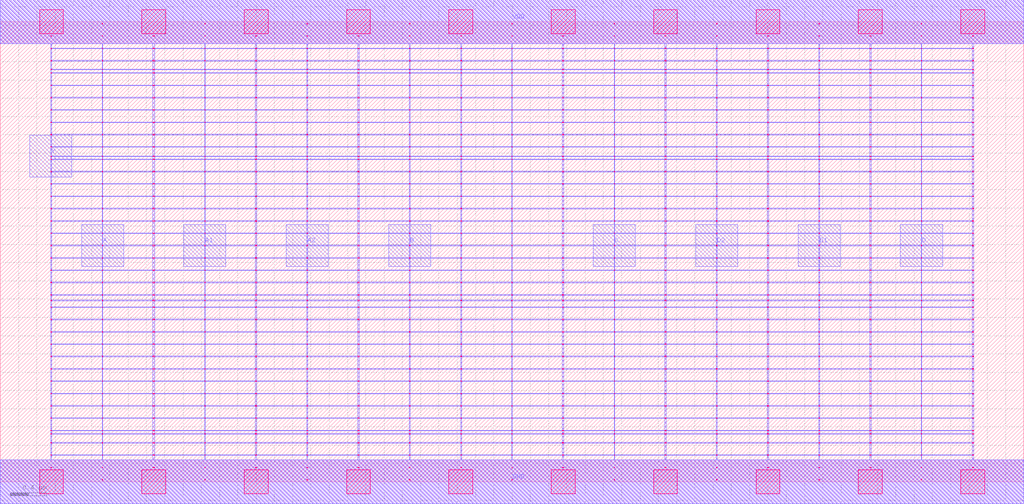
<source format=lef>
MACRO AOAAOI3113_DEBUG
 CLASS CORE ;
 FOREIGN AOAAOI3113_DEBUG 0 0 ;
 SIZE 11.200000000000001 BY 5.04 ;
 ORIGIN 0 0 ;
 SYMMETRY X Y R90 ;
 SITE unit ;
  PIN VDD
   DIRECTION INOUT ;
   USE SIGNAL ;
   SHAPE ABUTMENT ;
    PORT
     CLASS CORE ;
       LAYER met1 ;
        RECT 0.00000000 4.80000000 11.20000000 5.28000000 ;
       LAYER met2 ;
        RECT 0.00000000 4.80000000 11.20000000 5.28000000 ;
    END
  END VDD

  PIN GND
   DIRECTION INOUT ;
   USE SIGNAL ;
   SHAPE ABUTMENT ;
    PORT
     CLASS CORE ;
       LAYER met1 ;
        RECT 0.00000000 -0.24000000 11.20000000 0.24000000 ;
       LAYER met2 ;
        RECT 0.00000000 -0.24000000 11.20000000 0.24000000 ;
    END
  END GND

  PIN Y
   DIRECTION INOUT ;
   USE SIGNAL ;
   SHAPE ABUTMENT ;
    PORT
     CLASS CORE ;
       LAYER met2 ;
        RECT 0.32500000 3.33500000 0.78500000 3.79500000 ;
    END
  END Y

  PIN C
   DIRECTION INOUT ;
   USE SIGNAL ;
   SHAPE ABUTMENT ;
    PORT
     CLASS CORE ;
       LAYER met2 ;
        RECT 6.49000000 2.35700000 6.95000000 2.81700000 ;
    END
  END C

  PIN A1
   DIRECTION INOUT ;
   USE SIGNAL ;
   SHAPE ABUTMENT ;
    PORT
     CLASS CORE ;
       LAYER met2 ;
        RECT 2.01000000 2.35700000 2.47000000 2.81700000 ;
    END
  END A1

  PIN B
   DIRECTION INOUT ;
   USE SIGNAL ;
   SHAPE ABUTMENT ;
    PORT
     CLASS CORE ;
       LAYER met2 ;
        RECT 4.25000000 2.35700000 4.71000000 2.81700000 ;
    END
  END B

  PIN D2
   DIRECTION INOUT ;
   USE SIGNAL ;
   SHAPE ABUTMENT ;
    PORT
     CLASS CORE ;
       LAYER met2 ;
        RECT 7.61000000 2.35700000 8.07000000 2.81700000 ;
    END
  END D2

  PIN D1
   DIRECTION INOUT ;
   USE SIGNAL ;
   SHAPE ABUTMENT ;
    PORT
     CLASS CORE ;
       LAYER met2 ;
        RECT 8.73000000 2.35700000 9.19000000 2.81700000 ;
    END
  END D1

  PIN D
   DIRECTION INOUT ;
   USE SIGNAL ;
   SHAPE ABUTMENT ;
    PORT
     CLASS CORE ;
       LAYER met2 ;
        RECT 9.85000000 2.35700000 10.31000000 2.81700000 ;
    END
  END D

  PIN A2
   DIRECTION INOUT ;
   USE SIGNAL ;
   SHAPE ABUTMENT ;
    PORT
     CLASS CORE ;
       LAYER met2 ;
        RECT 3.13000000 2.35700000 3.59000000 2.81700000 ;
    END
  END A2

  PIN A
   DIRECTION INOUT ;
   USE SIGNAL ;
   SHAPE ABUTMENT ;
    PORT
     CLASS CORE ;
       LAYER met2 ;
        RECT 0.89000000 2.35700000 1.35000000 2.81700000 ;
    END
  END A

 OBS
    LAYER polycont ;
     RECT 5.59600000 0.15300000 5.60400000 0.16100000 ;
     RECT 5.59600000 0.28800000 5.60400000 0.29600000 ;
     RECT 5.59600000 0.42300000 5.60400000 0.43100000 ;
     RECT 5.59600000 0.52100000 5.60400000 0.52900000 ;
     RECT 5.59600000 0.55800000 5.60400000 0.56600000 ;
     RECT 5.59600000 0.69300000 5.60400000 0.70100000 ;
     RECT 5.59600000 0.82800000 5.60400000 0.83600000 ;
     RECT 5.59600000 0.96300000 5.60400000 0.97100000 ;
     RECT 5.59600000 1.09800000 5.60400000 1.10600000 ;
     RECT 5.59600000 1.23300000 5.60400000 1.24100000 ;
     RECT 5.59600000 1.36800000 5.60400000 1.37600000 ;
     RECT 5.59600000 1.50300000 5.60400000 1.51100000 ;
     RECT 5.59600000 1.63800000 5.60400000 1.64600000 ;
     RECT 5.59600000 1.77300000 5.60400000 1.78100000 ;
     RECT 5.59600000 1.90800000 5.60400000 1.91600000 ;
     RECT 5.59600000 1.98100000 5.60400000 1.98900000 ;
     RECT 5.59600000 2.04300000 5.60400000 2.05100000 ;
     RECT 5.59600000 2.17800000 5.60400000 2.18600000 ;
     RECT 5.59600000 2.31300000 5.60400000 2.32100000 ;
     RECT 5.59600000 2.44800000 5.60400000 2.45600000 ;
     RECT 5.59600000 2.58300000 5.60400000 2.59100000 ;
     RECT 5.59600000 2.71800000 5.60400000 2.72600000 ;
     RECT 5.59600000 2.85300000 5.60400000 2.86100000 ;
     RECT 5.59600000 2.98800000 5.60400000 2.99600000 ;
     RECT 5.59600000 3.12300000 5.60400000 3.13100000 ;
     RECT 5.59600000 3.25800000 5.60400000 3.26600000 ;
     RECT 5.59600000 3.39300000 5.60400000 3.40100000 ;
     RECT 5.59600000 3.52800000 5.60400000 3.53600000 ;
     RECT 5.59600000 3.56100000 5.60400000 3.56900000 ;
     RECT 5.59600000 3.66300000 5.60400000 3.67100000 ;
     RECT 5.59600000 3.79800000 5.60400000 3.80600000 ;
     RECT 5.59600000 3.93300000 5.60400000 3.94100000 ;
     RECT 5.59600000 4.06800000 5.60400000 4.07600000 ;
     RECT 5.59600000 4.20300000 5.60400000 4.21100000 ;
     RECT 5.59600000 4.33800000 5.60400000 4.34600000 ;
     RECT 5.59600000 4.47300000 5.60400000 4.48100000 ;
     RECT 5.59600000 4.51100000 5.60400000 4.51900000 ;
     RECT 5.59600000 4.60800000 5.60400000 4.61600000 ;
     RECT 5.59600000 4.74300000 5.60400000 4.75100000 ;
     RECT 5.59600000 4.87800000 5.60400000 4.88600000 ;
     RECT 6.71600000 2.58300000 6.72400000 2.59100000 ;
     RECT 6.15100000 2.85300000 6.16400000 2.86100000 ;
     RECT 6.71600000 2.85300000 6.72400000 2.86100000 ;
     RECT 7.27100000 2.85300000 7.28900000 2.86100000 ;
     RECT 7.83600000 2.85300000 7.84400000 2.86100000 ;
     RECT 8.39100000 2.85300000 8.40900000 2.86100000 ;
     RECT 8.95600000 2.85300000 8.96400000 2.86100000 ;
     RECT 9.51100000 2.85300000 9.52900000 2.86100000 ;
     RECT 10.07600000 2.85300000 10.08400000 2.86100000 ;
     RECT 10.63600000 2.85300000 10.64900000 2.86100000 ;
     RECT 7.27100000 2.58300000 7.28900000 2.59100000 ;
     RECT 6.15100000 2.98800000 6.16400000 2.99600000 ;
     RECT 6.71600000 2.98800000 6.72400000 2.99600000 ;
     RECT 7.27100000 2.98800000 7.28900000 2.99600000 ;
     RECT 7.83600000 2.98800000 7.84400000 2.99600000 ;
     RECT 8.39100000 2.98800000 8.40900000 2.99600000 ;
     RECT 8.95600000 2.98800000 8.96400000 2.99600000 ;
     RECT 9.51100000 2.98800000 9.52900000 2.99600000 ;
     RECT 10.07600000 2.98800000 10.08400000 2.99600000 ;
     RECT 10.63600000 2.98800000 10.64900000 2.99600000 ;
     RECT 7.83600000 2.58300000 7.84400000 2.59100000 ;
     RECT 8.39100000 2.58300000 8.40900000 2.59100000 ;
     RECT 8.95600000 2.58300000 8.96400000 2.59100000 ;
     RECT 9.51100000 2.58300000 9.52900000 2.59100000 ;
     RECT 10.07600000 2.58300000 10.08400000 2.59100000 ;
     RECT 10.63600000 2.58300000 10.64900000 2.59100000 ;
     RECT 6.15100000 2.58300000 6.16400000 2.59100000 ;
     RECT 6.15100000 2.71800000 6.16400000 2.72600000 ;
     RECT 6.71600000 2.71800000 6.72400000 2.72600000 ;
     RECT 7.27100000 2.71800000 7.28900000 2.72600000 ;
     RECT 7.83600000 2.71800000 7.84400000 2.72600000 ;
     RECT 8.39100000 2.71800000 8.40900000 2.72600000 ;
     RECT 8.95600000 2.71800000 8.96400000 2.72600000 ;
     RECT 9.51100000 2.71800000 9.52900000 2.72600000 ;
     RECT 10.07600000 2.71800000 10.08400000 2.72600000 ;
     RECT 10.63600000 2.71800000 10.64900000 2.72600000 ;
     RECT 1.67100000 2.58300000 1.68900000 2.59100000 ;
     RECT 0.55100000 2.98800000 0.56400000 2.99600000 ;
     RECT 1.11600000 2.98800000 1.12400000 2.99600000 ;
     RECT 1.67100000 2.98800000 1.68900000 2.99600000 ;
     RECT 2.23600000 2.98800000 2.24400000 2.99600000 ;
     RECT 2.79100000 2.98800000 2.80900000 2.99600000 ;
     RECT 3.35600000 2.98800000 3.36400000 2.99600000 ;
     RECT 3.91100000 2.98800000 3.92900000 2.99600000 ;
     RECT 4.47600000 2.98800000 4.48400000 2.99600000 ;
     RECT 5.03600000 2.98800000 5.04900000 2.99600000 ;
     RECT 2.23600000 2.58300000 2.24400000 2.59100000 ;
     RECT 2.79100000 2.58300000 2.80900000 2.59100000 ;
     RECT 3.35600000 2.58300000 3.36400000 2.59100000 ;
     RECT 3.91100000 2.58300000 3.92900000 2.59100000 ;
     RECT 4.47600000 2.58300000 4.48400000 2.59100000 ;
     RECT 5.03600000 2.58300000 5.04900000 2.59100000 ;
     RECT 0.55100000 2.58300000 0.56400000 2.59100000 ;
     RECT 0.55100000 2.71800000 0.56400000 2.72600000 ;
     RECT 0.55100000 2.85300000 0.56400000 2.86100000 ;
     RECT 1.11600000 2.85300000 1.12400000 2.86100000 ;
     RECT 1.67100000 2.85300000 1.68900000 2.86100000 ;
     RECT 2.23600000 2.85300000 2.24400000 2.86100000 ;
     RECT 2.79100000 2.85300000 2.80900000 2.86100000 ;
     RECT 3.35600000 2.85300000 3.36400000 2.86100000 ;
     RECT 3.91100000 2.85300000 3.92900000 2.86100000 ;
     RECT 4.47600000 2.85300000 4.48400000 2.86100000 ;
     RECT 5.03600000 2.85300000 5.04900000 2.86100000 ;
     RECT 1.11600000 2.71800000 1.12400000 2.72600000 ;
     RECT 1.67100000 2.71800000 1.68900000 2.72600000 ;
     RECT 2.23600000 2.71800000 2.24400000 2.72600000 ;
     RECT 2.79100000 2.71800000 2.80900000 2.72600000 ;
     RECT 3.35600000 2.71800000 3.36400000 2.72600000 ;
     RECT 3.91100000 2.71800000 3.92900000 2.72600000 ;
     RECT 4.47600000 2.71800000 4.48400000 2.72600000 ;
     RECT 5.03600000 2.71800000 5.04900000 2.72600000 ;
     RECT 1.11600000 2.58300000 1.12400000 2.59100000 ;

    LAYER pdiffc ;
     RECT 0.55100000 3.39300000 0.55900000 3.40100000 ;
     RECT 5.04100000 3.39300000 5.04900000 3.40100000 ;
     RECT 6.15100000 3.39300000 6.15900000 3.40100000 ;
     RECT 10.64100000 3.39300000 10.64900000 3.40100000 ;
     RECT 0.55100000 3.52800000 0.55900000 3.53600000 ;
     RECT 5.04100000 3.52800000 5.04900000 3.53600000 ;
     RECT 6.15100000 3.52800000 6.15900000 3.53600000 ;
     RECT 10.64100000 3.52800000 10.64900000 3.53600000 ;
     RECT 0.55100000 3.56100000 0.55900000 3.56900000 ;
     RECT 5.04100000 3.56100000 5.04900000 3.56900000 ;
     RECT 6.15100000 3.56100000 6.15900000 3.56900000 ;
     RECT 10.64100000 3.56100000 10.64900000 3.56900000 ;
     RECT 0.55100000 3.66300000 0.55900000 3.67100000 ;
     RECT 5.04100000 3.66300000 5.04900000 3.67100000 ;
     RECT 6.15100000 3.66300000 6.15900000 3.67100000 ;
     RECT 10.64100000 3.66300000 10.64900000 3.67100000 ;
     RECT 0.55100000 3.79800000 0.55900000 3.80600000 ;
     RECT 5.04100000 3.79800000 5.04900000 3.80600000 ;
     RECT 6.15100000 3.79800000 6.15900000 3.80600000 ;
     RECT 10.64100000 3.79800000 10.64900000 3.80600000 ;
     RECT 0.55100000 3.93300000 0.55900000 3.94100000 ;
     RECT 5.04100000 3.93300000 5.04900000 3.94100000 ;
     RECT 6.15100000 3.93300000 6.15900000 3.94100000 ;
     RECT 10.64100000 3.93300000 10.64900000 3.94100000 ;
     RECT 0.55100000 4.06800000 0.55900000 4.07600000 ;
     RECT 5.04100000 4.06800000 5.04900000 4.07600000 ;
     RECT 6.15100000 4.06800000 6.15900000 4.07600000 ;
     RECT 10.64100000 4.06800000 10.64900000 4.07600000 ;
     RECT 0.55100000 4.20300000 0.55900000 4.21100000 ;
     RECT 5.04100000 4.20300000 5.04900000 4.21100000 ;
     RECT 6.15100000 4.20300000 6.15900000 4.21100000 ;
     RECT 10.64100000 4.20300000 10.64900000 4.21100000 ;
     RECT 0.55100000 4.33800000 0.55900000 4.34600000 ;
     RECT 5.04100000 4.33800000 5.04900000 4.34600000 ;
     RECT 6.15100000 4.33800000 6.15900000 4.34600000 ;
     RECT 10.64100000 4.33800000 10.64900000 4.34600000 ;
     RECT 0.55100000 4.47300000 0.55900000 4.48100000 ;
     RECT 5.04100000 4.47300000 5.04900000 4.48100000 ;
     RECT 6.15100000 4.47300000 6.15900000 4.48100000 ;
     RECT 10.64100000 4.47300000 10.64900000 4.48100000 ;
     RECT 0.55100000 4.51100000 0.55900000 4.51900000 ;
     RECT 5.04100000 4.51100000 5.04900000 4.51900000 ;
     RECT 6.15100000 4.51100000 6.15900000 4.51900000 ;
     RECT 10.64100000 4.51100000 10.64900000 4.51900000 ;
     RECT 0.55100000 4.60800000 0.55900000 4.61600000 ;
     RECT 5.04100000 4.60800000 5.04900000 4.61600000 ;
     RECT 6.15100000 4.60800000 6.15900000 4.61600000 ;
     RECT 10.64100000 4.60800000 10.64900000 4.61600000 ;

    LAYER ndiffc ;
     RECT 6.15100000 0.42300000 6.16400000 0.43100000 ;
     RECT 7.27100000 0.42300000 7.28900000 0.43100000 ;
     RECT 8.39100000 0.42300000 8.40900000 0.43100000 ;
     RECT 9.51100000 0.42300000 9.52900000 0.43100000 ;
     RECT 10.63600000 0.42300000 10.64900000 0.43100000 ;
     RECT 6.15100000 0.52100000 6.16400000 0.52900000 ;
     RECT 7.27100000 0.52100000 7.28900000 0.52900000 ;
     RECT 8.39100000 0.52100000 8.40900000 0.52900000 ;
     RECT 9.51100000 0.52100000 9.52900000 0.52900000 ;
     RECT 10.63600000 0.52100000 10.64900000 0.52900000 ;
     RECT 6.15100000 0.55800000 6.16400000 0.56600000 ;
     RECT 7.27100000 0.55800000 7.28900000 0.56600000 ;
     RECT 8.39100000 0.55800000 8.40900000 0.56600000 ;
     RECT 9.51100000 0.55800000 9.52900000 0.56600000 ;
     RECT 10.63600000 0.55800000 10.64900000 0.56600000 ;
     RECT 6.15100000 0.69300000 6.16400000 0.70100000 ;
     RECT 7.27100000 0.69300000 7.28900000 0.70100000 ;
     RECT 8.39100000 0.69300000 8.40900000 0.70100000 ;
     RECT 9.51100000 0.69300000 9.52900000 0.70100000 ;
     RECT 10.63600000 0.69300000 10.64900000 0.70100000 ;
     RECT 6.15100000 0.82800000 6.16400000 0.83600000 ;
     RECT 7.27100000 0.82800000 7.28900000 0.83600000 ;
     RECT 8.39100000 0.82800000 8.40900000 0.83600000 ;
     RECT 9.51100000 0.82800000 9.52900000 0.83600000 ;
     RECT 10.63600000 0.82800000 10.64900000 0.83600000 ;
     RECT 6.15100000 0.96300000 6.16400000 0.97100000 ;
     RECT 7.27100000 0.96300000 7.28900000 0.97100000 ;
     RECT 8.39100000 0.96300000 8.40900000 0.97100000 ;
     RECT 9.51100000 0.96300000 9.52900000 0.97100000 ;
     RECT 10.63600000 0.96300000 10.64900000 0.97100000 ;
     RECT 6.15100000 1.09800000 6.16400000 1.10600000 ;
     RECT 7.27100000 1.09800000 7.28900000 1.10600000 ;
     RECT 8.39100000 1.09800000 8.40900000 1.10600000 ;
     RECT 9.51100000 1.09800000 9.52900000 1.10600000 ;
     RECT 10.63600000 1.09800000 10.64900000 1.10600000 ;
     RECT 6.15100000 1.23300000 6.16400000 1.24100000 ;
     RECT 7.27100000 1.23300000 7.28900000 1.24100000 ;
     RECT 8.39100000 1.23300000 8.40900000 1.24100000 ;
     RECT 9.51100000 1.23300000 9.52900000 1.24100000 ;
     RECT 10.63600000 1.23300000 10.64900000 1.24100000 ;
     RECT 6.15100000 1.36800000 6.16400000 1.37600000 ;
     RECT 7.27100000 1.36800000 7.28900000 1.37600000 ;
     RECT 8.39100000 1.36800000 8.40900000 1.37600000 ;
     RECT 9.51100000 1.36800000 9.52900000 1.37600000 ;
     RECT 10.63600000 1.36800000 10.64900000 1.37600000 ;
     RECT 6.15100000 1.50300000 6.16400000 1.51100000 ;
     RECT 7.27100000 1.50300000 7.28900000 1.51100000 ;
     RECT 8.39100000 1.50300000 8.40900000 1.51100000 ;
     RECT 9.51100000 1.50300000 9.52900000 1.51100000 ;
     RECT 10.63600000 1.50300000 10.64900000 1.51100000 ;
     RECT 6.15100000 1.63800000 6.16400000 1.64600000 ;
     RECT 7.27100000 1.63800000 7.28900000 1.64600000 ;
     RECT 8.39100000 1.63800000 8.40900000 1.64600000 ;
     RECT 9.51100000 1.63800000 9.52900000 1.64600000 ;
     RECT 10.63600000 1.63800000 10.64900000 1.64600000 ;
     RECT 6.15100000 1.77300000 6.16400000 1.78100000 ;
     RECT 7.27100000 1.77300000 7.28900000 1.78100000 ;
     RECT 8.39100000 1.77300000 8.40900000 1.78100000 ;
     RECT 9.51100000 1.77300000 9.52900000 1.78100000 ;
     RECT 10.63600000 1.77300000 10.64900000 1.78100000 ;
     RECT 6.15100000 1.90800000 6.16400000 1.91600000 ;
     RECT 7.27100000 1.90800000 7.28900000 1.91600000 ;
     RECT 8.39100000 1.90800000 8.40900000 1.91600000 ;
     RECT 9.51100000 1.90800000 9.52900000 1.91600000 ;
     RECT 10.63600000 1.90800000 10.64900000 1.91600000 ;
     RECT 6.15100000 1.98100000 6.16400000 1.98900000 ;
     RECT 7.27100000 1.98100000 7.28900000 1.98900000 ;
     RECT 8.39100000 1.98100000 8.40900000 1.98900000 ;
     RECT 9.51100000 1.98100000 9.52900000 1.98900000 ;
     RECT 10.63600000 1.98100000 10.64900000 1.98900000 ;
     RECT 6.15100000 2.04300000 6.16400000 2.05100000 ;
     RECT 7.27100000 2.04300000 7.28900000 2.05100000 ;
     RECT 8.39100000 2.04300000 8.40900000 2.05100000 ;
     RECT 9.51100000 2.04300000 9.52900000 2.05100000 ;
     RECT 10.63600000 2.04300000 10.64900000 2.05100000 ;
     RECT 0.55100000 0.42300000 0.56400000 0.43100000 ;
     RECT 1.67100000 0.42300000 1.68900000 0.43100000 ;
     RECT 2.79100000 0.42300000 2.80900000 0.43100000 ;
     RECT 3.91100000 0.42300000 3.92900000 0.43100000 ;
     RECT 5.03600000 0.42300000 5.04900000 0.43100000 ;
     RECT 0.55100000 1.36800000 0.56400000 1.37600000 ;
     RECT 1.67100000 1.36800000 1.68900000 1.37600000 ;
     RECT 2.79100000 1.36800000 2.80900000 1.37600000 ;
     RECT 3.91100000 1.36800000 3.92900000 1.37600000 ;
     RECT 5.03600000 1.36800000 5.04900000 1.37600000 ;
     RECT 0.55100000 0.82800000 0.56400000 0.83600000 ;
     RECT 1.67100000 0.82800000 1.68900000 0.83600000 ;
     RECT 2.79100000 0.82800000 2.80900000 0.83600000 ;
     RECT 3.91100000 0.82800000 3.92900000 0.83600000 ;
     RECT 5.03600000 0.82800000 5.04900000 0.83600000 ;
     RECT 0.55100000 1.50300000 0.56400000 1.51100000 ;
     RECT 1.67100000 1.50300000 1.68900000 1.51100000 ;
     RECT 2.79100000 1.50300000 2.80900000 1.51100000 ;
     RECT 3.91100000 1.50300000 3.92900000 1.51100000 ;
     RECT 5.03600000 1.50300000 5.04900000 1.51100000 ;
     RECT 0.55100000 0.55800000 0.56400000 0.56600000 ;
     RECT 1.67100000 0.55800000 1.68900000 0.56600000 ;
     RECT 2.79100000 0.55800000 2.80900000 0.56600000 ;
     RECT 3.91100000 0.55800000 3.92900000 0.56600000 ;
     RECT 5.03600000 0.55800000 5.04900000 0.56600000 ;
     RECT 0.55100000 1.63800000 0.56400000 1.64600000 ;
     RECT 1.67100000 1.63800000 1.68900000 1.64600000 ;
     RECT 2.79100000 1.63800000 2.80900000 1.64600000 ;
     RECT 3.91100000 1.63800000 3.92900000 1.64600000 ;
     RECT 5.03600000 1.63800000 5.04900000 1.64600000 ;
     RECT 0.55100000 0.96300000 0.56400000 0.97100000 ;
     RECT 1.67100000 0.96300000 1.68900000 0.97100000 ;
     RECT 2.79100000 0.96300000 2.80900000 0.97100000 ;
     RECT 3.91100000 0.96300000 3.92900000 0.97100000 ;
     RECT 5.03600000 0.96300000 5.04900000 0.97100000 ;
     RECT 0.55100000 1.77300000 0.56400000 1.78100000 ;
     RECT 1.67100000 1.77300000 1.68900000 1.78100000 ;
     RECT 2.79100000 1.77300000 2.80900000 1.78100000 ;
     RECT 3.91100000 1.77300000 3.92900000 1.78100000 ;
     RECT 5.03600000 1.77300000 5.04900000 1.78100000 ;
     RECT 0.55100000 0.52100000 0.56400000 0.52900000 ;
     RECT 1.67100000 0.52100000 1.68900000 0.52900000 ;
     RECT 2.79100000 0.52100000 2.80900000 0.52900000 ;
     RECT 3.91100000 0.52100000 3.92900000 0.52900000 ;
     RECT 5.03600000 0.52100000 5.04900000 0.52900000 ;
     RECT 0.55100000 1.90800000 0.56400000 1.91600000 ;
     RECT 1.67100000 1.90800000 1.68900000 1.91600000 ;
     RECT 2.79100000 1.90800000 2.80900000 1.91600000 ;
     RECT 3.91100000 1.90800000 3.92900000 1.91600000 ;
     RECT 5.03600000 1.90800000 5.04900000 1.91600000 ;
     RECT 0.55100000 1.09800000 0.56400000 1.10600000 ;
     RECT 1.67100000 1.09800000 1.68900000 1.10600000 ;
     RECT 2.79100000 1.09800000 2.80900000 1.10600000 ;
     RECT 3.91100000 1.09800000 3.92900000 1.10600000 ;
     RECT 5.03600000 1.09800000 5.04900000 1.10600000 ;
     RECT 0.55100000 1.98100000 0.56400000 1.98900000 ;
     RECT 1.67100000 1.98100000 1.68900000 1.98900000 ;
     RECT 2.79100000 1.98100000 2.80900000 1.98900000 ;
     RECT 3.91100000 1.98100000 3.92900000 1.98900000 ;
     RECT 5.03600000 1.98100000 5.04900000 1.98900000 ;
     RECT 0.55100000 0.69300000 0.56400000 0.70100000 ;
     RECT 1.67100000 0.69300000 1.68900000 0.70100000 ;
     RECT 2.79100000 0.69300000 2.80900000 0.70100000 ;
     RECT 3.91100000 0.69300000 3.92900000 0.70100000 ;
     RECT 5.03600000 0.69300000 5.04900000 0.70100000 ;
     RECT 0.55100000 2.04300000 0.56400000 2.05100000 ;
     RECT 1.67100000 2.04300000 1.68900000 2.05100000 ;
     RECT 2.79100000 2.04300000 2.80900000 2.05100000 ;
     RECT 3.91100000 2.04300000 3.92900000 2.05100000 ;
     RECT 5.03600000 2.04300000 5.04900000 2.05100000 ;
     RECT 0.55100000 1.23300000 0.56400000 1.24100000 ;
     RECT 1.67100000 1.23300000 1.68900000 1.24100000 ;
     RECT 2.79100000 1.23300000 2.80900000 1.24100000 ;
     RECT 3.91100000 1.23300000 3.92900000 1.24100000 ;
     RECT 5.03600000 1.23300000 5.04900000 1.24100000 ;

    LAYER met1 ;
     RECT 0.00000000 -0.24000000 11.20000000 0.24000000 ;
     RECT 5.59600000 0.24000000 5.60400000 0.28800000 ;
     RECT 0.55100000 0.28800000 10.64900000 0.29600000 ;
     RECT 5.59600000 0.29600000 5.60400000 0.42300000 ;
     RECT 0.55100000 0.42300000 10.64900000 0.43100000 ;
     RECT 5.59600000 0.43100000 5.60400000 0.52100000 ;
     RECT 0.55100000 0.52100000 10.64900000 0.52900000 ;
     RECT 5.59600000 0.52900000 5.60400000 0.55800000 ;
     RECT 0.55100000 0.55800000 10.64900000 0.56600000 ;
     RECT 5.59600000 0.56600000 5.60400000 0.69300000 ;
     RECT 0.55100000 0.69300000 10.64900000 0.70100000 ;
     RECT 5.59600000 0.70100000 5.60400000 0.82800000 ;
     RECT 0.55100000 0.82800000 10.64900000 0.83600000 ;
     RECT 5.59600000 0.83600000 5.60400000 0.96300000 ;
     RECT 0.55100000 0.96300000 10.64900000 0.97100000 ;
     RECT 5.59600000 0.97100000 5.60400000 1.09800000 ;
     RECT 0.55100000 1.09800000 10.64900000 1.10600000 ;
     RECT 5.59600000 1.10600000 5.60400000 1.23300000 ;
     RECT 0.55100000 1.23300000 10.64900000 1.24100000 ;
     RECT 5.59600000 1.24100000 5.60400000 1.36800000 ;
     RECT 0.55100000 1.36800000 10.64900000 1.37600000 ;
     RECT 5.59600000 1.37600000 5.60400000 1.50300000 ;
     RECT 0.55100000 1.50300000 10.64900000 1.51100000 ;
     RECT 5.59600000 1.51100000 5.60400000 1.63800000 ;
     RECT 0.55100000 1.63800000 10.64900000 1.64600000 ;
     RECT 5.59600000 1.64600000 5.60400000 1.77300000 ;
     RECT 0.55100000 1.77300000 10.64900000 1.78100000 ;
     RECT 5.59600000 1.78100000 5.60400000 1.90800000 ;
     RECT 0.55100000 1.90800000 10.64900000 1.91600000 ;
     RECT 5.59600000 1.91600000 5.60400000 1.98100000 ;
     RECT 0.55100000 1.98100000 10.64900000 1.98900000 ;
     RECT 5.59600000 1.98900000 5.60400000 2.04300000 ;
     RECT 0.55100000 2.04300000 10.64900000 2.05100000 ;
     RECT 5.59600000 2.05100000 5.60400000 2.17800000 ;
     RECT 0.55100000 2.17800000 10.64900000 2.18600000 ;
     RECT 5.59600000 2.18600000 5.60400000 2.31300000 ;
     RECT 0.55100000 2.31300000 10.64900000 2.32100000 ;
     RECT 5.59600000 2.32100000 5.60400000 2.44800000 ;
     RECT 0.55100000 2.44800000 10.64900000 2.45600000 ;
     RECT 0.55100000 2.45600000 0.56400000 2.58300000 ;
     RECT 1.11600000 2.45600000 1.12400000 2.58300000 ;
     RECT 1.67100000 2.45600000 1.68900000 2.58300000 ;
     RECT 2.23600000 2.45600000 2.24400000 2.58300000 ;
     RECT 2.79100000 2.45600000 2.80900000 2.58300000 ;
     RECT 3.35600000 2.45600000 3.36400000 2.58300000 ;
     RECT 3.91100000 2.45600000 3.92900000 2.58300000 ;
     RECT 4.47600000 2.45600000 4.48400000 2.58300000 ;
     RECT 5.03600000 2.45600000 5.04900000 2.58300000 ;
     RECT 5.59600000 2.45600000 5.60400000 2.58300000 ;
     RECT 6.15100000 2.45600000 6.16400000 2.58300000 ;
     RECT 6.71600000 2.45600000 6.72400000 2.58300000 ;
     RECT 7.27100000 2.45600000 7.28900000 2.58300000 ;
     RECT 7.83600000 2.45600000 7.84400000 2.58300000 ;
     RECT 8.39100000 2.45600000 8.40900000 2.58300000 ;
     RECT 8.95600000 2.45600000 8.96400000 2.58300000 ;
     RECT 9.51100000 2.45600000 9.52900000 2.58300000 ;
     RECT 10.07600000 2.45600000 10.08400000 2.58300000 ;
     RECT 10.63600000 2.45600000 10.64900000 2.58300000 ;
     RECT 0.55100000 2.58300000 10.64900000 2.59100000 ;
     RECT 5.59600000 2.59100000 5.60400000 2.71800000 ;
     RECT 0.55100000 2.71800000 10.64900000 2.72600000 ;
     RECT 5.59600000 2.72600000 5.60400000 2.85300000 ;
     RECT 0.55100000 2.85300000 10.64900000 2.86100000 ;
     RECT 5.59600000 2.86100000 5.60400000 2.98800000 ;
     RECT 0.55100000 2.98800000 10.64900000 2.99600000 ;
     RECT 5.59600000 2.99600000 5.60400000 3.12300000 ;
     RECT 0.55100000 3.12300000 10.64900000 3.13100000 ;
     RECT 5.59600000 3.13100000 5.60400000 3.25800000 ;
     RECT 0.55100000 3.25800000 10.64900000 3.26600000 ;
     RECT 5.59600000 3.26600000 5.60400000 3.39300000 ;
     RECT 0.55100000 3.39300000 10.64900000 3.40100000 ;
     RECT 5.59600000 3.40100000 5.60400000 3.52800000 ;
     RECT 0.55100000 3.52800000 10.64900000 3.53600000 ;
     RECT 5.59600000 3.53600000 5.60400000 3.56100000 ;
     RECT 0.55100000 3.56100000 10.64900000 3.56900000 ;
     RECT 5.59600000 3.56900000 5.60400000 3.66300000 ;
     RECT 0.55100000 3.66300000 10.64900000 3.67100000 ;
     RECT 5.59600000 3.67100000 5.60400000 3.79800000 ;
     RECT 0.55100000 3.79800000 10.64900000 3.80600000 ;
     RECT 5.59600000 3.80600000 5.60400000 3.93300000 ;
     RECT 0.55100000 3.93300000 10.64900000 3.94100000 ;
     RECT 5.59600000 3.94100000 5.60400000 4.06800000 ;
     RECT 0.55100000 4.06800000 10.64900000 4.07600000 ;
     RECT 5.59600000 4.07600000 5.60400000 4.20300000 ;
     RECT 0.55100000 4.20300000 10.64900000 4.21100000 ;
     RECT 5.59600000 4.21100000 5.60400000 4.33800000 ;
     RECT 0.55100000 4.33800000 10.64900000 4.34600000 ;
     RECT 5.59600000 4.34600000 5.60400000 4.47300000 ;
     RECT 0.55100000 4.47300000 10.64900000 4.48100000 ;
     RECT 5.59600000 4.48100000 5.60400000 4.51100000 ;
     RECT 0.55100000 4.51100000 10.64900000 4.51900000 ;
     RECT 5.59600000 4.51900000 5.60400000 4.60800000 ;
     RECT 0.55100000 4.60800000 10.64900000 4.61600000 ;
     RECT 5.59600000 4.61600000 5.60400000 4.74300000 ;
     RECT 0.55100000 4.74300000 10.64900000 4.75100000 ;
     RECT 5.59600000 4.75100000 5.60400000 4.80000000 ;
     RECT 0.00000000 4.80000000 11.20000000 5.28000000 ;
     RECT 8.39100000 2.99600000 8.40900000 3.12300000 ;
     RECT 8.39100000 3.13100000 8.40900000 3.25800000 ;
     RECT 8.39100000 3.26600000 8.40900000 3.39300000 ;
     RECT 8.39100000 3.40100000 8.40900000 3.52800000 ;
     RECT 8.39100000 3.53600000 8.40900000 3.56100000 ;
     RECT 8.39100000 2.72600000 8.40900000 2.85300000 ;
     RECT 8.39100000 3.56900000 8.40900000 3.66300000 ;
     RECT 8.39100000 3.67100000 8.40900000 3.79800000 ;
     RECT 6.15100000 3.80600000 6.16400000 3.93300000 ;
     RECT 6.71600000 3.80600000 6.72400000 3.93300000 ;
     RECT 7.27100000 3.80600000 7.28900000 3.93300000 ;
     RECT 7.83600000 3.80600000 7.84400000 3.93300000 ;
     RECT 8.39100000 3.80600000 8.40900000 3.93300000 ;
     RECT 8.95600000 3.80600000 8.96400000 3.93300000 ;
     RECT 9.51100000 3.80600000 9.52900000 3.93300000 ;
     RECT 10.07600000 3.80600000 10.08400000 3.93300000 ;
     RECT 10.63600000 3.80600000 10.64900000 3.93300000 ;
     RECT 8.39100000 3.94100000 8.40900000 4.06800000 ;
     RECT 8.39100000 4.07600000 8.40900000 4.20300000 ;
     RECT 8.39100000 4.21100000 8.40900000 4.33800000 ;
     RECT 8.39100000 2.86100000 8.40900000 2.98800000 ;
     RECT 8.39100000 4.34600000 8.40900000 4.47300000 ;
     RECT 8.39100000 4.48100000 8.40900000 4.51100000 ;
     RECT 8.39100000 2.59100000 8.40900000 2.71800000 ;
     RECT 8.39100000 4.51900000 8.40900000 4.60800000 ;
     RECT 8.39100000 4.61600000 8.40900000 4.74300000 ;
     RECT 8.39100000 4.75100000 8.40900000 4.80000000 ;
     RECT 9.51100000 3.94100000 9.52900000 4.06800000 ;
     RECT 8.95600000 4.21100000 8.96400000 4.33800000 ;
     RECT 9.51100000 4.21100000 9.52900000 4.33800000 ;
     RECT 10.07600000 4.21100000 10.08400000 4.33800000 ;
     RECT 10.63600000 4.21100000 10.64900000 4.33800000 ;
     RECT 10.07600000 3.94100000 10.08400000 4.06800000 ;
     RECT 10.63600000 3.94100000 10.64900000 4.06800000 ;
     RECT 8.95600000 4.34600000 8.96400000 4.47300000 ;
     RECT 9.51100000 4.34600000 9.52900000 4.47300000 ;
     RECT 10.07600000 4.34600000 10.08400000 4.47300000 ;
     RECT 10.63600000 4.34600000 10.64900000 4.47300000 ;
     RECT 8.95600000 3.94100000 8.96400000 4.06800000 ;
     RECT 8.95600000 4.48100000 8.96400000 4.51100000 ;
     RECT 9.51100000 4.48100000 9.52900000 4.51100000 ;
     RECT 10.07600000 4.48100000 10.08400000 4.51100000 ;
     RECT 10.63600000 4.48100000 10.64900000 4.51100000 ;
     RECT 8.95600000 4.07600000 8.96400000 4.20300000 ;
     RECT 9.51100000 4.07600000 9.52900000 4.20300000 ;
     RECT 8.95600000 4.51900000 8.96400000 4.60800000 ;
     RECT 9.51100000 4.51900000 9.52900000 4.60800000 ;
     RECT 10.07600000 4.51900000 10.08400000 4.60800000 ;
     RECT 10.63600000 4.51900000 10.64900000 4.60800000 ;
     RECT 10.07600000 4.07600000 10.08400000 4.20300000 ;
     RECT 8.95600000 4.61600000 8.96400000 4.74300000 ;
     RECT 9.51100000 4.61600000 9.52900000 4.74300000 ;
     RECT 10.07600000 4.61600000 10.08400000 4.74300000 ;
     RECT 10.63600000 4.61600000 10.64900000 4.74300000 ;
     RECT 10.63600000 4.07600000 10.64900000 4.20300000 ;
     RECT 8.95600000 4.75100000 8.96400000 4.80000000 ;
     RECT 9.51100000 4.75100000 9.52900000 4.80000000 ;
     RECT 10.07600000 4.75100000 10.08400000 4.80000000 ;
     RECT 10.63600000 4.75100000 10.64900000 4.80000000 ;
     RECT 6.71600000 4.07600000 6.72400000 4.20300000 ;
     RECT 7.27100000 4.07600000 7.28900000 4.20300000 ;
     RECT 7.83600000 4.07600000 7.84400000 4.20300000 ;
     RECT 6.71600000 3.94100000 6.72400000 4.06800000 ;
     RECT 7.27100000 3.94100000 7.28900000 4.06800000 ;
     RECT 6.15100000 4.51900000 6.16400000 4.60800000 ;
     RECT 6.71600000 4.51900000 6.72400000 4.60800000 ;
     RECT 7.27100000 4.51900000 7.28900000 4.60800000 ;
     RECT 7.83600000 4.51900000 7.84400000 4.60800000 ;
     RECT 7.83600000 3.94100000 7.84400000 4.06800000 ;
     RECT 6.15100000 4.34600000 6.16400000 4.47300000 ;
     RECT 6.71600000 4.34600000 6.72400000 4.47300000 ;
     RECT 7.27100000 4.34600000 7.28900000 4.47300000 ;
     RECT 7.83600000 4.34600000 7.84400000 4.47300000 ;
     RECT 6.15100000 4.61600000 6.16400000 4.74300000 ;
     RECT 6.71600000 4.61600000 6.72400000 4.74300000 ;
     RECT 7.27100000 4.61600000 7.28900000 4.74300000 ;
     RECT 7.83600000 4.61600000 7.84400000 4.74300000 ;
     RECT 6.15100000 3.94100000 6.16400000 4.06800000 ;
     RECT 6.15100000 4.07600000 6.16400000 4.20300000 ;
     RECT 6.15100000 4.21100000 6.16400000 4.33800000 ;
     RECT 6.71600000 4.21100000 6.72400000 4.33800000 ;
     RECT 7.27100000 4.21100000 7.28900000 4.33800000 ;
     RECT 6.15100000 4.75100000 6.16400000 4.80000000 ;
     RECT 6.71600000 4.75100000 6.72400000 4.80000000 ;
     RECT 7.27100000 4.75100000 7.28900000 4.80000000 ;
     RECT 7.83600000 4.75100000 7.84400000 4.80000000 ;
     RECT 6.15100000 4.48100000 6.16400000 4.51100000 ;
     RECT 6.71600000 4.48100000 6.72400000 4.51100000 ;
     RECT 7.27100000 4.48100000 7.28900000 4.51100000 ;
     RECT 7.83600000 4.48100000 7.84400000 4.51100000 ;
     RECT 7.83600000 4.21100000 7.84400000 4.33800000 ;
     RECT 7.27100000 3.53600000 7.28900000 3.56100000 ;
     RECT 7.83600000 3.53600000 7.84400000 3.56100000 ;
     RECT 7.83600000 3.13100000 7.84400000 3.25800000 ;
     RECT 6.15100000 2.86100000 6.16400000 2.98800000 ;
     RECT 6.71600000 2.86100000 6.72400000 2.98800000 ;
     RECT 7.83600000 2.72600000 7.84400000 2.85300000 ;
     RECT 6.15100000 3.13100000 6.16400000 3.25800000 ;
     RECT 6.15100000 3.56900000 6.16400000 3.66300000 ;
     RECT 6.71600000 3.56900000 6.72400000 3.66300000 ;
     RECT 7.27100000 3.56900000 7.28900000 3.66300000 ;
     RECT 7.83600000 3.56900000 7.84400000 3.66300000 ;
     RECT 6.15100000 2.59100000 6.16400000 2.71800000 ;
     RECT 6.15100000 3.67100000 6.16400000 3.79800000 ;
     RECT 6.71600000 3.67100000 6.72400000 3.79800000 ;
     RECT 7.27100000 2.86100000 7.28900000 2.98800000 ;
     RECT 7.83600000 2.86100000 7.84400000 2.98800000 ;
     RECT 7.27100000 3.67100000 7.28900000 3.79800000 ;
     RECT 7.83600000 3.67100000 7.84400000 3.79800000 ;
     RECT 6.15100000 2.99600000 6.16400000 3.12300000 ;
     RECT 6.15100000 3.26600000 6.16400000 3.39300000 ;
     RECT 6.71600000 3.26600000 6.72400000 3.39300000 ;
     RECT 7.27100000 3.26600000 7.28900000 3.39300000 ;
     RECT 7.83600000 3.26600000 7.84400000 3.39300000 ;
     RECT 6.71600000 3.13100000 6.72400000 3.25800000 ;
     RECT 6.71600000 2.59100000 6.72400000 2.71800000 ;
     RECT 6.15100000 2.72600000 6.16400000 2.85300000 ;
     RECT 6.15100000 3.40100000 6.16400000 3.52800000 ;
     RECT 6.71600000 3.40100000 6.72400000 3.52800000 ;
     RECT 6.71600000 2.99600000 6.72400000 3.12300000 ;
     RECT 7.27100000 2.99600000 7.28900000 3.12300000 ;
     RECT 7.27100000 3.40100000 7.28900000 3.52800000 ;
     RECT 7.27100000 2.59100000 7.28900000 2.71800000 ;
     RECT 7.83600000 2.59100000 7.84400000 2.71800000 ;
     RECT 7.83600000 3.40100000 7.84400000 3.52800000 ;
     RECT 7.27100000 3.13100000 7.28900000 3.25800000 ;
     RECT 6.71600000 2.72600000 6.72400000 2.85300000 ;
     RECT 7.27100000 2.72600000 7.28900000 2.85300000 ;
     RECT 6.15100000 3.53600000 6.16400000 3.56100000 ;
     RECT 6.71600000 3.53600000 6.72400000 3.56100000 ;
     RECT 7.83600000 2.99600000 7.84400000 3.12300000 ;
     RECT 10.07600000 3.56900000 10.08400000 3.66300000 ;
     RECT 10.63600000 3.56900000 10.64900000 3.66300000 ;
     RECT 8.95600000 2.72600000 8.96400000 2.85300000 ;
     RECT 9.51100000 2.72600000 9.52900000 2.85300000 ;
     RECT 8.95600000 2.99600000 8.96400000 3.12300000 ;
     RECT 8.95600000 3.40100000 8.96400000 3.52800000 ;
     RECT 10.63600000 2.86100000 10.64900000 2.98800000 ;
     RECT 9.51100000 3.40100000 9.52900000 3.52800000 ;
     RECT 10.07600000 3.40100000 10.08400000 3.52800000 ;
     RECT 10.63600000 3.40100000 10.64900000 3.52800000 ;
     RECT 8.95600000 3.67100000 8.96400000 3.79800000 ;
     RECT 9.51100000 3.67100000 9.52900000 3.79800000 ;
     RECT 10.07600000 3.67100000 10.08400000 3.79800000 ;
     RECT 10.63600000 3.67100000 10.64900000 3.79800000 ;
     RECT 10.07600000 2.72600000 10.08400000 2.85300000 ;
     RECT 10.63600000 2.72600000 10.64900000 2.85300000 ;
     RECT 9.51100000 2.99600000 9.52900000 3.12300000 ;
     RECT 8.95600000 2.59100000 8.96400000 2.71800000 ;
     RECT 10.07600000 2.99600000 10.08400000 3.12300000 ;
     RECT 10.63600000 2.99600000 10.64900000 3.12300000 ;
     RECT 9.51100000 2.59100000 9.52900000 2.71800000 ;
     RECT 8.95600000 3.26600000 8.96400000 3.39300000 ;
     RECT 9.51100000 3.26600000 9.52900000 3.39300000 ;
     RECT 10.07600000 3.26600000 10.08400000 3.39300000 ;
     RECT 8.95600000 3.53600000 8.96400000 3.56100000 ;
     RECT 8.95600000 2.86100000 8.96400000 2.98800000 ;
     RECT 9.51100000 3.53600000 9.52900000 3.56100000 ;
     RECT 10.07600000 3.53600000 10.08400000 3.56100000 ;
     RECT 10.63600000 3.53600000 10.64900000 3.56100000 ;
     RECT 10.63600000 3.26600000 10.64900000 3.39300000 ;
     RECT 8.95600000 3.13100000 8.96400000 3.25800000 ;
     RECT 9.51100000 3.13100000 9.52900000 3.25800000 ;
     RECT 10.07600000 3.13100000 10.08400000 3.25800000 ;
     RECT 10.63600000 3.13100000 10.64900000 3.25800000 ;
     RECT 10.63600000 2.59100000 10.64900000 2.71800000 ;
     RECT 9.51100000 2.86100000 9.52900000 2.98800000 ;
     RECT 10.07600000 2.86100000 10.08400000 2.98800000 ;
     RECT 10.07600000 2.59100000 10.08400000 2.71800000 ;
     RECT 8.95600000 3.56900000 8.96400000 3.66300000 ;
     RECT 9.51100000 3.56900000 9.52900000 3.66300000 ;
     RECT 2.79100000 2.59100000 2.80900000 2.71800000 ;
     RECT 2.79100000 2.99600000 2.80900000 3.12300000 ;
     RECT 2.79100000 3.94100000 2.80900000 4.06800000 ;
     RECT 2.79100000 3.40100000 2.80900000 3.52800000 ;
     RECT 2.79100000 4.07600000 2.80900000 4.20300000 ;
     RECT 2.79100000 4.21100000 2.80900000 4.33800000 ;
     RECT 2.79100000 3.53600000 2.80900000 3.56100000 ;
     RECT 2.79100000 4.34600000 2.80900000 4.47300000 ;
     RECT 2.79100000 3.13100000 2.80900000 3.25800000 ;
     RECT 2.79100000 3.56900000 2.80900000 3.66300000 ;
     RECT 2.79100000 4.48100000 2.80900000 4.51100000 ;
     RECT 2.79100000 2.86100000 2.80900000 2.98800000 ;
     RECT 2.79100000 4.51900000 2.80900000 4.60800000 ;
     RECT 2.79100000 2.72600000 2.80900000 2.85300000 ;
     RECT 2.79100000 3.67100000 2.80900000 3.79800000 ;
     RECT 2.79100000 4.61600000 2.80900000 4.74300000 ;
     RECT 2.79100000 3.26600000 2.80900000 3.39300000 ;
     RECT 2.79100000 4.75100000 2.80900000 4.80000000 ;
     RECT 0.55100000 3.80600000 0.56400000 3.93300000 ;
     RECT 1.11600000 3.80600000 1.12400000 3.93300000 ;
     RECT 1.67100000 3.80600000 1.68900000 3.93300000 ;
     RECT 2.23600000 3.80600000 2.24400000 3.93300000 ;
     RECT 2.79100000 3.80600000 2.80900000 3.93300000 ;
     RECT 3.35600000 3.80600000 3.36400000 3.93300000 ;
     RECT 3.91100000 3.80600000 3.92900000 3.93300000 ;
     RECT 4.47600000 3.80600000 4.48400000 3.93300000 ;
     RECT 5.03600000 3.80600000 5.04900000 3.93300000 ;
     RECT 3.35600000 4.48100000 3.36400000 4.51100000 ;
     RECT 3.91100000 4.48100000 3.92900000 4.51100000 ;
     RECT 4.47600000 4.48100000 4.48400000 4.51100000 ;
     RECT 5.03600000 4.48100000 5.04900000 4.51100000 ;
     RECT 4.47600000 4.07600000 4.48400000 4.20300000 ;
     RECT 5.03600000 4.07600000 5.04900000 4.20300000 ;
     RECT 3.35600000 4.51900000 3.36400000 4.60800000 ;
     RECT 3.91100000 4.51900000 3.92900000 4.60800000 ;
     RECT 4.47600000 4.51900000 4.48400000 4.60800000 ;
     RECT 5.03600000 4.51900000 5.04900000 4.60800000 ;
     RECT 4.47600000 3.94100000 4.48400000 4.06800000 ;
     RECT 3.35600000 4.21100000 3.36400000 4.33800000 ;
     RECT 3.91100000 4.21100000 3.92900000 4.33800000 ;
     RECT 3.35600000 4.61600000 3.36400000 4.74300000 ;
     RECT 3.91100000 4.61600000 3.92900000 4.74300000 ;
     RECT 4.47600000 4.61600000 4.48400000 4.74300000 ;
     RECT 5.03600000 4.61600000 5.04900000 4.74300000 ;
     RECT 4.47600000 4.21100000 4.48400000 4.33800000 ;
     RECT 5.03600000 4.21100000 5.04900000 4.33800000 ;
     RECT 3.35600000 4.75100000 3.36400000 4.80000000 ;
     RECT 3.91100000 4.75100000 3.92900000 4.80000000 ;
     RECT 4.47600000 4.75100000 4.48400000 4.80000000 ;
     RECT 5.03600000 4.75100000 5.04900000 4.80000000 ;
     RECT 5.03600000 3.94100000 5.04900000 4.06800000 ;
     RECT 3.35600000 3.94100000 3.36400000 4.06800000 ;
     RECT 3.35600000 4.34600000 3.36400000 4.47300000 ;
     RECT 3.91100000 4.34600000 3.92900000 4.47300000 ;
     RECT 4.47600000 4.34600000 4.48400000 4.47300000 ;
     RECT 5.03600000 4.34600000 5.04900000 4.47300000 ;
     RECT 3.91100000 3.94100000 3.92900000 4.06800000 ;
     RECT 3.35600000 4.07600000 3.36400000 4.20300000 ;
     RECT 3.91100000 4.07600000 3.92900000 4.20300000 ;
     RECT 1.11600000 3.94100000 1.12400000 4.06800000 ;
     RECT 0.55100000 4.07600000 0.56400000 4.20300000 ;
     RECT 0.55100000 4.21100000 0.56400000 4.33800000 ;
     RECT 1.11600000 4.21100000 1.12400000 4.33800000 ;
     RECT 0.55100000 4.61600000 0.56400000 4.74300000 ;
     RECT 1.11600000 4.61600000 1.12400000 4.74300000 ;
     RECT 1.67100000 4.61600000 1.68900000 4.74300000 ;
     RECT 2.23600000 4.61600000 2.24400000 4.74300000 ;
     RECT 1.67100000 4.21100000 1.68900000 4.33800000 ;
     RECT 2.23600000 4.21100000 2.24400000 4.33800000 ;
     RECT 1.11600000 4.07600000 1.12400000 4.20300000 ;
     RECT 0.55100000 4.48100000 0.56400000 4.51100000 ;
     RECT 1.11600000 4.48100000 1.12400000 4.51100000 ;
     RECT 1.67100000 4.48100000 1.68900000 4.51100000 ;
     RECT 0.55100000 4.75100000 0.56400000 4.80000000 ;
     RECT 1.11600000 4.75100000 1.12400000 4.80000000 ;
     RECT 1.67100000 4.75100000 1.68900000 4.80000000 ;
     RECT 2.23600000 4.75100000 2.24400000 4.80000000 ;
     RECT 2.23600000 4.48100000 2.24400000 4.51100000 ;
     RECT 1.67100000 4.07600000 1.68900000 4.20300000 ;
     RECT 2.23600000 4.07600000 2.24400000 4.20300000 ;
     RECT 1.67100000 3.94100000 1.68900000 4.06800000 ;
     RECT 2.23600000 3.94100000 2.24400000 4.06800000 ;
     RECT 0.55100000 3.94100000 0.56400000 4.06800000 ;
     RECT 0.55100000 4.34600000 0.56400000 4.47300000 ;
     RECT 0.55100000 4.51900000 0.56400000 4.60800000 ;
     RECT 1.11600000 4.51900000 1.12400000 4.60800000 ;
     RECT 1.67100000 4.51900000 1.68900000 4.60800000 ;
     RECT 2.23600000 4.51900000 2.24400000 4.60800000 ;
     RECT 1.11600000 4.34600000 1.12400000 4.47300000 ;
     RECT 1.67100000 4.34600000 1.68900000 4.47300000 ;
     RECT 2.23600000 4.34600000 2.24400000 4.47300000 ;
     RECT 0.55100000 3.53600000 0.56400000 3.56100000 ;
     RECT 2.23600000 2.72600000 2.24400000 2.85300000 ;
     RECT 1.11600000 3.53600000 1.12400000 3.56100000 ;
     RECT 0.55100000 3.67100000 0.56400000 3.79800000 ;
     RECT 1.11600000 3.67100000 1.12400000 3.79800000 ;
     RECT 1.67100000 3.67100000 1.68900000 3.79800000 ;
     RECT 2.23600000 3.67100000 2.24400000 3.79800000 ;
     RECT 1.67100000 3.53600000 1.68900000 3.56100000 ;
     RECT 1.11600000 2.99600000 1.12400000 3.12300000 ;
     RECT 1.67100000 3.13100000 1.68900000 3.25800000 ;
     RECT 2.23600000 3.13100000 2.24400000 3.25800000 ;
     RECT 1.67100000 2.99600000 1.68900000 3.12300000 ;
     RECT 0.55100000 3.56900000 0.56400000 3.66300000 ;
     RECT 1.11600000 3.56900000 1.12400000 3.66300000 ;
     RECT 1.67100000 3.56900000 1.68900000 3.66300000 ;
     RECT 2.23600000 3.56900000 2.24400000 3.66300000 ;
     RECT 2.23600000 2.99600000 2.24400000 3.12300000 ;
     RECT 0.55100000 3.26600000 0.56400000 3.39300000 ;
     RECT 1.11600000 3.26600000 1.12400000 3.39300000 ;
     RECT 1.67100000 3.26600000 1.68900000 3.39300000 ;
     RECT 2.23600000 3.26600000 2.24400000 3.39300000 ;
     RECT 2.23600000 2.59100000 2.24400000 2.71800000 ;
     RECT 0.55100000 3.40100000 0.56400000 3.52800000 ;
     RECT 1.67100000 2.59100000 1.68900000 2.71800000 ;
     RECT 0.55100000 2.99600000 0.56400000 3.12300000 ;
     RECT 1.11600000 3.40100000 1.12400000 3.52800000 ;
     RECT 1.67100000 3.40100000 1.68900000 3.52800000 ;
     RECT 2.23600000 3.53600000 2.24400000 3.56100000 ;
     RECT 2.23600000 3.40100000 2.24400000 3.52800000 ;
     RECT 1.11600000 2.86100000 1.12400000 2.98800000 ;
     RECT 1.67100000 2.86100000 1.68900000 2.98800000 ;
     RECT 1.67100000 2.72600000 1.68900000 2.85300000 ;
     RECT 2.23600000 2.86100000 2.24400000 2.98800000 ;
     RECT 0.55100000 3.13100000 0.56400000 3.25800000 ;
     RECT 1.11600000 3.13100000 1.12400000 3.25800000 ;
     RECT 0.55100000 2.59100000 0.56400000 2.71800000 ;
     RECT 1.11600000 2.59100000 1.12400000 2.71800000 ;
     RECT 0.55100000 2.72600000 0.56400000 2.85300000 ;
     RECT 1.11600000 2.72600000 1.12400000 2.85300000 ;
     RECT 0.55100000 2.86100000 0.56400000 2.98800000 ;
     RECT 4.47600000 3.53600000 4.48400000 3.56100000 ;
     RECT 3.35600000 3.56900000 3.36400000 3.66300000 ;
     RECT 3.91100000 3.56900000 3.92900000 3.66300000 ;
     RECT 4.47600000 3.56900000 4.48400000 3.66300000 ;
     RECT 5.03600000 3.56900000 5.04900000 3.66300000 ;
     RECT 5.03600000 3.13100000 5.04900000 3.25800000 ;
     RECT 5.03600000 3.53600000 5.04900000 3.56100000 ;
     RECT 3.35600000 2.86100000 3.36400000 2.98800000 ;
     RECT 3.91100000 2.86100000 3.92900000 2.98800000 ;
     RECT 4.47600000 3.67100000 4.48400000 3.79800000 ;
     RECT 5.03600000 3.67100000 5.04900000 3.79800000 ;
     RECT 4.47600000 2.72600000 4.48400000 2.85300000 ;
     RECT 4.47600000 2.86100000 4.48400000 2.98800000 ;
     RECT 5.03600000 2.86100000 5.04900000 2.98800000 ;
     RECT 4.47600000 2.99600000 4.48400000 3.12300000 ;
     RECT 3.35600000 3.13100000 3.36400000 3.25800000 ;
     RECT 3.91100000 3.13100000 3.92900000 3.25800000 ;
     RECT 3.35600000 3.26600000 3.36400000 3.39300000 ;
     RECT 3.91100000 3.26600000 3.92900000 3.39300000 ;
     RECT 4.47600000 3.26600000 4.48400000 3.39300000 ;
     RECT 4.47600000 3.13100000 4.48400000 3.25800000 ;
     RECT 5.03600000 2.99600000 5.04900000 3.12300000 ;
     RECT 3.91100000 2.59100000 3.92900000 2.71800000 ;
     RECT 4.47600000 2.59100000 4.48400000 2.71800000 ;
     RECT 5.03600000 2.59100000 5.04900000 2.71800000 ;
     RECT 3.35600000 2.59100000 3.36400000 2.71800000 ;
     RECT 3.35600000 2.99600000 3.36400000 3.12300000 ;
     RECT 3.35600000 3.40100000 3.36400000 3.52800000 ;
     RECT 3.91100000 3.40100000 3.92900000 3.52800000 ;
     RECT 5.03600000 3.26600000 5.04900000 3.39300000 ;
     RECT 5.03600000 2.72600000 5.04900000 2.85300000 ;
     RECT 3.35600000 2.72600000 3.36400000 2.85300000 ;
     RECT 3.91100000 2.72600000 3.92900000 2.85300000 ;
     RECT 4.47600000 3.40100000 4.48400000 3.52800000 ;
     RECT 5.03600000 3.40100000 5.04900000 3.52800000 ;
     RECT 3.91100000 2.99600000 3.92900000 3.12300000 ;
     RECT 3.35600000 3.53600000 3.36400000 3.56100000 ;
     RECT 3.91100000 3.53600000 3.92900000 3.56100000 ;
     RECT 3.35600000 3.67100000 3.36400000 3.79800000 ;
     RECT 3.91100000 3.67100000 3.92900000 3.79800000 ;
     RECT 5.03600000 1.10600000 5.04900000 1.23300000 ;
     RECT 2.79100000 1.24100000 2.80900000 1.36800000 ;
     RECT 2.79100000 1.37600000 2.80900000 1.50300000 ;
     RECT 2.79100000 1.51100000 2.80900000 1.63800000 ;
     RECT 2.79100000 1.64600000 2.80900000 1.77300000 ;
     RECT 2.79100000 1.78100000 2.80900000 1.90800000 ;
     RECT 2.79100000 0.43100000 2.80900000 0.52100000 ;
     RECT 2.79100000 1.91600000 2.80900000 1.98100000 ;
     RECT 2.79100000 1.98900000 2.80900000 2.04300000 ;
     RECT 2.79100000 0.24000000 2.80900000 0.28800000 ;
     RECT 2.79100000 2.05100000 2.80900000 2.17800000 ;
     RECT 2.79100000 2.18600000 2.80900000 2.31300000 ;
     RECT 2.79100000 2.32100000 2.80900000 2.44800000 ;
     RECT 2.79100000 0.52900000 2.80900000 0.55800000 ;
     RECT 2.79100000 0.56600000 2.80900000 0.69300000 ;
     RECT 2.79100000 0.70100000 2.80900000 0.82800000 ;
     RECT 2.79100000 0.83600000 2.80900000 0.96300000 ;
     RECT 2.79100000 0.97100000 2.80900000 1.09800000 ;
     RECT 2.79100000 0.29600000 2.80900000 0.42300000 ;
     RECT 0.55100000 1.10600000 0.56400000 1.23300000 ;
     RECT 1.11600000 1.10600000 1.12400000 1.23300000 ;
     RECT 1.67100000 1.10600000 1.68900000 1.23300000 ;
     RECT 2.23600000 1.10600000 2.24400000 1.23300000 ;
     RECT 2.79100000 1.10600000 2.80900000 1.23300000 ;
     RECT 3.35600000 1.10600000 3.36400000 1.23300000 ;
     RECT 3.91100000 1.10600000 3.92900000 1.23300000 ;
     RECT 4.47600000 1.10600000 4.48400000 1.23300000 ;
     RECT 3.35600000 1.37600000 3.36400000 1.50300000 ;
     RECT 3.35600000 1.91600000 3.36400000 1.98100000 ;
     RECT 3.91100000 1.91600000 3.92900000 1.98100000 ;
     RECT 4.47600000 1.91600000 4.48400000 1.98100000 ;
     RECT 5.03600000 1.91600000 5.04900000 1.98100000 ;
     RECT 3.91100000 1.37600000 3.92900000 1.50300000 ;
     RECT 3.35600000 1.98900000 3.36400000 2.04300000 ;
     RECT 3.91100000 1.98900000 3.92900000 2.04300000 ;
     RECT 4.47600000 1.98900000 4.48400000 2.04300000 ;
     RECT 5.03600000 1.98900000 5.04900000 2.04300000 ;
     RECT 4.47600000 1.37600000 4.48400000 1.50300000 ;
     RECT 5.03600000 1.37600000 5.04900000 1.50300000 ;
     RECT 3.35600000 2.05100000 3.36400000 2.17800000 ;
     RECT 3.91100000 2.05100000 3.92900000 2.17800000 ;
     RECT 4.47600000 2.05100000 4.48400000 2.17800000 ;
     RECT 5.03600000 2.05100000 5.04900000 2.17800000 ;
     RECT 3.91100000 1.24100000 3.92900000 1.36800000 ;
     RECT 3.35600000 2.18600000 3.36400000 2.31300000 ;
     RECT 3.91100000 2.18600000 3.92900000 2.31300000 ;
     RECT 4.47600000 2.18600000 4.48400000 2.31300000 ;
     RECT 5.03600000 2.18600000 5.04900000 2.31300000 ;
     RECT 3.35600000 1.51100000 3.36400000 1.63800000 ;
     RECT 3.35600000 2.32100000 3.36400000 2.44800000 ;
     RECT 3.91100000 2.32100000 3.92900000 2.44800000 ;
     RECT 4.47600000 2.32100000 4.48400000 2.44800000 ;
     RECT 5.03600000 2.32100000 5.04900000 2.44800000 ;
     RECT 3.91100000 1.51100000 3.92900000 1.63800000 ;
     RECT 4.47600000 1.51100000 4.48400000 1.63800000 ;
     RECT 5.03600000 1.51100000 5.04900000 1.63800000 ;
     RECT 4.47600000 1.24100000 4.48400000 1.36800000 ;
     RECT 3.35600000 1.64600000 3.36400000 1.77300000 ;
     RECT 3.91100000 1.64600000 3.92900000 1.77300000 ;
     RECT 4.47600000 1.64600000 4.48400000 1.77300000 ;
     RECT 5.03600000 1.64600000 5.04900000 1.77300000 ;
     RECT 5.03600000 1.24100000 5.04900000 1.36800000 ;
     RECT 3.35600000 1.78100000 3.36400000 1.90800000 ;
     RECT 3.91100000 1.78100000 3.92900000 1.90800000 ;
     RECT 4.47600000 1.78100000 4.48400000 1.90800000 ;
     RECT 5.03600000 1.78100000 5.04900000 1.90800000 ;
     RECT 3.35600000 1.24100000 3.36400000 1.36800000 ;
     RECT 1.11600000 2.05100000 1.12400000 2.17800000 ;
     RECT 1.67100000 2.05100000 1.68900000 2.17800000 ;
     RECT 2.23600000 2.05100000 2.24400000 2.17800000 ;
     RECT 1.11600000 1.78100000 1.12400000 1.90800000 ;
     RECT 1.67100000 1.78100000 1.68900000 1.90800000 ;
     RECT 2.23600000 1.78100000 2.24400000 1.90800000 ;
     RECT 1.67100000 1.51100000 1.68900000 1.63800000 ;
     RECT 2.23600000 1.51100000 2.24400000 1.63800000 ;
     RECT 0.55100000 2.18600000 0.56400000 2.31300000 ;
     RECT 1.11600000 2.18600000 1.12400000 2.31300000 ;
     RECT 1.67100000 2.18600000 1.68900000 2.31300000 ;
     RECT 2.23600000 2.18600000 2.24400000 2.31300000 ;
     RECT 1.11600000 1.37600000 1.12400000 1.50300000 ;
     RECT 1.67100000 1.37600000 1.68900000 1.50300000 ;
     RECT 2.23600000 1.37600000 2.24400000 1.50300000 ;
     RECT 1.11600000 1.24100000 1.12400000 1.36800000 ;
     RECT 0.55100000 1.91600000 0.56400000 1.98100000 ;
     RECT 0.55100000 2.32100000 0.56400000 2.44800000 ;
     RECT 1.11600000 2.32100000 1.12400000 2.44800000 ;
     RECT 1.67100000 2.32100000 1.68900000 2.44800000 ;
     RECT 2.23600000 2.32100000 2.24400000 2.44800000 ;
     RECT 1.11600000 1.91600000 1.12400000 1.98100000 ;
     RECT 1.67100000 1.91600000 1.68900000 1.98100000 ;
     RECT 2.23600000 1.91600000 2.24400000 1.98100000 ;
     RECT 1.67100000 1.24100000 1.68900000 1.36800000 ;
     RECT 0.55100000 1.64600000 0.56400000 1.77300000 ;
     RECT 1.11600000 1.64600000 1.12400000 1.77300000 ;
     RECT 1.67100000 1.64600000 1.68900000 1.77300000 ;
     RECT 2.23600000 1.64600000 2.24400000 1.77300000 ;
     RECT 0.55100000 1.98900000 0.56400000 2.04300000 ;
     RECT 1.11600000 1.98900000 1.12400000 2.04300000 ;
     RECT 1.67100000 1.98900000 1.68900000 2.04300000 ;
     RECT 2.23600000 1.98900000 2.24400000 2.04300000 ;
     RECT 2.23600000 1.24100000 2.24400000 1.36800000 ;
     RECT 0.55100000 1.24100000 0.56400000 1.36800000 ;
     RECT 0.55100000 1.37600000 0.56400000 1.50300000 ;
     RECT 0.55100000 1.51100000 0.56400000 1.63800000 ;
     RECT 1.11600000 1.51100000 1.12400000 1.63800000 ;
     RECT 0.55100000 1.78100000 0.56400000 1.90800000 ;
     RECT 0.55100000 2.05100000 0.56400000 2.17800000 ;
     RECT 2.23600000 0.56600000 2.24400000 0.69300000 ;
     RECT 2.23600000 0.43100000 2.24400000 0.52100000 ;
     RECT 0.55100000 0.24000000 0.56400000 0.28800000 ;
     RECT 0.55100000 0.70100000 0.56400000 0.82800000 ;
     RECT 1.11600000 0.70100000 1.12400000 0.82800000 ;
     RECT 1.67100000 0.70100000 1.68900000 0.82800000 ;
     RECT 2.23600000 0.70100000 2.24400000 0.82800000 ;
     RECT 1.67100000 0.24000000 1.68900000 0.28800000 ;
     RECT 1.11600000 0.24000000 1.12400000 0.28800000 ;
     RECT 0.55100000 0.29600000 0.56400000 0.42300000 ;
     RECT 0.55100000 0.83600000 0.56400000 0.96300000 ;
     RECT 1.11600000 0.83600000 1.12400000 0.96300000 ;
     RECT 1.67100000 0.83600000 1.68900000 0.96300000 ;
     RECT 2.23600000 0.83600000 2.24400000 0.96300000 ;
     RECT 0.55100000 0.43100000 0.56400000 0.52100000 ;
     RECT 1.11600000 0.29600000 1.12400000 0.42300000 ;
     RECT 1.67100000 0.29600000 1.68900000 0.42300000 ;
     RECT 0.55100000 0.97100000 0.56400000 1.09800000 ;
     RECT 1.11600000 0.97100000 1.12400000 1.09800000 ;
     RECT 1.67100000 0.97100000 1.68900000 1.09800000 ;
     RECT 2.23600000 0.97100000 2.24400000 1.09800000 ;
     RECT 0.55100000 0.52900000 0.56400000 0.55800000 ;
     RECT 2.23600000 0.29600000 2.24400000 0.42300000 ;
     RECT 1.11600000 0.43100000 1.12400000 0.52100000 ;
     RECT 2.23600000 0.24000000 2.24400000 0.28800000 ;
     RECT 1.11600000 0.52900000 1.12400000 0.55800000 ;
     RECT 1.67100000 0.52900000 1.68900000 0.55800000 ;
     RECT 2.23600000 0.52900000 2.24400000 0.55800000 ;
     RECT 1.67100000 0.43100000 1.68900000 0.52100000 ;
     RECT 0.55100000 0.56600000 0.56400000 0.69300000 ;
     RECT 1.11600000 0.56600000 1.12400000 0.69300000 ;
     RECT 1.67100000 0.56600000 1.68900000 0.69300000 ;
     RECT 4.47600000 0.52900000 4.48400000 0.55800000 ;
     RECT 5.03600000 0.52900000 5.04900000 0.55800000 ;
     RECT 3.91100000 0.24000000 3.92900000 0.28800000 ;
     RECT 4.47600000 0.24000000 4.48400000 0.28800000 ;
     RECT 5.03600000 0.43100000 5.04900000 0.52100000 ;
     RECT 3.91100000 0.29600000 3.92900000 0.42300000 ;
     RECT 3.35600000 0.29600000 3.36400000 0.42300000 ;
     RECT 3.35600000 0.83600000 3.36400000 0.96300000 ;
     RECT 3.91100000 0.83600000 3.92900000 0.96300000 ;
     RECT 4.47600000 0.83600000 4.48400000 0.96300000 ;
     RECT 5.03600000 0.83600000 5.04900000 0.96300000 ;
     RECT 3.35600000 0.24000000 3.36400000 0.28800000 ;
     RECT 4.47600000 0.29600000 4.48400000 0.42300000 ;
     RECT 3.35600000 0.56600000 3.36400000 0.69300000 ;
     RECT 3.91100000 0.56600000 3.92900000 0.69300000 ;
     RECT 4.47600000 0.56600000 4.48400000 0.69300000 ;
     RECT 5.03600000 0.56600000 5.04900000 0.69300000 ;
     RECT 5.03600000 0.24000000 5.04900000 0.28800000 ;
     RECT 3.35600000 0.97100000 3.36400000 1.09800000 ;
     RECT 3.91100000 0.97100000 3.92900000 1.09800000 ;
     RECT 4.47600000 0.97100000 4.48400000 1.09800000 ;
     RECT 5.03600000 0.97100000 5.04900000 1.09800000 ;
     RECT 3.91100000 0.43100000 3.92900000 0.52100000 ;
     RECT 4.47600000 0.43100000 4.48400000 0.52100000 ;
     RECT 3.35600000 0.43100000 3.36400000 0.52100000 ;
     RECT 5.03600000 0.29600000 5.04900000 0.42300000 ;
     RECT 3.35600000 0.52900000 3.36400000 0.55800000 ;
     RECT 3.91100000 0.52900000 3.92900000 0.55800000 ;
     RECT 3.35600000 0.70100000 3.36400000 0.82800000 ;
     RECT 3.91100000 0.70100000 3.92900000 0.82800000 ;
     RECT 4.47600000 0.70100000 4.48400000 0.82800000 ;
     RECT 5.03600000 0.70100000 5.04900000 0.82800000 ;
     RECT 8.39100000 1.78100000 8.40900000 1.90800000 ;
     RECT 8.39100000 0.97100000 8.40900000 1.09800000 ;
     RECT 8.39100000 1.91600000 8.40900000 1.98100000 ;
     RECT 8.39100000 0.56600000 8.40900000 0.69300000 ;
     RECT 6.15100000 1.10600000 6.16400000 1.23300000 ;
     RECT 6.71600000 1.10600000 6.72400000 1.23300000 ;
     RECT 7.27100000 1.10600000 7.28900000 1.23300000 ;
     RECT 7.83600000 1.10600000 7.84400000 1.23300000 ;
     RECT 8.39100000 1.10600000 8.40900000 1.23300000 ;
     RECT 8.39100000 1.98900000 8.40900000 2.04300000 ;
     RECT 8.95600000 1.10600000 8.96400000 1.23300000 ;
     RECT 9.51100000 1.10600000 9.52900000 1.23300000 ;
     RECT 10.07600000 1.10600000 10.08400000 1.23300000 ;
     RECT 10.63600000 1.10600000 10.64900000 1.23300000 ;
     RECT 8.39100000 0.43100000 8.40900000 0.52100000 ;
     RECT 8.39100000 2.05100000 8.40900000 2.17800000 ;
     RECT 8.39100000 0.29600000 8.40900000 0.42300000 ;
     RECT 8.39100000 1.24100000 8.40900000 1.36800000 ;
     RECT 8.39100000 2.18600000 8.40900000 2.31300000 ;
     RECT 8.39100000 0.70100000 8.40900000 0.82800000 ;
     RECT 8.39100000 2.32100000 8.40900000 2.44800000 ;
     RECT 8.39100000 1.37600000 8.40900000 1.50300000 ;
     RECT 8.39100000 0.24000000 8.40900000 0.28800000 ;
     RECT 8.39100000 0.52900000 8.40900000 0.55800000 ;
     RECT 8.39100000 1.51100000 8.40900000 1.63800000 ;
     RECT 8.39100000 0.83600000 8.40900000 0.96300000 ;
     RECT 8.39100000 1.64600000 8.40900000 1.77300000 ;
     RECT 8.95600000 1.91600000 8.96400000 1.98100000 ;
     RECT 8.95600000 2.05100000 8.96400000 2.17800000 ;
     RECT 9.51100000 2.05100000 9.52900000 2.17800000 ;
     RECT 10.07600000 2.05100000 10.08400000 2.17800000 ;
     RECT 10.63600000 2.05100000 10.64900000 2.17800000 ;
     RECT 9.51100000 1.91600000 9.52900000 1.98100000 ;
     RECT 10.07600000 1.91600000 10.08400000 1.98100000 ;
     RECT 8.95600000 1.24100000 8.96400000 1.36800000 ;
     RECT 9.51100000 1.24100000 9.52900000 1.36800000 ;
     RECT 8.95600000 1.98900000 8.96400000 2.04300000 ;
     RECT 8.95600000 2.18600000 8.96400000 2.31300000 ;
     RECT 9.51100000 2.18600000 9.52900000 2.31300000 ;
     RECT 10.07600000 2.18600000 10.08400000 2.31300000 ;
     RECT 10.63600000 2.18600000 10.64900000 2.31300000 ;
     RECT 10.07600000 1.24100000 10.08400000 1.36800000 ;
     RECT 10.63600000 1.24100000 10.64900000 1.36800000 ;
     RECT 9.51100000 1.98900000 9.52900000 2.04300000 ;
     RECT 10.07600000 1.98900000 10.08400000 2.04300000 ;
     RECT 8.95600000 2.32100000 8.96400000 2.44800000 ;
     RECT 9.51100000 2.32100000 9.52900000 2.44800000 ;
     RECT 10.07600000 2.32100000 10.08400000 2.44800000 ;
     RECT 10.63600000 2.32100000 10.64900000 2.44800000 ;
     RECT 10.63600000 1.98900000 10.64900000 2.04300000 ;
     RECT 8.95600000 1.37600000 8.96400000 1.50300000 ;
     RECT 9.51100000 1.37600000 9.52900000 1.50300000 ;
     RECT 10.07600000 1.37600000 10.08400000 1.50300000 ;
     RECT 10.63600000 1.37600000 10.64900000 1.50300000 ;
     RECT 10.63600000 1.91600000 10.64900000 1.98100000 ;
     RECT 10.07600000 1.78100000 10.08400000 1.90800000 ;
     RECT 10.63600000 1.78100000 10.64900000 1.90800000 ;
     RECT 8.95600000 1.51100000 8.96400000 1.63800000 ;
     RECT 9.51100000 1.51100000 9.52900000 1.63800000 ;
     RECT 10.07600000 1.51100000 10.08400000 1.63800000 ;
     RECT 10.63600000 1.51100000 10.64900000 1.63800000 ;
     RECT 8.95600000 1.78100000 8.96400000 1.90800000 ;
     RECT 9.51100000 1.78100000 9.52900000 1.90800000 ;
     RECT 8.95600000 1.64600000 8.96400000 1.77300000 ;
     RECT 9.51100000 1.64600000 9.52900000 1.77300000 ;
     RECT 10.07600000 1.64600000 10.08400000 1.77300000 ;
     RECT 10.63600000 1.64600000 10.64900000 1.77300000 ;
     RECT 7.27100000 1.98900000 7.28900000 2.04300000 ;
     RECT 6.15100000 2.32100000 6.16400000 2.44800000 ;
     RECT 6.71600000 2.32100000 6.72400000 2.44800000 ;
     RECT 7.27100000 2.32100000 7.28900000 2.44800000 ;
     RECT 7.83600000 2.32100000 7.84400000 2.44800000 ;
     RECT 7.83600000 1.98900000 7.84400000 2.04300000 ;
     RECT 6.71600000 1.78100000 6.72400000 1.90800000 ;
     RECT 6.15100000 1.91600000 6.16400000 1.98100000 ;
     RECT 6.71600000 1.91600000 6.72400000 1.98100000 ;
     RECT 7.27100000 1.91600000 7.28900000 1.98100000 ;
     RECT 6.15100000 1.37600000 6.16400000 1.50300000 ;
     RECT 6.71600000 1.37600000 6.72400000 1.50300000 ;
     RECT 7.27100000 1.37600000 7.28900000 1.50300000 ;
     RECT 7.83600000 1.37600000 7.84400000 1.50300000 ;
     RECT 6.15100000 1.24100000 6.16400000 1.36800000 ;
     RECT 6.71600000 1.24100000 6.72400000 1.36800000 ;
     RECT 7.27100000 1.24100000 7.28900000 1.36800000 ;
     RECT 7.83600000 1.24100000 7.84400000 1.36800000 ;
     RECT 7.83600000 1.91600000 7.84400000 1.98100000 ;
     RECT 7.27100000 1.78100000 7.28900000 1.90800000 ;
     RECT 7.83600000 1.78100000 7.84400000 1.90800000 ;
     RECT 6.15100000 1.51100000 6.16400000 1.63800000 ;
     RECT 6.71600000 1.51100000 6.72400000 1.63800000 ;
     RECT 7.27100000 1.51100000 7.28900000 1.63800000 ;
     RECT 7.83600000 1.51100000 7.84400000 1.63800000 ;
     RECT 6.15100000 2.18600000 6.16400000 2.31300000 ;
     RECT 6.71600000 2.18600000 6.72400000 2.31300000 ;
     RECT 7.27100000 2.18600000 7.28900000 2.31300000 ;
     RECT 7.83600000 2.18600000 7.84400000 2.31300000 ;
     RECT 6.15100000 1.78100000 6.16400000 1.90800000 ;
     RECT 6.15100000 1.98900000 6.16400000 2.04300000 ;
     RECT 6.15100000 1.64600000 6.16400000 1.77300000 ;
     RECT 6.71600000 1.64600000 6.72400000 1.77300000 ;
     RECT 7.27100000 1.64600000 7.28900000 1.77300000 ;
     RECT 7.83600000 1.64600000 7.84400000 1.77300000 ;
     RECT 6.71600000 1.98900000 6.72400000 2.04300000 ;
     RECT 6.15100000 2.05100000 6.16400000 2.17800000 ;
     RECT 6.71600000 2.05100000 6.72400000 2.17800000 ;
     RECT 7.27100000 2.05100000 7.28900000 2.17800000 ;
     RECT 7.83600000 2.05100000 7.84400000 2.17800000 ;
     RECT 6.71600000 0.52900000 6.72400000 0.55800000 ;
     RECT 7.27100000 0.52900000 7.28900000 0.55800000 ;
     RECT 7.83600000 0.52900000 7.84400000 0.55800000 ;
     RECT 6.71600000 0.43100000 6.72400000 0.52100000 ;
     RECT 6.15100000 0.83600000 6.16400000 0.96300000 ;
     RECT 7.27100000 0.43100000 7.28900000 0.52100000 ;
     RECT 7.83600000 0.43100000 7.84400000 0.52100000 ;
     RECT 7.83600000 0.29600000 7.84400000 0.42300000 ;
     RECT 6.15100000 0.56600000 6.16400000 0.69300000 ;
     RECT 6.71600000 0.56600000 6.72400000 0.69300000 ;
     RECT 7.27100000 0.29600000 7.28900000 0.42300000 ;
     RECT 7.27100000 0.56600000 7.28900000 0.69300000 ;
     RECT 7.83600000 0.56600000 7.84400000 0.69300000 ;
     RECT 6.71600000 0.97100000 6.72400000 1.09800000 ;
     RECT 6.71600000 0.83600000 6.72400000 0.96300000 ;
     RECT 7.27100000 0.83600000 7.28900000 0.96300000 ;
     RECT 7.83600000 0.83600000 7.84400000 0.96300000 ;
     RECT 6.15100000 0.70100000 6.16400000 0.82800000 ;
     RECT 6.71600000 0.70100000 6.72400000 0.82800000 ;
     RECT 7.27100000 0.70100000 7.28900000 0.82800000 ;
     RECT 7.83600000 0.70100000 7.84400000 0.82800000 ;
     RECT 7.27100000 0.97100000 7.28900000 1.09800000 ;
     RECT 7.83600000 0.97100000 7.84400000 1.09800000 ;
     RECT 7.27100000 0.24000000 7.28900000 0.28800000 ;
     RECT 7.83600000 0.24000000 7.84400000 0.28800000 ;
     RECT 6.15100000 0.97100000 6.16400000 1.09800000 ;
     RECT 6.15100000 0.52900000 6.16400000 0.55800000 ;
     RECT 6.15100000 0.24000000 6.16400000 0.28800000 ;
     RECT 6.71600000 0.24000000 6.72400000 0.28800000 ;
     RECT 6.15100000 0.29600000 6.16400000 0.42300000 ;
     RECT 6.71600000 0.29600000 6.72400000 0.42300000 ;
     RECT 6.15100000 0.43100000 6.16400000 0.52100000 ;
     RECT 10.63600000 0.56600000 10.64900000 0.69300000 ;
     RECT 8.95600000 0.56600000 8.96400000 0.69300000 ;
     RECT 8.95600000 0.43100000 8.96400000 0.52100000 ;
     RECT 8.95600000 0.70100000 8.96400000 0.82800000 ;
     RECT 9.51100000 0.70100000 9.52900000 0.82800000 ;
     RECT 10.07600000 0.70100000 10.08400000 0.82800000 ;
     RECT 9.51100000 0.43100000 9.52900000 0.52100000 ;
     RECT 10.07600000 0.43100000 10.08400000 0.52100000 ;
     RECT 8.95600000 0.83600000 8.96400000 0.96300000 ;
     RECT 9.51100000 0.83600000 9.52900000 0.96300000 ;
     RECT 10.07600000 0.83600000 10.08400000 0.96300000 ;
     RECT 10.63600000 0.83600000 10.64900000 0.96300000 ;
     RECT 9.51100000 0.52900000 9.52900000 0.55800000 ;
     RECT 10.07600000 0.52900000 10.08400000 0.55800000 ;
     RECT 10.63600000 0.52900000 10.64900000 0.55800000 ;
     RECT 10.63600000 0.43100000 10.64900000 0.52100000 ;
     RECT 8.95600000 0.24000000 8.96400000 0.28800000 ;
     RECT 8.95600000 0.29600000 8.96400000 0.42300000 ;
     RECT 9.51100000 0.29600000 9.52900000 0.42300000 ;
     RECT 9.51100000 0.56600000 9.52900000 0.69300000 ;
     RECT 10.07600000 0.56600000 10.08400000 0.69300000 ;
     RECT 9.51100000 0.97100000 9.52900000 1.09800000 ;
     RECT 8.95600000 0.52900000 8.96400000 0.55800000 ;
     RECT 10.07600000 0.97100000 10.08400000 1.09800000 ;
     RECT 9.51100000 0.24000000 9.52900000 0.28800000 ;
     RECT 10.07600000 0.24000000 10.08400000 0.28800000 ;
     RECT 10.63600000 0.24000000 10.64900000 0.28800000 ;
     RECT 10.63600000 0.70100000 10.64900000 0.82800000 ;
     RECT 10.63600000 0.29600000 10.64900000 0.42300000 ;
     RECT 10.07600000 0.29600000 10.08400000 0.42300000 ;
     RECT 10.63600000 0.97100000 10.64900000 1.09800000 ;
     RECT 8.95600000 0.97100000 8.96400000 1.09800000 ;

    LAYER via1 ;
     RECT 5.59600000 0.01800000 5.60400000 0.02600000 ;
     RECT 5.59600000 0.15300000 5.60400000 0.16100000 ;
     RECT 5.59600000 0.28800000 5.60400000 0.29600000 ;
     RECT 5.59600000 0.42300000 5.60400000 0.43100000 ;
     RECT 5.59600000 0.52100000 5.60400000 0.52900000 ;
     RECT 5.59600000 0.55800000 5.60400000 0.56600000 ;
     RECT 5.59600000 0.69300000 5.60400000 0.70100000 ;
     RECT 5.59600000 0.82800000 5.60400000 0.83600000 ;
     RECT 5.59600000 0.96300000 5.60400000 0.97100000 ;
     RECT 5.59600000 1.09800000 5.60400000 1.10600000 ;
     RECT 5.59600000 1.23300000 5.60400000 1.24100000 ;
     RECT 5.59600000 1.36800000 5.60400000 1.37600000 ;
     RECT 5.59600000 1.50300000 5.60400000 1.51100000 ;
     RECT 5.59600000 1.63800000 5.60400000 1.64600000 ;
     RECT 5.59600000 1.77300000 5.60400000 1.78100000 ;
     RECT 5.59600000 1.90800000 5.60400000 1.91600000 ;
     RECT 5.59600000 1.98100000 5.60400000 1.98900000 ;
     RECT 5.59600000 2.04300000 5.60400000 2.05100000 ;
     RECT 5.59600000 2.17800000 5.60400000 2.18600000 ;
     RECT 5.59600000 2.31300000 5.60400000 2.32100000 ;
     RECT 5.59600000 2.44800000 5.60400000 2.45600000 ;
     RECT 5.59600000 2.58300000 5.60400000 2.59100000 ;
     RECT 5.59600000 2.71800000 5.60400000 2.72600000 ;
     RECT 5.59600000 2.85300000 5.60400000 2.86100000 ;
     RECT 5.59600000 2.98800000 5.60400000 2.99600000 ;
     RECT 5.59600000 3.12300000 5.60400000 3.13100000 ;
     RECT 5.59600000 3.25800000 5.60400000 3.26600000 ;
     RECT 5.59600000 3.39300000 5.60400000 3.40100000 ;
     RECT 5.59600000 3.52800000 5.60400000 3.53600000 ;
     RECT 5.59600000 3.56100000 5.60400000 3.56900000 ;
     RECT 5.59600000 3.66300000 5.60400000 3.67100000 ;
     RECT 5.59600000 3.79800000 5.60400000 3.80600000 ;
     RECT 5.59600000 3.93300000 5.60400000 3.94100000 ;
     RECT 5.59600000 4.06800000 5.60400000 4.07600000 ;
     RECT 5.59600000 4.20300000 5.60400000 4.21100000 ;
     RECT 5.59600000 4.33800000 5.60400000 4.34600000 ;
     RECT 5.59600000 4.47300000 5.60400000 4.48100000 ;
     RECT 5.59600000 4.51100000 5.60400000 4.51900000 ;
     RECT 5.59600000 4.60800000 5.60400000 4.61600000 ;
     RECT 5.59600000 4.74300000 5.60400000 4.75100000 ;
     RECT 5.59600000 4.87800000 5.60400000 4.88600000 ;
     RECT 5.59600000 5.01300000 5.60400000 5.02100000 ;
     RECT 8.39100000 3.93300000 8.40900000 3.94100000 ;
     RECT 8.95600000 3.93300000 8.96400000 3.94100000 ;
     RECT 9.51100000 3.93300000 9.52900000 3.94100000 ;
     RECT 10.07600000 3.93300000 10.08400000 3.94100000 ;
     RECT 10.63600000 3.93300000 10.64900000 3.94100000 ;
     RECT 8.39100000 4.06800000 8.40900000 4.07600000 ;
     RECT 8.95600000 4.06800000 8.96400000 4.07600000 ;
     RECT 9.51100000 4.06800000 9.52900000 4.07600000 ;
     RECT 10.07600000 4.06800000 10.08400000 4.07600000 ;
     RECT 10.63600000 4.06800000 10.64900000 4.07600000 ;
     RECT 8.39100000 4.20300000 8.40900000 4.21100000 ;
     RECT 8.95600000 4.20300000 8.96400000 4.21100000 ;
     RECT 9.51100000 4.20300000 9.52900000 4.21100000 ;
     RECT 10.07600000 4.20300000 10.08400000 4.21100000 ;
     RECT 10.63600000 4.20300000 10.64900000 4.21100000 ;
     RECT 8.39100000 4.33800000 8.40900000 4.34600000 ;
     RECT 8.95600000 4.33800000 8.96400000 4.34600000 ;
     RECT 9.51100000 4.33800000 9.52900000 4.34600000 ;
     RECT 10.07600000 4.33800000 10.08400000 4.34600000 ;
     RECT 10.63600000 4.33800000 10.64900000 4.34600000 ;
     RECT 8.39100000 4.47300000 8.40900000 4.48100000 ;
     RECT 8.95600000 4.47300000 8.96400000 4.48100000 ;
     RECT 9.51100000 4.47300000 9.52900000 4.48100000 ;
     RECT 10.07600000 4.47300000 10.08400000 4.48100000 ;
     RECT 10.63600000 4.47300000 10.64900000 4.48100000 ;
     RECT 8.39100000 4.51100000 8.40900000 4.51900000 ;
     RECT 8.95600000 4.51100000 8.96400000 4.51900000 ;
     RECT 9.51100000 4.51100000 9.52900000 4.51900000 ;
     RECT 10.07600000 4.51100000 10.08400000 4.51900000 ;
     RECT 10.63600000 4.51100000 10.64900000 4.51900000 ;
     RECT 8.39100000 4.60800000 8.40900000 4.61600000 ;
     RECT 8.95600000 4.60800000 8.96400000 4.61600000 ;
     RECT 9.51100000 4.60800000 9.52900000 4.61600000 ;
     RECT 10.07600000 4.60800000 10.08400000 4.61600000 ;
     RECT 10.63600000 4.60800000 10.64900000 4.61600000 ;
     RECT 8.39100000 4.74300000 8.40900000 4.75100000 ;
     RECT 8.95600000 4.74300000 8.96400000 4.75100000 ;
     RECT 9.51100000 4.74300000 9.52900000 4.75100000 ;
     RECT 10.07600000 4.74300000 10.08400000 4.75100000 ;
     RECT 10.63600000 4.74300000 10.64900000 4.75100000 ;
     RECT 8.39100000 4.87800000 8.40900000 4.88600000 ;
     RECT 8.95600000 4.87800000 8.96400000 4.88600000 ;
     RECT 9.51100000 4.87800000 9.52900000 4.88600000 ;
     RECT 10.07600000 4.87800000 10.08400000 4.88600000 ;
     RECT 10.63600000 4.87800000 10.64900000 4.88600000 ;
     RECT 8.95600000 5.01300000 8.96400000 5.02100000 ;
     RECT 10.07600000 5.01300000 10.08400000 5.02100000 ;
     RECT 8.27000000 4.91000000 8.53000000 5.17000000 ;
     RECT 9.39000000 4.91000000 9.65000000 5.17000000 ;
     RECT 10.51000000 4.91000000 10.77000000 5.17000000 ;
     RECT 7.27100000 3.93300000 7.28900000 3.94100000 ;
     RECT 6.15100000 4.33800000 6.16400000 4.34600000 ;
     RECT 6.71600000 4.33800000 6.72400000 4.34600000 ;
     RECT 7.27100000 4.33800000 7.28900000 4.34600000 ;
     RECT 6.15100000 4.60800000 6.16400000 4.61600000 ;
     RECT 6.71600000 4.60800000 6.72400000 4.61600000 ;
     RECT 7.27100000 4.60800000 7.28900000 4.61600000 ;
     RECT 7.83600000 4.60800000 7.84400000 4.61600000 ;
     RECT 7.83600000 4.33800000 7.84400000 4.34600000 ;
     RECT 7.83600000 3.93300000 7.84400000 3.94100000 ;
     RECT 6.15100000 3.93300000 6.16400000 3.94100000 ;
     RECT 6.15100000 4.06800000 6.16400000 4.07600000 ;
     RECT 6.15100000 4.20300000 6.16400000 4.21100000 ;
     RECT 6.15100000 4.74300000 6.16400000 4.75100000 ;
     RECT 6.71600000 4.74300000 6.72400000 4.75100000 ;
     RECT 7.27100000 4.74300000 7.28900000 4.75100000 ;
     RECT 7.83600000 4.74300000 7.84400000 4.75100000 ;
     RECT 6.71600000 4.20300000 6.72400000 4.21100000 ;
     RECT 6.15100000 4.47300000 6.16400000 4.48100000 ;
     RECT 6.71600000 4.47300000 6.72400000 4.48100000 ;
     RECT 7.27100000 4.47300000 7.28900000 4.48100000 ;
     RECT 7.83600000 4.47300000 7.84400000 4.48100000 ;
     RECT 6.15100000 4.87800000 6.16400000 4.88600000 ;
     RECT 6.71600000 4.87800000 6.72400000 4.88600000 ;
     RECT 7.27100000 4.87800000 7.28900000 4.88600000 ;
     RECT 7.83600000 4.87800000 7.84400000 4.88600000 ;
     RECT 7.27100000 4.20300000 7.28900000 4.21100000 ;
     RECT 7.83600000 4.20300000 7.84400000 4.21100000 ;
     RECT 6.71600000 4.06800000 6.72400000 4.07600000 ;
     RECT 7.27100000 4.06800000 7.28900000 4.07600000 ;
     RECT 7.83600000 4.06800000 7.84400000 4.07600000 ;
     RECT 6.71600000 5.01300000 6.72400000 5.02100000 ;
     RECT 7.83600000 5.01300000 7.84400000 5.02100000 ;
     RECT 6.15100000 4.51100000 6.16400000 4.51900000 ;
     RECT 6.71600000 4.51100000 6.72400000 4.51900000 ;
     RECT 6.03000000 4.91000000 6.29000000 5.17000000 ;
     RECT 7.15000000 4.91000000 7.41000000 5.17000000 ;
     RECT 7.27100000 4.51100000 7.28900000 4.51900000 ;
     RECT 7.83600000 4.51100000 7.84400000 4.51900000 ;
     RECT 6.71600000 3.93300000 6.72400000 3.94100000 ;
     RECT 7.27100000 2.98800000 7.28900000 2.99600000 ;
     RECT 7.83600000 2.98800000 7.84400000 2.99600000 ;
     RECT 6.71600000 2.71800000 6.72400000 2.72600000 ;
     RECT 7.83600000 2.58300000 7.84400000 2.59100000 ;
     RECT 6.15100000 3.12300000 6.16400000 3.13100000 ;
     RECT 6.71600000 3.12300000 6.72400000 3.13100000 ;
     RECT 7.27100000 3.12300000 7.28900000 3.13100000 ;
     RECT 7.83600000 3.12300000 7.84400000 3.13100000 ;
     RECT 6.15100000 3.25800000 6.16400000 3.26600000 ;
     RECT 6.71600000 3.25800000 6.72400000 3.26600000 ;
     RECT 7.27100000 3.25800000 7.28900000 3.26600000 ;
     RECT 7.83600000 3.25800000 7.84400000 3.26600000 ;
     RECT 7.27100000 2.71800000 7.28900000 2.72600000 ;
     RECT 6.15100000 3.39300000 6.16400000 3.40100000 ;
     RECT 6.71600000 3.39300000 6.72400000 3.40100000 ;
     RECT 7.27100000 3.39300000 7.28900000 3.40100000 ;
     RECT 7.83600000 3.39300000 7.84400000 3.40100000 ;
     RECT 6.15100000 3.52800000 6.16400000 3.53600000 ;
     RECT 6.71600000 3.52800000 6.72400000 3.53600000 ;
     RECT 7.27100000 3.52800000 7.28900000 3.53600000 ;
     RECT 7.83600000 3.52800000 7.84400000 3.53600000 ;
     RECT 6.15100000 3.56100000 6.16400000 3.56900000 ;
     RECT 7.83600000 2.71800000 7.84400000 2.72600000 ;
     RECT 6.71600000 3.56100000 6.72400000 3.56900000 ;
     RECT 7.27100000 3.56100000 7.28900000 3.56900000 ;
     RECT 7.83600000 3.56100000 7.84400000 3.56900000 ;
     RECT 6.15100000 3.66300000 6.16400000 3.67100000 ;
     RECT 6.71600000 3.66300000 6.72400000 3.67100000 ;
     RECT 7.27100000 3.66300000 7.28900000 3.67100000 ;
     RECT 7.83600000 3.66300000 7.84400000 3.67100000 ;
     RECT 6.15100000 2.58300000 6.16400000 2.59100000 ;
     RECT 6.15100000 3.79800000 6.16400000 3.80600000 ;
     RECT 6.71600000 3.79800000 6.72400000 3.80600000 ;
     RECT 7.27100000 3.79800000 7.28900000 3.80600000 ;
     RECT 6.71600000 2.58300000 6.72400000 2.59100000 ;
     RECT 7.83600000 3.79800000 7.84400000 3.80600000 ;
     RECT 6.15100000 2.71800000 6.16400000 2.72600000 ;
     RECT 6.15100000 2.85300000 6.16400000 2.86100000 ;
     RECT 6.71600000 2.85300000 6.72400000 2.86100000 ;
     RECT 7.27100000 2.85300000 7.28900000 2.86100000 ;
     RECT 7.83600000 2.85300000 7.84400000 2.86100000 ;
     RECT 7.27100000 2.58300000 7.28900000 2.59100000 ;
     RECT 6.15100000 2.98800000 6.16400000 2.99600000 ;
     RECT 6.71600000 2.98800000 6.72400000 2.99600000 ;
     RECT 10.63600000 3.25800000 10.64900000 3.26600000 ;
     RECT 8.39100000 3.79800000 8.40900000 3.80600000 ;
     RECT 8.95600000 3.79800000 8.96400000 3.80600000 ;
     RECT 9.51100000 3.79800000 9.52900000 3.80600000 ;
     RECT 10.07600000 3.79800000 10.08400000 3.80600000 ;
     RECT 8.95600000 2.71800000 8.96400000 2.72600000 ;
     RECT 10.63600000 3.79800000 10.64900000 3.80600000 ;
     RECT 8.95600000 2.58300000 8.96400000 2.59100000 ;
     RECT 10.63600000 2.98800000 10.64900000 2.99600000 ;
     RECT 8.39100000 2.85300000 8.40900000 2.86100000 ;
     RECT 8.95600000 2.85300000 8.96400000 2.86100000 ;
     RECT 9.51100000 2.85300000 9.52900000 2.86100000 ;
     RECT 8.39100000 3.39300000 8.40900000 3.40100000 ;
     RECT 8.95600000 3.39300000 8.96400000 3.40100000 ;
     RECT 9.51100000 3.39300000 9.52900000 3.40100000 ;
     RECT 9.51100000 2.71800000 9.52900000 2.72600000 ;
     RECT 10.07600000 3.39300000 10.08400000 3.40100000 ;
     RECT 10.63600000 3.39300000 10.64900000 3.40100000 ;
     RECT 9.51100000 2.58300000 9.52900000 2.59100000 ;
     RECT 10.07600000 2.85300000 10.08400000 2.86100000 ;
     RECT 10.63600000 2.85300000 10.64900000 2.86100000 ;
     RECT 8.39100000 3.12300000 8.40900000 3.13100000 ;
     RECT 8.95600000 3.12300000 8.96400000 3.13100000 ;
     RECT 8.39100000 3.52800000 8.40900000 3.53600000 ;
     RECT 8.95600000 3.52800000 8.96400000 3.53600000 ;
     RECT 10.07600000 2.71800000 10.08400000 2.72600000 ;
     RECT 9.51100000 3.52800000 9.52900000 3.53600000 ;
     RECT 10.07600000 3.52800000 10.08400000 3.53600000 ;
     RECT 10.63600000 3.52800000 10.64900000 3.53600000 ;
     RECT 10.07600000 2.58300000 10.08400000 2.59100000 ;
     RECT 9.51100000 3.12300000 9.52900000 3.13100000 ;
     RECT 10.07600000 3.12300000 10.08400000 3.13100000 ;
     RECT 10.63600000 3.12300000 10.64900000 3.13100000 ;
     RECT 8.39100000 2.58300000 8.40900000 2.59100000 ;
     RECT 8.39100000 3.56100000 8.40900000 3.56900000 ;
     RECT 10.63600000 2.71800000 10.64900000 2.72600000 ;
     RECT 8.95600000 3.56100000 8.96400000 3.56900000 ;
     RECT 9.51100000 3.56100000 9.52900000 3.56900000 ;
     RECT 10.07600000 3.56100000 10.08400000 3.56900000 ;
     RECT 10.63600000 3.56100000 10.64900000 3.56900000 ;
     RECT 10.63600000 2.58300000 10.64900000 2.59100000 ;
     RECT 8.39100000 2.98800000 8.40900000 2.99600000 ;
     RECT 8.95600000 2.98800000 8.96400000 2.99600000 ;
     RECT 9.51100000 2.98800000 9.52900000 2.99600000 ;
     RECT 10.07600000 2.98800000 10.08400000 2.99600000 ;
     RECT 8.39100000 3.66300000 8.40900000 3.67100000 ;
     RECT 8.95600000 3.66300000 8.96400000 3.67100000 ;
     RECT 9.51100000 3.66300000 9.52900000 3.67100000 ;
     RECT 10.07600000 3.66300000 10.08400000 3.67100000 ;
     RECT 10.63600000 3.66300000 10.64900000 3.67100000 ;
     RECT 8.39100000 2.71800000 8.40900000 2.72600000 ;
     RECT 8.39100000 3.25800000 8.40900000 3.26600000 ;
     RECT 8.95600000 3.25800000 8.96400000 3.26600000 ;
     RECT 9.51100000 3.25800000 9.52900000 3.26600000 ;
     RECT 10.07600000 3.25800000 10.08400000 3.26600000 ;
     RECT 3.35600000 3.93300000 3.36400000 3.94100000 ;
     RECT 3.91100000 3.93300000 3.92900000 3.94100000 ;
     RECT 4.47600000 3.93300000 4.48400000 3.94100000 ;
     RECT 5.03600000 3.93300000 5.04900000 3.94100000 ;
     RECT 3.35600000 4.06800000 3.36400000 4.07600000 ;
     RECT 3.91100000 4.06800000 3.92900000 4.07600000 ;
     RECT 4.47600000 4.06800000 4.48400000 4.07600000 ;
     RECT 5.03600000 4.06800000 5.04900000 4.07600000 ;
     RECT 3.35600000 4.20300000 3.36400000 4.21100000 ;
     RECT 3.91100000 4.20300000 3.92900000 4.21100000 ;
     RECT 4.47600000 4.20300000 4.48400000 4.21100000 ;
     RECT 5.03600000 4.20300000 5.04900000 4.21100000 ;
     RECT 3.35600000 4.33800000 3.36400000 4.34600000 ;
     RECT 3.91100000 4.33800000 3.92900000 4.34600000 ;
     RECT 4.47600000 4.33800000 4.48400000 4.34600000 ;
     RECT 5.03600000 4.33800000 5.04900000 4.34600000 ;
     RECT 3.35600000 4.47300000 3.36400000 4.48100000 ;
     RECT 3.91100000 4.47300000 3.92900000 4.48100000 ;
     RECT 4.47600000 4.47300000 4.48400000 4.48100000 ;
     RECT 5.03600000 4.47300000 5.04900000 4.48100000 ;
     RECT 3.35600000 4.51100000 3.36400000 4.51900000 ;
     RECT 3.91100000 4.51100000 3.92900000 4.51900000 ;
     RECT 4.47600000 4.51100000 4.48400000 4.51900000 ;
     RECT 5.03600000 4.51100000 5.04900000 4.51900000 ;
     RECT 3.35600000 4.60800000 3.36400000 4.61600000 ;
     RECT 3.91100000 4.60800000 3.92900000 4.61600000 ;
     RECT 4.47600000 4.60800000 4.48400000 4.61600000 ;
     RECT 5.03600000 4.60800000 5.04900000 4.61600000 ;
     RECT 3.35600000 4.74300000 3.36400000 4.75100000 ;
     RECT 3.91100000 4.74300000 3.92900000 4.75100000 ;
     RECT 4.47600000 4.74300000 4.48400000 4.75100000 ;
     RECT 5.03600000 4.74300000 5.04900000 4.75100000 ;
     RECT 3.35600000 4.87800000 3.36400000 4.88600000 ;
     RECT 3.91100000 4.87800000 3.92900000 4.88600000 ;
     RECT 4.47600000 4.87800000 4.48400000 4.88600000 ;
     RECT 5.03600000 4.87800000 5.04900000 4.88600000 ;
     RECT 3.35600000 5.01300000 3.36400000 5.02100000 ;
     RECT 4.47600000 5.01300000 4.48400000 5.02100000 ;
     RECT 3.79000000 4.91000000 4.05000000 5.17000000 ;
     RECT 4.91000000 4.91000000 5.17000000 5.17000000 ;
     RECT 2.79100000 3.93300000 2.80900000 3.94100000 ;
     RECT 0.55100000 4.20300000 0.56400000 4.21100000 ;
     RECT 1.11600000 4.20300000 1.12400000 4.21100000 ;
     RECT 1.67100000 4.20300000 1.68900000 4.21100000 ;
     RECT 0.55100000 4.51100000 0.56400000 4.51900000 ;
     RECT 1.11600000 4.51100000 1.12400000 4.51900000 ;
     RECT 1.67100000 4.51100000 1.68900000 4.51900000 ;
     RECT 2.23600000 4.51100000 2.24400000 4.51900000 ;
     RECT 2.79100000 4.51100000 2.80900000 4.51900000 ;
     RECT 2.23600000 4.20300000 2.24400000 4.21100000 ;
     RECT 2.79100000 4.20300000 2.80900000 4.21100000 ;
     RECT 0.55100000 4.06800000 0.56400000 4.07600000 ;
     RECT 1.11600000 4.06800000 1.12400000 4.07600000 ;
     RECT 0.55100000 4.60800000 0.56400000 4.61600000 ;
     RECT 1.11600000 4.60800000 1.12400000 4.61600000 ;
     RECT 1.67100000 4.60800000 1.68900000 4.61600000 ;
     RECT 2.23600000 4.60800000 2.24400000 4.61600000 ;
     RECT 2.79100000 4.60800000 2.80900000 4.61600000 ;
     RECT 1.67100000 4.06800000 1.68900000 4.07600000 ;
     RECT 2.23600000 4.06800000 2.24400000 4.07600000 ;
     RECT 0.55100000 4.33800000 0.56400000 4.34600000 ;
     RECT 1.11600000 4.33800000 1.12400000 4.34600000 ;
     RECT 0.55100000 4.74300000 0.56400000 4.75100000 ;
     RECT 1.11600000 4.74300000 1.12400000 4.75100000 ;
     RECT 1.67100000 4.74300000 1.68900000 4.75100000 ;
     RECT 2.23600000 4.74300000 2.24400000 4.75100000 ;
     RECT 2.79100000 4.74300000 2.80900000 4.75100000 ;
     RECT 1.67100000 4.33800000 1.68900000 4.34600000 ;
     RECT 2.23600000 4.33800000 2.24400000 4.34600000 ;
     RECT 2.79100000 4.33800000 2.80900000 4.34600000 ;
     RECT 2.79100000 4.06800000 2.80900000 4.07600000 ;
     RECT 0.55100000 4.87800000 0.56400000 4.88600000 ;
     RECT 1.11600000 4.87800000 1.12400000 4.88600000 ;
     RECT 1.67100000 4.87800000 1.68900000 4.88600000 ;
     RECT 2.23600000 4.87800000 2.24400000 4.88600000 ;
     RECT 2.79100000 4.87800000 2.80900000 4.88600000 ;
     RECT 1.11600000 3.93300000 1.12400000 3.94100000 ;
     RECT 1.67100000 3.93300000 1.68900000 3.94100000 ;
     RECT 2.23600000 3.93300000 2.24400000 3.94100000 ;
     RECT 0.55100000 4.47300000 0.56400000 4.48100000 ;
     RECT 1.11600000 5.01300000 1.12400000 5.02100000 ;
     RECT 2.23600000 5.01300000 2.24400000 5.02100000 ;
     RECT 1.11600000 4.47300000 1.12400000 4.48100000 ;
     RECT 1.67100000 4.47300000 1.68900000 4.48100000 ;
     RECT 0.43000000 4.91000000 0.69000000 5.17000000 ;
     RECT 1.55000000 4.91000000 1.81000000 5.17000000 ;
     RECT 2.67000000 4.91000000 2.93000000 5.17000000 ;
     RECT 2.23600000 4.47300000 2.24400000 4.48100000 ;
     RECT 2.79100000 4.47300000 2.80900000 4.48100000 ;
     RECT 0.55100000 3.93300000 0.56400000 3.94100000 ;
     RECT 0.55100000 2.85300000 0.56400000 2.86100000 ;
     RECT 1.11600000 2.85300000 1.12400000 2.86100000 ;
     RECT 0.55100000 3.12300000 0.56400000 3.13100000 ;
     RECT 1.11600000 3.12300000 1.12400000 3.13100000 ;
     RECT 1.67100000 3.39300000 1.68900000 3.40100000 ;
     RECT 2.23600000 3.39300000 2.24400000 3.40100000 ;
     RECT 2.79100000 3.39300000 2.80900000 3.40100000 ;
     RECT 0.55100000 3.66300000 0.56400000 3.67100000 ;
     RECT 1.11600000 3.66300000 1.12400000 3.67100000 ;
     RECT 1.67100000 3.66300000 1.68900000 3.67100000 ;
     RECT 2.23600000 3.66300000 2.24400000 3.67100000 ;
     RECT 2.79100000 3.66300000 2.80900000 3.67100000 ;
     RECT 2.79100000 2.58300000 2.80900000 2.59100000 ;
     RECT 0.55100000 3.52800000 0.56400000 3.53600000 ;
     RECT 1.11600000 3.52800000 1.12400000 3.53600000 ;
     RECT 1.67100000 3.52800000 1.68900000 3.53600000 ;
     RECT 2.23600000 3.52800000 2.24400000 3.53600000 ;
     RECT 2.79100000 3.52800000 2.80900000 3.53600000 ;
     RECT 1.67100000 3.12300000 1.68900000 3.13100000 ;
     RECT 2.23600000 3.12300000 2.24400000 3.13100000 ;
     RECT 0.55100000 3.56100000 0.56400000 3.56900000 ;
     RECT 1.11600000 2.71800000 1.12400000 2.72600000 ;
     RECT 1.67100000 2.71800000 1.68900000 2.72600000 ;
     RECT 2.23600000 2.71800000 2.24400000 2.72600000 ;
     RECT 0.55100000 3.25800000 0.56400000 3.26600000 ;
     RECT 1.11600000 3.25800000 1.12400000 3.26600000 ;
     RECT 1.67100000 3.25800000 1.68900000 3.26600000 ;
     RECT 2.23600000 3.25800000 2.24400000 3.26600000 ;
     RECT 2.79100000 3.25800000 2.80900000 3.26600000 ;
     RECT 1.11600000 3.56100000 1.12400000 3.56900000 ;
     RECT 1.67100000 3.56100000 1.68900000 3.56900000 ;
     RECT 2.23600000 3.56100000 2.24400000 3.56900000 ;
     RECT 2.79100000 3.56100000 2.80900000 3.56900000 ;
     RECT 2.23600000 2.98800000 2.24400000 2.99600000 ;
     RECT 2.79100000 2.98800000 2.80900000 2.99600000 ;
     RECT 2.23600000 2.58300000 2.24400000 2.59100000 ;
     RECT 1.67100000 2.58300000 1.68900000 2.59100000 ;
     RECT 0.55100000 2.98800000 0.56400000 2.99600000 ;
     RECT 0.55100000 3.79800000 0.56400000 3.80600000 ;
     RECT 1.11600000 3.79800000 1.12400000 3.80600000 ;
     RECT 1.67100000 3.79800000 1.68900000 3.80600000 ;
     RECT 2.23600000 3.79800000 2.24400000 3.80600000 ;
     RECT 2.79100000 3.79800000 2.80900000 3.80600000 ;
     RECT 1.11600000 2.98800000 1.12400000 2.99600000 ;
     RECT 1.67100000 2.98800000 1.68900000 2.99600000 ;
     RECT 0.55100000 3.39300000 0.56400000 3.40100000 ;
     RECT 1.11600000 3.39300000 1.12400000 3.40100000 ;
     RECT 2.79100000 2.71800000 2.80900000 2.72600000 ;
     RECT 2.79100000 3.12300000 2.80900000 3.13100000 ;
     RECT 1.67100000 2.85300000 1.68900000 2.86100000 ;
     RECT 2.23600000 2.85300000 2.24400000 2.86100000 ;
     RECT 2.79100000 2.85300000 2.80900000 2.86100000 ;
     RECT 0.55100000 2.58300000 0.56400000 2.59100000 ;
     RECT 1.11600000 2.58300000 1.12400000 2.59100000 ;
     RECT 0.55100000 2.71800000 0.56400000 2.72600000 ;
     RECT 4.47600000 3.39300000 4.48400000 3.40100000 ;
     RECT 5.03600000 3.39300000 5.04900000 3.40100000 ;
     RECT 3.35600000 3.39300000 3.36400000 3.40100000 ;
     RECT 3.35600000 3.56100000 3.36400000 3.56900000 ;
     RECT 3.91100000 3.56100000 3.92900000 3.56900000 ;
     RECT 4.47600000 3.56100000 4.48400000 3.56900000 ;
     RECT 3.35600000 2.58300000 3.36400000 2.59100000 ;
     RECT 3.91100000 2.58300000 3.92900000 2.59100000 ;
     RECT 3.91100000 3.39300000 3.92900000 3.40100000 ;
     RECT 3.91100000 2.85300000 3.92900000 2.86100000 ;
     RECT 3.35600000 2.98800000 3.36400000 2.99600000 ;
     RECT 3.91100000 2.98800000 3.92900000 2.99600000 ;
     RECT 4.47600000 2.98800000 4.48400000 2.99600000 ;
     RECT 4.47600000 3.52800000 4.48400000 3.53600000 ;
     RECT 5.03600000 3.52800000 5.04900000 3.53600000 ;
     RECT 3.35600000 3.66300000 3.36400000 3.67100000 ;
     RECT 3.91100000 3.66300000 3.92900000 3.67100000 ;
     RECT 4.47600000 3.66300000 4.48400000 3.67100000 ;
     RECT 5.03600000 3.66300000 5.04900000 3.67100000 ;
     RECT 4.47600000 2.58300000 4.48400000 2.59100000 ;
     RECT 3.35600000 3.79800000 3.36400000 3.80600000 ;
     RECT 3.91100000 3.79800000 3.92900000 3.80600000 ;
     RECT 4.47600000 3.79800000 4.48400000 3.80600000 ;
     RECT 5.03600000 3.79800000 5.04900000 3.80600000 ;
     RECT 3.35600000 3.25800000 3.36400000 3.26600000 ;
     RECT 5.03600000 3.56100000 5.04900000 3.56900000 ;
     RECT 5.03600000 2.58300000 5.04900000 2.59100000 ;
     RECT 3.35600000 3.12300000 3.36400000 3.13100000 ;
     RECT 3.91100000 3.12300000 3.92900000 3.13100000 ;
     RECT 3.91100000 3.25800000 3.92900000 3.26600000 ;
     RECT 4.47600000 3.25800000 4.48400000 3.26600000 ;
     RECT 5.03600000 3.25800000 5.04900000 3.26600000 ;
     RECT 4.47600000 3.12300000 4.48400000 3.13100000 ;
     RECT 3.35600000 2.71800000 3.36400000 2.72600000 ;
     RECT 5.03600000 3.12300000 5.04900000 3.13100000 ;
     RECT 5.03600000 2.98800000 5.04900000 2.99600000 ;
     RECT 3.35600000 3.52800000 3.36400000 3.53600000 ;
     RECT 4.47600000 2.85300000 4.48400000 2.86100000 ;
     RECT 5.03600000 2.85300000 5.04900000 2.86100000 ;
     RECT 3.91100000 2.71800000 3.92900000 2.72600000 ;
     RECT 4.47600000 2.71800000 4.48400000 2.72600000 ;
     RECT 5.03600000 2.71800000 5.04900000 2.72600000 ;
     RECT 3.91100000 3.52800000 3.92900000 3.53600000 ;
     RECT 3.35600000 2.85300000 3.36400000 2.86100000 ;
     RECT 3.35600000 1.23300000 3.36400000 1.24100000 ;
     RECT 3.91100000 1.23300000 3.92900000 1.24100000 ;
     RECT 4.47600000 1.23300000 4.48400000 1.24100000 ;
     RECT 5.03600000 1.23300000 5.04900000 1.24100000 ;
     RECT 3.35600000 1.36800000 3.36400000 1.37600000 ;
     RECT 3.91100000 1.36800000 3.92900000 1.37600000 ;
     RECT 4.47600000 1.36800000 4.48400000 1.37600000 ;
     RECT 5.03600000 1.36800000 5.04900000 1.37600000 ;
     RECT 3.35600000 1.50300000 3.36400000 1.51100000 ;
     RECT 3.91100000 1.50300000 3.92900000 1.51100000 ;
     RECT 4.47600000 1.50300000 4.48400000 1.51100000 ;
     RECT 5.03600000 1.50300000 5.04900000 1.51100000 ;
     RECT 3.35600000 1.63800000 3.36400000 1.64600000 ;
     RECT 3.91100000 1.63800000 3.92900000 1.64600000 ;
     RECT 4.47600000 1.63800000 4.48400000 1.64600000 ;
     RECT 5.03600000 1.63800000 5.04900000 1.64600000 ;
     RECT 3.35600000 1.77300000 3.36400000 1.78100000 ;
     RECT 3.91100000 1.77300000 3.92900000 1.78100000 ;
     RECT 4.47600000 1.77300000 4.48400000 1.78100000 ;
     RECT 5.03600000 1.77300000 5.04900000 1.78100000 ;
     RECT 3.35600000 1.90800000 3.36400000 1.91600000 ;
     RECT 3.91100000 1.90800000 3.92900000 1.91600000 ;
     RECT 4.47600000 1.90800000 4.48400000 1.91600000 ;
     RECT 5.03600000 1.90800000 5.04900000 1.91600000 ;
     RECT 3.35600000 1.98100000 3.36400000 1.98900000 ;
     RECT 3.91100000 1.98100000 3.92900000 1.98900000 ;
     RECT 4.47600000 1.98100000 4.48400000 1.98900000 ;
     RECT 5.03600000 1.98100000 5.04900000 1.98900000 ;
     RECT 3.35600000 2.04300000 3.36400000 2.05100000 ;
     RECT 3.91100000 2.04300000 3.92900000 2.05100000 ;
     RECT 4.47600000 2.04300000 4.48400000 2.05100000 ;
     RECT 5.03600000 2.04300000 5.04900000 2.05100000 ;
     RECT 3.35600000 2.17800000 3.36400000 2.18600000 ;
     RECT 3.91100000 2.17800000 3.92900000 2.18600000 ;
     RECT 4.47600000 2.17800000 4.48400000 2.18600000 ;
     RECT 5.03600000 2.17800000 5.04900000 2.18600000 ;
     RECT 3.35600000 2.31300000 3.36400000 2.32100000 ;
     RECT 3.91100000 2.31300000 3.92900000 2.32100000 ;
     RECT 4.47600000 2.31300000 4.48400000 2.32100000 ;
     RECT 5.03600000 2.31300000 5.04900000 2.32100000 ;
     RECT 3.35600000 2.44800000 3.36400000 2.45600000 ;
     RECT 3.91100000 2.44800000 3.92900000 2.45600000 ;
     RECT 4.47600000 2.44800000 4.48400000 2.45600000 ;
     RECT 5.03600000 2.44800000 5.04900000 2.45600000 ;
     RECT 1.11600000 1.50300000 1.12400000 1.51100000 ;
     RECT 0.55100000 1.90800000 0.56400000 1.91600000 ;
     RECT 1.11600000 1.90800000 1.12400000 1.91600000 ;
     RECT 1.67100000 1.90800000 1.68900000 1.91600000 ;
     RECT 2.23600000 1.90800000 2.24400000 1.91600000 ;
     RECT 2.79100000 1.90800000 2.80900000 1.91600000 ;
     RECT 1.67100000 1.50300000 1.68900000 1.51100000 ;
     RECT 2.23600000 1.50300000 2.24400000 1.51100000 ;
     RECT 2.79100000 1.50300000 2.80900000 1.51100000 ;
     RECT 2.23600000 1.23300000 2.24400000 1.24100000 ;
     RECT 0.55100000 1.98100000 0.56400000 1.98900000 ;
     RECT 1.11600000 1.98100000 1.12400000 1.98900000 ;
     RECT 1.67100000 1.98100000 1.68900000 1.98900000 ;
     RECT 2.23600000 1.98100000 2.24400000 1.98900000 ;
     RECT 2.79100000 1.98100000 2.80900000 1.98900000 ;
     RECT 0.55100000 1.36800000 0.56400000 1.37600000 ;
     RECT 1.11600000 1.36800000 1.12400000 1.37600000 ;
     RECT 1.67100000 1.36800000 1.68900000 1.37600000 ;
     RECT 0.55100000 1.63800000 0.56400000 1.64600000 ;
     RECT 0.55100000 2.04300000 0.56400000 2.05100000 ;
     RECT 1.11600000 2.04300000 1.12400000 2.05100000 ;
     RECT 1.67100000 2.04300000 1.68900000 2.05100000 ;
     RECT 2.23600000 2.04300000 2.24400000 2.05100000 ;
     RECT 2.79100000 2.04300000 2.80900000 2.05100000 ;
     RECT 1.11600000 1.63800000 1.12400000 1.64600000 ;
     RECT 1.67100000 1.63800000 1.68900000 1.64600000 ;
     RECT 2.23600000 1.63800000 2.24400000 1.64600000 ;
     RECT 2.79100000 1.63800000 2.80900000 1.64600000 ;
     RECT 0.55100000 2.17800000 0.56400000 2.18600000 ;
     RECT 1.11600000 2.17800000 1.12400000 2.18600000 ;
     RECT 1.67100000 2.17800000 1.68900000 2.18600000 ;
     RECT 2.23600000 2.17800000 2.24400000 2.18600000 ;
     RECT 2.79100000 2.17800000 2.80900000 2.18600000 ;
     RECT 2.23600000 1.36800000 2.24400000 1.37600000 ;
     RECT 2.79100000 1.36800000 2.80900000 1.37600000 ;
     RECT 2.79100000 1.23300000 2.80900000 1.24100000 ;
     RECT 0.55100000 1.23300000 0.56400000 1.24100000 ;
     RECT 0.55100000 2.31300000 0.56400000 2.32100000 ;
     RECT 1.11600000 2.31300000 1.12400000 2.32100000 ;
     RECT 1.67100000 2.31300000 1.68900000 2.32100000 ;
     RECT 2.23600000 2.31300000 2.24400000 2.32100000 ;
     RECT 2.79100000 2.31300000 2.80900000 2.32100000 ;
     RECT 0.55100000 1.77300000 0.56400000 1.78100000 ;
     RECT 1.11600000 1.77300000 1.12400000 1.78100000 ;
     RECT 1.67100000 1.77300000 1.68900000 1.78100000 ;
     RECT 2.23600000 1.77300000 2.24400000 1.78100000 ;
     RECT 0.55100000 2.44800000 0.56400000 2.45600000 ;
     RECT 1.11600000 2.44800000 1.12400000 2.45600000 ;
     RECT 1.67100000 2.44800000 1.68900000 2.45600000 ;
     RECT 2.23600000 2.44800000 2.24400000 2.45600000 ;
     RECT 2.79100000 2.44800000 2.80900000 2.45600000 ;
     RECT 2.79100000 1.77300000 2.80900000 1.78100000 ;
     RECT 1.11600000 1.23300000 1.12400000 1.24100000 ;
     RECT 1.67100000 1.23300000 1.68900000 1.24100000 ;
     RECT 0.55100000 1.50300000 0.56400000 1.51100000 ;
     RECT 0.55100000 1.09800000 0.56400000 1.10600000 ;
     RECT 1.11600000 1.09800000 1.12400000 1.10600000 ;
     RECT 1.67100000 1.09800000 1.68900000 1.10600000 ;
     RECT 2.23600000 1.09800000 2.24400000 1.10600000 ;
     RECT 2.79100000 1.09800000 2.80900000 1.10600000 ;
     RECT 1.67100000 0.52100000 1.68900000 0.52900000 ;
     RECT 2.23600000 0.52100000 2.24400000 0.52900000 ;
     RECT 2.79100000 0.52100000 2.80900000 0.52900000 ;
     RECT 1.11600000 0.01800000 1.12400000 0.02600000 ;
     RECT 2.23600000 0.15300000 2.24400000 0.16100000 ;
     RECT 0.55100000 0.55800000 0.56400000 0.56600000 ;
     RECT 1.11600000 0.55800000 1.12400000 0.56600000 ;
     RECT 1.67100000 0.55800000 1.68900000 0.56600000 ;
     RECT 2.23600000 0.55800000 2.24400000 0.56600000 ;
     RECT 2.79100000 0.55800000 2.80900000 0.56600000 ;
     RECT 0.55100000 0.15300000 0.56400000 0.16100000 ;
     RECT 0.43000000 -0.13000000 0.69000000 0.13000000 ;
     RECT 0.55100000 0.69300000 0.56400000 0.70100000 ;
     RECT 1.11600000 0.69300000 1.12400000 0.70100000 ;
     RECT 2.79100000 0.15300000 2.80900000 0.16100000 ;
     RECT 1.67100000 0.69300000 1.68900000 0.70100000 ;
     RECT 2.23600000 0.69300000 2.24400000 0.70100000 ;
     RECT 2.79100000 0.69300000 2.80900000 0.70100000 ;
     RECT 1.55000000 -0.13000000 1.81000000 0.13000000 ;
     RECT 0.55100000 0.82800000 0.56400000 0.83600000 ;
     RECT 1.11600000 0.82800000 1.12400000 0.83600000 ;
     RECT 1.11600000 0.15300000 1.12400000 0.16100000 ;
     RECT 1.67100000 0.82800000 1.68900000 0.83600000 ;
     RECT 2.23600000 0.01800000 2.24400000 0.02600000 ;
     RECT 2.23600000 0.82800000 2.24400000 0.83600000 ;
     RECT 2.79100000 0.82800000 2.80900000 0.83600000 ;
     RECT 2.67000000 -0.13000000 2.93000000 0.13000000 ;
     RECT 0.55100000 0.96300000 0.56400000 0.97100000 ;
     RECT 1.11600000 0.96300000 1.12400000 0.97100000 ;
     RECT 1.67100000 0.96300000 1.68900000 0.97100000 ;
     RECT 2.23600000 0.96300000 2.24400000 0.97100000 ;
     RECT 2.79100000 0.96300000 2.80900000 0.97100000 ;
     RECT 1.67100000 0.15300000 1.68900000 0.16100000 ;
     RECT 0.55100000 0.28800000 0.56400000 0.29600000 ;
     RECT 1.11600000 0.28800000 1.12400000 0.29600000 ;
     RECT 1.67100000 0.28800000 1.68900000 0.29600000 ;
     RECT 2.23600000 0.28800000 2.24400000 0.29600000 ;
     RECT 2.79100000 0.28800000 2.80900000 0.29600000 ;
     RECT 0.55100000 0.42300000 0.56400000 0.43100000 ;
     RECT 1.11600000 0.42300000 1.12400000 0.43100000 ;
     RECT 1.67100000 0.42300000 1.68900000 0.43100000 ;
     RECT 2.23600000 0.42300000 2.24400000 0.43100000 ;
     RECT 2.79100000 0.42300000 2.80900000 0.43100000 ;
     RECT 0.55100000 0.52100000 0.56400000 0.52900000 ;
     RECT 1.11600000 0.52100000 1.12400000 0.52900000 ;
     RECT 3.91100000 0.69300000 3.92900000 0.70100000 ;
     RECT 4.47600000 0.69300000 4.48400000 0.70100000 ;
     RECT 5.03600000 0.69300000 5.04900000 0.70100000 ;
     RECT 3.35600000 0.96300000 3.36400000 0.97100000 ;
     RECT 3.91100000 0.96300000 3.92900000 0.97100000 ;
     RECT 4.47600000 0.96300000 4.48400000 0.97100000 ;
     RECT 5.03600000 0.96300000 5.04900000 0.97100000 ;
     RECT 3.79000000 -0.13000000 4.05000000 0.13000000 ;
     RECT 3.91100000 0.15300000 3.92900000 0.16100000 ;
     RECT 4.47600000 0.55800000 4.48400000 0.56600000 ;
     RECT 5.03600000 0.55800000 5.04900000 0.56600000 ;
     RECT 4.47600000 0.52100000 4.48400000 0.52900000 ;
     RECT 5.03600000 0.52100000 5.04900000 0.52900000 ;
     RECT 3.35600000 0.52100000 3.36400000 0.52900000 ;
     RECT 3.35600000 1.09800000 3.36400000 1.10600000 ;
     RECT 3.91100000 1.09800000 3.92900000 1.10600000 ;
     RECT 4.47600000 1.09800000 4.48400000 1.10600000 ;
     RECT 5.03600000 1.09800000 5.04900000 1.10600000 ;
     RECT 4.47600000 0.15300000 4.48400000 0.16100000 ;
     RECT 4.91000000 -0.13000000 5.17000000 0.13000000 ;
     RECT 3.91100000 0.52100000 3.92900000 0.52900000 ;
     RECT 3.35600000 0.82800000 3.36400000 0.83600000 ;
     RECT 3.91100000 0.82800000 3.92900000 0.83600000 ;
     RECT 3.35600000 0.28800000 3.36400000 0.29600000 ;
     RECT 3.91100000 0.28800000 3.92900000 0.29600000 ;
     RECT 4.47600000 0.28800000 4.48400000 0.29600000 ;
     RECT 5.03600000 0.28800000 5.04900000 0.29600000 ;
     RECT 3.35600000 0.01800000 3.36400000 0.02600000 ;
     RECT 4.47600000 0.82800000 4.48400000 0.83600000 ;
     RECT 5.03600000 0.82800000 5.04900000 0.83600000 ;
     RECT 3.35600000 0.55800000 3.36400000 0.56600000 ;
     RECT 3.91100000 0.55800000 3.92900000 0.56600000 ;
     RECT 3.35600000 0.15300000 3.36400000 0.16100000 ;
     RECT 3.35600000 0.42300000 3.36400000 0.43100000 ;
     RECT 3.91100000 0.42300000 3.92900000 0.43100000 ;
     RECT 4.47600000 0.42300000 4.48400000 0.43100000 ;
     RECT 5.03600000 0.42300000 5.04900000 0.43100000 ;
     RECT 4.47600000 0.01800000 4.48400000 0.02600000 ;
     RECT 5.03600000 0.15300000 5.04900000 0.16100000 ;
     RECT 3.35600000 0.69300000 3.36400000 0.70100000 ;
     RECT 8.39100000 1.50300000 8.40900000 1.51100000 ;
     RECT 8.95600000 1.50300000 8.96400000 1.51100000 ;
     RECT 9.51100000 1.50300000 9.52900000 1.51100000 ;
     RECT 10.07600000 1.50300000 10.08400000 1.51100000 ;
     RECT 10.63600000 1.50300000 10.64900000 1.51100000 ;
     RECT 8.39100000 1.63800000 8.40900000 1.64600000 ;
     RECT 8.95600000 1.63800000 8.96400000 1.64600000 ;
     RECT 9.51100000 1.63800000 9.52900000 1.64600000 ;
     RECT 10.07600000 1.63800000 10.08400000 1.64600000 ;
     RECT 10.63600000 1.63800000 10.64900000 1.64600000 ;
     RECT 8.39100000 1.77300000 8.40900000 1.78100000 ;
     RECT 8.95600000 1.77300000 8.96400000 1.78100000 ;
     RECT 9.51100000 1.77300000 9.52900000 1.78100000 ;
     RECT 10.07600000 1.77300000 10.08400000 1.78100000 ;
     RECT 10.63600000 1.77300000 10.64900000 1.78100000 ;
     RECT 8.39100000 1.90800000 8.40900000 1.91600000 ;
     RECT 8.95600000 1.90800000 8.96400000 1.91600000 ;
     RECT 9.51100000 1.90800000 9.52900000 1.91600000 ;
     RECT 10.07600000 1.90800000 10.08400000 1.91600000 ;
     RECT 10.63600000 1.90800000 10.64900000 1.91600000 ;
     RECT 8.39100000 1.98100000 8.40900000 1.98900000 ;
     RECT 8.95600000 1.98100000 8.96400000 1.98900000 ;
     RECT 9.51100000 1.98100000 9.52900000 1.98900000 ;
     RECT 10.07600000 1.98100000 10.08400000 1.98900000 ;
     RECT 10.63600000 1.98100000 10.64900000 1.98900000 ;
     RECT 8.39100000 2.04300000 8.40900000 2.05100000 ;
     RECT 8.95600000 2.04300000 8.96400000 2.05100000 ;
     RECT 9.51100000 2.04300000 9.52900000 2.05100000 ;
     RECT 10.07600000 2.04300000 10.08400000 2.05100000 ;
     RECT 10.63600000 2.04300000 10.64900000 2.05100000 ;
     RECT 8.39100000 2.17800000 8.40900000 2.18600000 ;
     RECT 8.95600000 2.17800000 8.96400000 2.18600000 ;
     RECT 9.51100000 2.17800000 9.52900000 2.18600000 ;
     RECT 10.07600000 2.17800000 10.08400000 2.18600000 ;
     RECT 10.63600000 2.17800000 10.64900000 2.18600000 ;
     RECT 8.39100000 2.31300000 8.40900000 2.32100000 ;
     RECT 8.95600000 2.31300000 8.96400000 2.32100000 ;
     RECT 9.51100000 2.31300000 9.52900000 2.32100000 ;
     RECT 10.07600000 2.31300000 10.08400000 2.32100000 ;
     RECT 10.63600000 2.31300000 10.64900000 2.32100000 ;
     RECT 8.39100000 1.23300000 8.40900000 1.24100000 ;
     RECT 8.95600000 1.23300000 8.96400000 1.24100000 ;
     RECT 9.51100000 1.23300000 9.52900000 1.24100000 ;
     RECT 10.07600000 1.23300000 10.08400000 1.24100000 ;
     RECT 10.63600000 1.23300000 10.64900000 1.24100000 ;
     RECT 8.39100000 2.44800000 8.40900000 2.45600000 ;
     RECT 8.95600000 2.44800000 8.96400000 2.45600000 ;
     RECT 9.51100000 2.44800000 9.52900000 2.45600000 ;
     RECT 10.07600000 2.44800000 10.08400000 2.45600000 ;
     RECT 10.63600000 2.44800000 10.64900000 2.45600000 ;
     RECT 8.39100000 1.36800000 8.40900000 1.37600000 ;
     RECT 8.95600000 1.36800000 8.96400000 1.37600000 ;
     RECT 9.51100000 1.36800000 9.52900000 1.37600000 ;
     RECT 10.07600000 1.36800000 10.08400000 1.37600000 ;
     RECT 10.63600000 1.36800000 10.64900000 1.37600000 ;
     RECT 6.71600000 2.17800000 6.72400000 2.18600000 ;
     RECT 7.27100000 2.17800000 7.28900000 2.18600000 ;
     RECT 7.83600000 2.17800000 7.84400000 2.18600000 ;
     RECT 7.83600000 1.90800000 7.84400000 1.91600000 ;
     RECT 7.83600000 1.50300000 7.84400000 1.51100000 ;
     RECT 6.15100000 1.50300000 6.16400000 1.51100000 ;
     RECT 6.15100000 1.63800000 6.16400000 1.64600000 ;
     RECT 6.15100000 1.77300000 6.16400000 1.78100000 ;
     RECT 6.15100000 2.31300000 6.16400000 2.32100000 ;
     RECT 6.71600000 2.31300000 6.72400000 2.32100000 ;
     RECT 7.27100000 2.31300000 7.28900000 2.32100000 ;
     RECT 7.83600000 2.31300000 7.84400000 2.32100000 ;
     RECT 6.71600000 1.77300000 6.72400000 1.78100000 ;
     RECT 6.15100000 1.98100000 6.16400000 1.98900000 ;
     RECT 6.71600000 1.98100000 6.72400000 1.98900000 ;
     RECT 7.27100000 1.98100000 7.28900000 1.98900000 ;
     RECT 7.83600000 1.98100000 7.84400000 1.98900000 ;
     RECT 6.15100000 1.23300000 6.16400000 1.24100000 ;
     RECT 6.71600000 1.23300000 6.72400000 1.24100000 ;
     RECT 7.27100000 1.23300000 7.28900000 1.24100000 ;
     RECT 7.83600000 1.23300000 7.84400000 1.24100000 ;
     RECT 7.27100000 1.77300000 7.28900000 1.78100000 ;
     RECT 7.83600000 1.77300000 7.84400000 1.78100000 ;
     RECT 6.71600000 1.63800000 6.72400000 1.64600000 ;
     RECT 7.27100000 1.63800000 7.28900000 1.64600000 ;
     RECT 7.83600000 1.63800000 7.84400000 1.64600000 ;
     RECT 6.15100000 2.44800000 6.16400000 2.45600000 ;
     RECT 6.71600000 2.44800000 6.72400000 2.45600000 ;
     RECT 7.27100000 2.44800000 7.28900000 2.45600000 ;
     RECT 7.83600000 2.44800000 7.84400000 2.45600000 ;
     RECT 6.15100000 2.04300000 6.16400000 2.05100000 ;
     RECT 6.71600000 2.04300000 6.72400000 2.05100000 ;
     RECT 7.27100000 2.04300000 7.28900000 2.05100000 ;
     RECT 7.83600000 2.04300000 7.84400000 2.05100000 ;
     RECT 6.71600000 1.50300000 6.72400000 1.51100000 ;
     RECT 6.15100000 1.36800000 6.16400000 1.37600000 ;
     RECT 6.71600000 1.36800000 6.72400000 1.37600000 ;
     RECT 7.27100000 1.36800000 7.28900000 1.37600000 ;
     RECT 7.83600000 1.36800000 7.84400000 1.37600000 ;
     RECT 7.27100000 1.50300000 7.28900000 1.51100000 ;
     RECT 6.15100000 1.90800000 6.16400000 1.91600000 ;
     RECT 6.71600000 1.90800000 6.72400000 1.91600000 ;
     RECT 7.27100000 1.90800000 7.28900000 1.91600000 ;
     RECT 6.15100000 2.17800000 6.16400000 2.18600000 ;
     RECT 7.27100000 0.55800000 7.28900000 0.56600000 ;
     RECT 7.83600000 0.55800000 7.84400000 0.56600000 ;
     RECT 6.03000000 -0.13000000 6.29000000 0.13000000 ;
     RECT 7.15000000 -0.13000000 7.41000000 0.13000000 ;
     RECT 7.83600000 0.01800000 7.84400000 0.02600000 ;
     RECT 6.15100000 0.15300000 6.16400000 0.16100000 ;
     RECT 6.15100000 0.28800000 6.16400000 0.29600000 ;
     RECT 6.71600000 0.28800000 6.72400000 0.29600000 ;
     RECT 6.15100000 0.52100000 6.16400000 0.52900000 ;
     RECT 7.27100000 0.28800000 7.28900000 0.29600000 ;
     RECT 7.83600000 0.28800000 7.84400000 0.29600000 ;
     RECT 6.71600000 0.52100000 6.72400000 0.52900000 ;
     RECT 6.15100000 0.82800000 6.16400000 0.83600000 ;
     RECT 6.71600000 0.82800000 6.72400000 0.83600000 ;
     RECT 7.27100000 0.82800000 7.28900000 0.83600000 ;
     RECT 7.83600000 0.82800000 7.84400000 0.83600000 ;
     RECT 6.15100000 0.69300000 6.16400000 0.70100000 ;
     RECT 6.71600000 0.69300000 6.72400000 0.70100000 ;
     RECT 7.27100000 0.69300000 7.28900000 0.70100000 ;
     RECT 7.83600000 0.42300000 7.84400000 0.43100000 ;
     RECT 6.15100000 1.09800000 6.16400000 1.10600000 ;
     RECT 6.71600000 1.09800000 6.72400000 1.10600000 ;
     RECT 7.27100000 1.09800000 7.28900000 1.10600000 ;
     RECT 7.83600000 1.09800000 7.84400000 1.10600000 ;
     RECT 6.71600000 0.01800000 6.72400000 0.02600000 ;
     RECT 7.27100000 0.52100000 7.28900000 0.52900000 ;
     RECT 7.83600000 0.52100000 7.84400000 0.52900000 ;
     RECT 6.15100000 0.96300000 6.16400000 0.97100000 ;
     RECT 6.71600000 0.96300000 6.72400000 0.97100000 ;
     RECT 7.27100000 0.96300000 7.28900000 0.97100000 ;
     RECT 7.83600000 0.96300000 7.84400000 0.97100000 ;
     RECT 7.83600000 0.69300000 7.84400000 0.70100000 ;
     RECT 7.27100000 0.42300000 7.28900000 0.43100000 ;
     RECT 6.71600000 0.15300000 6.72400000 0.16100000 ;
     RECT 7.27100000 0.15300000 7.28900000 0.16100000 ;
     RECT 7.83600000 0.15300000 7.84400000 0.16100000 ;
     RECT 6.15100000 0.55800000 6.16400000 0.56600000 ;
     RECT 6.71600000 0.55800000 6.72400000 0.56600000 ;
     RECT 6.15100000 0.42300000 6.16400000 0.43100000 ;
     RECT 6.71600000 0.42300000 6.72400000 0.43100000 ;
     RECT 8.39100000 0.55800000 8.40900000 0.56600000 ;
     RECT 8.95600000 0.28800000 8.96400000 0.29600000 ;
     RECT 10.07600000 0.82800000 10.08400000 0.83600000 ;
     RECT 10.63600000 0.82800000 10.64900000 0.83600000 ;
     RECT 9.39000000 -0.13000000 9.65000000 0.13000000 ;
     RECT 10.51000000 -0.13000000 10.77000000 0.13000000 ;
     RECT 8.95600000 0.69300000 8.96400000 0.70100000 ;
     RECT 8.39100000 0.42300000 8.40900000 0.43100000 ;
     RECT 8.39100000 0.82800000 8.40900000 0.83600000 ;
     RECT 8.39100000 0.96300000 8.40900000 0.97100000 ;
     RECT 8.95600000 0.96300000 8.96400000 0.97100000 ;
     RECT 9.51100000 0.28800000 9.52900000 0.29600000 ;
     RECT 9.51100000 0.96300000 9.52900000 0.97100000 ;
     RECT 10.07600000 0.96300000 10.08400000 0.97100000 ;
     RECT 8.95600000 0.82800000 8.96400000 0.83600000 ;
     RECT 9.51100000 0.82800000 9.52900000 0.83600000 ;
     RECT 8.39100000 1.09800000 8.40900000 1.10600000 ;
     RECT 8.95600000 1.09800000 8.96400000 1.10600000 ;
     RECT 9.51100000 1.09800000 9.52900000 1.10600000 ;
     RECT 8.95600000 0.55800000 8.96400000 0.56600000 ;
     RECT 10.07600000 1.09800000 10.08400000 1.10600000 ;
     RECT 10.63600000 1.09800000 10.64900000 1.10600000 ;
     RECT 8.95600000 0.42300000 8.96400000 0.43100000 ;
     RECT 9.51100000 0.42300000 9.52900000 0.43100000 ;
     RECT 10.07600000 0.42300000 10.08400000 0.43100000 ;
     RECT 10.63600000 0.42300000 10.64900000 0.43100000 ;
     RECT 8.39100000 0.69300000 8.40900000 0.70100000 ;
     RECT 9.51100000 0.69300000 9.52900000 0.70100000 ;
     RECT 8.27000000 -0.13000000 8.53000000 0.13000000 ;
     RECT 9.51100000 0.55800000 9.52900000 0.56600000 ;
     RECT 10.07600000 0.55800000 10.08400000 0.56600000 ;
     RECT 10.63600000 0.55800000 10.64900000 0.56600000 ;
     RECT 8.39100000 0.15300000 8.40900000 0.16100000 ;
     RECT 8.95600000 0.15300000 8.96400000 0.16100000 ;
     RECT 9.51100000 0.15300000 9.52900000 0.16100000 ;
     RECT 10.07600000 0.15300000 10.08400000 0.16100000 ;
     RECT 10.63600000 0.15300000 10.64900000 0.16100000 ;
     RECT 8.95600000 0.01800000 8.96400000 0.02600000 ;
     RECT 10.63600000 0.96300000 10.64900000 0.97100000 ;
     RECT 8.39100000 0.52100000 8.40900000 0.52900000 ;
     RECT 10.07600000 0.28800000 10.08400000 0.29600000 ;
     RECT 10.63600000 0.28800000 10.64900000 0.29600000 ;
     RECT 8.95600000 0.52100000 8.96400000 0.52900000 ;
     RECT 9.51100000 0.52100000 9.52900000 0.52900000 ;
     RECT 10.07600000 0.52100000 10.08400000 0.52900000 ;
     RECT 10.63600000 0.52100000 10.64900000 0.52900000 ;
     RECT 10.07600000 0.69300000 10.08400000 0.70100000 ;
     RECT 10.07600000 0.01800000 10.08400000 0.02600000 ;
     RECT 10.63600000 0.69300000 10.64900000 0.70100000 ;
     RECT 8.39100000 0.28800000 8.40900000 0.29600000 ;

    LAYER met2 ;
     RECT 0.00000000 -0.24000000 11.20000000 0.24000000 ;
     RECT 5.59600000 0.24000000 5.60400000 0.28800000 ;
     RECT 0.55100000 0.28800000 10.64900000 0.29600000 ;
     RECT 5.59600000 0.29600000 5.60400000 0.42300000 ;
     RECT 0.55100000 0.42300000 10.64900000 0.43100000 ;
     RECT 5.59600000 0.43100000 5.60400000 0.52100000 ;
     RECT 0.55100000 0.52100000 10.64900000 0.52900000 ;
     RECT 5.59600000 0.52900000 5.60400000 0.55800000 ;
     RECT 0.55100000 0.55800000 10.64900000 0.56600000 ;
     RECT 5.59600000 0.56600000 5.60400000 0.69300000 ;
     RECT 0.55100000 0.69300000 10.64900000 0.70100000 ;
     RECT 5.59600000 0.70100000 5.60400000 0.82800000 ;
     RECT 0.55100000 0.82800000 10.64900000 0.83600000 ;
     RECT 5.59600000 0.83600000 5.60400000 0.96300000 ;
     RECT 0.55100000 0.96300000 10.64900000 0.97100000 ;
     RECT 5.59600000 0.97100000 5.60400000 1.09800000 ;
     RECT 0.55100000 1.09800000 10.64900000 1.10600000 ;
     RECT 5.59600000 1.10600000 5.60400000 1.23300000 ;
     RECT 0.55100000 1.23300000 10.64900000 1.24100000 ;
     RECT 5.59600000 1.24100000 5.60400000 1.36800000 ;
     RECT 0.55100000 1.36800000 10.64900000 1.37600000 ;
     RECT 5.59600000 1.37600000 5.60400000 1.50300000 ;
     RECT 0.55100000 1.50300000 10.64900000 1.51100000 ;
     RECT 5.59600000 1.51100000 5.60400000 1.63800000 ;
     RECT 0.55100000 1.63800000 10.64900000 1.64600000 ;
     RECT 5.59600000 1.64600000 5.60400000 1.77300000 ;
     RECT 0.55100000 1.77300000 10.64900000 1.78100000 ;
     RECT 5.59600000 1.78100000 5.60400000 1.90800000 ;
     RECT 0.55100000 1.90800000 10.64900000 1.91600000 ;
     RECT 5.59600000 1.91600000 5.60400000 1.98100000 ;
     RECT 0.55100000 1.98100000 10.64900000 1.98900000 ;
     RECT 5.59600000 1.98900000 5.60400000 2.04300000 ;
     RECT 0.55100000 2.04300000 10.64900000 2.05100000 ;
     RECT 5.59600000 2.05100000 5.60400000 2.17800000 ;
     RECT 0.55100000 2.17800000 10.64900000 2.18600000 ;
     RECT 5.59600000 2.18600000 5.60400000 2.31300000 ;
     RECT 0.55100000 2.31300000 10.64900000 2.32100000 ;
     RECT 5.59600000 2.32100000 5.60400000 2.44800000 ;
     RECT 0.55100000 2.44800000 10.64900000 2.45600000 ;
     RECT 0.55100000 2.45600000 0.56400000 2.58300000 ;
     RECT 1.11600000 2.45600000 1.12400000 2.58300000 ;
     RECT 1.67100000 2.45600000 1.68900000 2.58300000 ;
     RECT 2.23600000 2.45600000 2.24400000 2.58300000 ;
     RECT 2.79100000 2.45600000 2.80900000 2.58300000 ;
     RECT 3.35600000 2.45600000 3.36400000 2.58300000 ;
     RECT 3.91100000 2.45600000 3.92900000 2.58300000 ;
     RECT 4.47600000 2.45600000 4.48400000 2.58300000 ;
     RECT 5.03600000 2.45600000 5.04900000 2.58300000 ;
     RECT 5.59600000 2.45600000 5.60400000 2.58300000 ;
     RECT 6.15100000 2.45600000 6.16400000 2.58300000 ;
     RECT 6.71600000 2.45600000 6.72400000 2.58300000 ;
     RECT 7.27100000 2.45600000 7.28900000 2.58300000 ;
     RECT 7.83600000 2.45600000 7.84400000 2.58300000 ;
     RECT 8.39100000 2.45600000 8.40900000 2.58300000 ;
     RECT 8.95600000 2.45600000 8.96400000 2.58300000 ;
     RECT 9.51100000 2.45600000 9.52900000 2.58300000 ;
     RECT 10.07600000 2.45600000 10.08400000 2.58300000 ;
     RECT 10.63600000 2.45600000 10.64900000 2.58300000 ;
     RECT 0.55100000 2.58300000 10.64900000 2.59100000 ;
     RECT 5.59600000 2.59100000 5.60400000 2.71800000 ;
     RECT 0.55100000 2.71800000 10.64900000 2.72600000 ;
     RECT 5.59600000 2.72600000 5.60400000 2.85300000 ;
     RECT 0.55100000 2.85300000 10.64900000 2.86100000 ;
     RECT 5.59600000 2.86100000 5.60400000 2.98800000 ;
     RECT 0.55100000 2.98800000 10.64900000 2.99600000 ;
     RECT 5.59600000 2.99600000 5.60400000 3.12300000 ;
     RECT 0.55100000 3.12300000 10.64900000 3.13100000 ;
     RECT 5.59600000 3.13100000 5.60400000 3.25800000 ;
     RECT 0.55100000 3.25800000 10.64900000 3.26600000 ;
     RECT 5.59600000 3.26600000 5.60400000 3.39300000 ;
     RECT 0.55100000 3.39300000 10.64900000 3.40100000 ;
     RECT 5.59600000 3.40100000 5.60400000 3.52800000 ;
     RECT 0.55100000 3.52800000 10.64900000 3.53600000 ;
     RECT 5.59600000 3.53600000 5.60400000 3.56100000 ;
     RECT 0.55100000 3.56100000 10.64900000 3.56900000 ;
     RECT 5.59600000 3.56900000 5.60400000 3.66300000 ;
     RECT 0.55100000 3.66300000 10.64900000 3.67100000 ;
     RECT 5.59600000 3.67100000 5.60400000 3.79800000 ;
     RECT 0.55100000 3.79800000 10.64900000 3.80600000 ;
     RECT 5.59600000 3.80600000 5.60400000 3.93300000 ;
     RECT 0.55100000 3.93300000 10.64900000 3.94100000 ;
     RECT 5.59600000 3.94100000 5.60400000 4.06800000 ;
     RECT 0.55100000 4.06800000 10.64900000 4.07600000 ;
     RECT 5.59600000 4.07600000 5.60400000 4.20300000 ;
     RECT 0.55100000 4.20300000 10.64900000 4.21100000 ;
     RECT 5.59600000 4.21100000 5.60400000 4.33800000 ;
     RECT 0.55100000 4.33800000 10.64900000 4.34600000 ;
     RECT 5.59600000 4.34600000 5.60400000 4.47300000 ;
     RECT 0.55100000 4.47300000 10.64900000 4.48100000 ;
     RECT 5.59600000 4.48100000 5.60400000 4.51100000 ;
     RECT 0.55100000 4.51100000 10.64900000 4.51900000 ;
     RECT 5.59600000 4.51900000 5.60400000 4.60800000 ;
     RECT 0.55100000 4.60800000 10.64900000 4.61600000 ;
     RECT 5.59600000 4.61600000 5.60400000 4.74300000 ;
     RECT 0.55100000 4.74300000 10.64900000 4.75100000 ;
     RECT 5.59600000 4.75100000 5.60400000 4.80000000 ;
     RECT 0.00000000 4.80000000 11.20000000 5.28000000 ;
     RECT 8.39100000 2.99600000 8.40900000 3.12300000 ;
     RECT 8.39100000 3.13100000 8.40900000 3.25800000 ;
     RECT 8.39100000 3.26600000 8.40900000 3.39300000 ;
     RECT 8.39100000 3.40100000 8.40900000 3.52800000 ;
     RECT 8.39100000 3.53600000 8.40900000 3.56100000 ;
     RECT 8.39100000 2.72600000 8.40900000 2.85300000 ;
     RECT 8.39100000 3.56900000 8.40900000 3.66300000 ;
     RECT 8.39100000 3.67100000 8.40900000 3.79800000 ;
     RECT 6.15100000 3.80600000 6.16400000 3.93300000 ;
     RECT 6.71600000 3.80600000 6.72400000 3.93300000 ;
     RECT 7.27100000 3.80600000 7.28900000 3.93300000 ;
     RECT 7.83600000 3.80600000 7.84400000 3.93300000 ;
     RECT 8.39100000 3.80600000 8.40900000 3.93300000 ;
     RECT 8.95600000 3.80600000 8.96400000 3.93300000 ;
     RECT 9.51100000 3.80600000 9.52900000 3.93300000 ;
     RECT 10.07600000 3.80600000 10.08400000 3.93300000 ;
     RECT 10.63600000 3.80600000 10.64900000 3.93300000 ;
     RECT 8.39100000 3.94100000 8.40900000 4.06800000 ;
     RECT 8.39100000 4.07600000 8.40900000 4.20300000 ;
     RECT 8.39100000 4.21100000 8.40900000 4.33800000 ;
     RECT 8.39100000 2.86100000 8.40900000 2.98800000 ;
     RECT 8.39100000 4.34600000 8.40900000 4.47300000 ;
     RECT 8.39100000 4.48100000 8.40900000 4.51100000 ;
     RECT 8.39100000 2.59100000 8.40900000 2.71800000 ;
     RECT 8.39100000 4.51900000 8.40900000 4.60800000 ;
     RECT 8.39100000 4.61600000 8.40900000 4.74300000 ;
     RECT 8.39100000 4.75100000 8.40900000 4.80000000 ;
     RECT 9.51100000 3.94100000 9.52900000 4.06800000 ;
     RECT 8.95600000 4.21100000 8.96400000 4.33800000 ;
     RECT 9.51100000 4.21100000 9.52900000 4.33800000 ;
     RECT 10.07600000 4.21100000 10.08400000 4.33800000 ;
     RECT 10.63600000 4.21100000 10.64900000 4.33800000 ;
     RECT 10.07600000 3.94100000 10.08400000 4.06800000 ;
     RECT 10.63600000 3.94100000 10.64900000 4.06800000 ;
     RECT 8.95600000 4.34600000 8.96400000 4.47300000 ;
     RECT 9.51100000 4.34600000 9.52900000 4.47300000 ;
     RECT 10.07600000 4.34600000 10.08400000 4.47300000 ;
     RECT 10.63600000 4.34600000 10.64900000 4.47300000 ;
     RECT 8.95600000 3.94100000 8.96400000 4.06800000 ;
     RECT 8.95600000 4.48100000 8.96400000 4.51100000 ;
     RECT 9.51100000 4.48100000 9.52900000 4.51100000 ;
     RECT 10.07600000 4.48100000 10.08400000 4.51100000 ;
     RECT 10.63600000 4.48100000 10.64900000 4.51100000 ;
     RECT 8.95600000 4.07600000 8.96400000 4.20300000 ;
     RECT 9.51100000 4.07600000 9.52900000 4.20300000 ;
     RECT 8.95600000 4.51900000 8.96400000 4.60800000 ;
     RECT 9.51100000 4.51900000 9.52900000 4.60800000 ;
     RECT 10.07600000 4.51900000 10.08400000 4.60800000 ;
     RECT 10.63600000 4.51900000 10.64900000 4.60800000 ;
     RECT 10.07600000 4.07600000 10.08400000 4.20300000 ;
     RECT 8.95600000 4.61600000 8.96400000 4.74300000 ;
     RECT 9.51100000 4.61600000 9.52900000 4.74300000 ;
     RECT 10.07600000 4.61600000 10.08400000 4.74300000 ;
     RECT 10.63600000 4.61600000 10.64900000 4.74300000 ;
     RECT 10.63600000 4.07600000 10.64900000 4.20300000 ;
     RECT 8.95600000 4.75100000 8.96400000 4.80000000 ;
     RECT 9.51100000 4.75100000 9.52900000 4.80000000 ;
     RECT 10.07600000 4.75100000 10.08400000 4.80000000 ;
     RECT 10.63600000 4.75100000 10.64900000 4.80000000 ;
     RECT 6.71600000 4.07600000 6.72400000 4.20300000 ;
     RECT 7.27100000 4.07600000 7.28900000 4.20300000 ;
     RECT 7.83600000 4.07600000 7.84400000 4.20300000 ;
     RECT 6.71600000 3.94100000 6.72400000 4.06800000 ;
     RECT 7.27100000 3.94100000 7.28900000 4.06800000 ;
     RECT 6.15100000 4.51900000 6.16400000 4.60800000 ;
     RECT 6.71600000 4.51900000 6.72400000 4.60800000 ;
     RECT 7.27100000 4.51900000 7.28900000 4.60800000 ;
     RECT 7.83600000 4.51900000 7.84400000 4.60800000 ;
     RECT 7.83600000 3.94100000 7.84400000 4.06800000 ;
     RECT 6.15100000 4.34600000 6.16400000 4.47300000 ;
     RECT 6.71600000 4.34600000 6.72400000 4.47300000 ;
     RECT 7.27100000 4.34600000 7.28900000 4.47300000 ;
     RECT 7.83600000 4.34600000 7.84400000 4.47300000 ;
     RECT 6.15100000 4.61600000 6.16400000 4.74300000 ;
     RECT 6.71600000 4.61600000 6.72400000 4.74300000 ;
     RECT 7.27100000 4.61600000 7.28900000 4.74300000 ;
     RECT 7.83600000 4.61600000 7.84400000 4.74300000 ;
     RECT 6.15100000 3.94100000 6.16400000 4.06800000 ;
     RECT 6.15100000 4.07600000 6.16400000 4.20300000 ;
     RECT 6.15100000 4.21100000 6.16400000 4.33800000 ;
     RECT 6.71600000 4.21100000 6.72400000 4.33800000 ;
     RECT 7.27100000 4.21100000 7.28900000 4.33800000 ;
     RECT 6.15100000 4.75100000 6.16400000 4.80000000 ;
     RECT 6.71600000 4.75100000 6.72400000 4.80000000 ;
     RECT 7.27100000 4.75100000 7.28900000 4.80000000 ;
     RECT 7.83600000 4.75100000 7.84400000 4.80000000 ;
     RECT 6.15100000 4.48100000 6.16400000 4.51100000 ;
     RECT 6.71600000 4.48100000 6.72400000 4.51100000 ;
     RECT 7.27100000 4.48100000 7.28900000 4.51100000 ;
     RECT 7.83600000 4.48100000 7.84400000 4.51100000 ;
     RECT 7.83600000 4.21100000 7.84400000 4.33800000 ;
     RECT 7.27100000 3.53600000 7.28900000 3.56100000 ;
     RECT 7.83600000 3.53600000 7.84400000 3.56100000 ;
     RECT 7.83600000 3.13100000 7.84400000 3.25800000 ;
     RECT 6.15100000 2.86100000 6.16400000 2.98800000 ;
     RECT 6.71600000 2.86100000 6.72400000 2.98800000 ;
     RECT 7.83600000 2.72600000 7.84400000 2.85300000 ;
     RECT 6.15100000 3.13100000 6.16400000 3.25800000 ;
     RECT 6.15100000 3.56900000 6.16400000 3.66300000 ;
     RECT 6.71600000 3.56900000 6.72400000 3.66300000 ;
     RECT 7.27100000 3.56900000 7.28900000 3.66300000 ;
     RECT 7.83600000 3.56900000 7.84400000 3.66300000 ;
     RECT 6.15100000 2.59100000 6.16400000 2.71800000 ;
     RECT 6.15100000 3.67100000 6.16400000 3.79800000 ;
     RECT 6.71600000 3.67100000 6.72400000 3.79800000 ;
     RECT 7.27100000 2.86100000 7.28900000 2.98800000 ;
     RECT 7.83600000 2.86100000 7.84400000 2.98800000 ;
     RECT 7.27100000 3.67100000 7.28900000 3.79800000 ;
     RECT 7.83600000 3.67100000 7.84400000 3.79800000 ;
     RECT 6.15100000 2.99600000 6.16400000 3.12300000 ;
     RECT 6.15100000 3.26600000 6.16400000 3.39300000 ;
     RECT 6.71600000 3.26600000 6.72400000 3.39300000 ;
     RECT 7.27100000 3.26600000 7.28900000 3.39300000 ;
     RECT 7.83600000 3.26600000 7.84400000 3.39300000 ;
     RECT 6.71600000 3.13100000 6.72400000 3.25800000 ;
     RECT 6.71600000 2.59100000 6.72400000 2.71800000 ;
     RECT 6.15100000 2.72600000 6.16400000 2.85300000 ;
     RECT 6.15100000 3.40100000 6.16400000 3.52800000 ;
     RECT 6.71600000 3.40100000 6.72400000 3.52800000 ;
     RECT 6.71600000 2.99600000 6.72400000 3.12300000 ;
     RECT 7.27100000 2.99600000 7.28900000 3.12300000 ;
     RECT 7.27100000 3.40100000 7.28900000 3.52800000 ;
     RECT 7.27100000 2.59100000 7.28900000 2.71800000 ;
     RECT 7.83600000 2.59100000 7.84400000 2.71800000 ;
     RECT 7.83600000 3.40100000 7.84400000 3.52800000 ;
     RECT 7.27100000 3.13100000 7.28900000 3.25800000 ;
     RECT 6.71600000 2.72600000 6.72400000 2.85300000 ;
     RECT 7.27100000 2.72600000 7.28900000 2.85300000 ;
     RECT 6.15100000 3.53600000 6.16400000 3.56100000 ;
     RECT 6.71600000 3.53600000 6.72400000 3.56100000 ;
     RECT 7.83600000 2.99600000 7.84400000 3.12300000 ;
     RECT 10.07600000 3.56900000 10.08400000 3.66300000 ;
     RECT 10.63600000 3.56900000 10.64900000 3.66300000 ;
     RECT 8.95600000 2.72600000 8.96400000 2.85300000 ;
     RECT 9.51100000 2.72600000 9.52900000 2.85300000 ;
     RECT 8.95600000 2.99600000 8.96400000 3.12300000 ;
     RECT 8.95600000 3.40100000 8.96400000 3.52800000 ;
     RECT 10.63600000 2.86100000 10.64900000 2.98800000 ;
     RECT 9.51100000 3.40100000 9.52900000 3.52800000 ;
     RECT 10.07600000 3.40100000 10.08400000 3.52800000 ;
     RECT 10.63600000 3.40100000 10.64900000 3.52800000 ;
     RECT 8.95600000 3.67100000 8.96400000 3.79800000 ;
     RECT 9.51100000 3.67100000 9.52900000 3.79800000 ;
     RECT 10.07600000 3.67100000 10.08400000 3.79800000 ;
     RECT 10.63600000 3.67100000 10.64900000 3.79800000 ;
     RECT 10.07600000 2.72600000 10.08400000 2.85300000 ;
     RECT 10.63600000 2.72600000 10.64900000 2.85300000 ;
     RECT 9.51100000 2.99600000 9.52900000 3.12300000 ;
     RECT 8.95600000 2.59100000 8.96400000 2.71800000 ;
     RECT 10.07600000 2.99600000 10.08400000 3.12300000 ;
     RECT 10.63600000 2.99600000 10.64900000 3.12300000 ;
     RECT 9.51100000 2.59100000 9.52900000 2.71800000 ;
     RECT 8.95600000 3.26600000 8.96400000 3.39300000 ;
     RECT 9.51100000 3.26600000 9.52900000 3.39300000 ;
     RECT 10.07600000 3.26600000 10.08400000 3.39300000 ;
     RECT 8.95600000 3.53600000 8.96400000 3.56100000 ;
     RECT 8.95600000 2.86100000 8.96400000 2.98800000 ;
     RECT 9.51100000 3.53600000 9.52900000 3.56100000 ;
     RECT 10.07600000 3.53600000 10.08400000 3.56100000 ;
     RECT 10.63600000 3.53600000 10.64900000 3.56100000 ;
     RECT 10.63600000 3.26600000 10.64900000 3.39300000 ;
     RECT 8.95600000 3.13100000 8.96400000 3.25800000 ;
     RECT 9.51100000 3.13100000 9.52900000 3.25800000 ;
     RECT 10.07600000 3.13100000 10.08400000 3.25800000 ;
     RECT 10.63600000 3.13100000 10.64900000 3.25800000 ;
     RECT 10.63600000 2.59100000 10.64900000 2.71800000 ;
     RECT 9.51100000 2.86100000 9.52900000 2.98800000 ;
     RECT 10.07600000 2.86100000 10.08400000 2.98800000 ;
     RECT 10.07600000 2.59100000 10.08400000 2.71800000 ;
     RECT 8.95600000 3.56900000 8.96400000 3.66300000 ;
     RECT 9.51100000 3.56900000 9.52900000 3.66300000 ;
     RECT 2.79100000 2.59100000 2.80900000 2.71800000 ;
     RECT 2.79100000 2.99600000 2.80900000 3.12300000 ;
     RECT 2.79100000 3.94100000 2.80900000 4.06800000 ;
     RECT 2.79100000 3.40100000 2.80900000 3.52800000 ;
     RECT 2.79100000 4.07600000 2.80900000 4.20300000 ;
     RECT 2.79100000 4.21100000 2.80900000 4.33800000 ;
     RECT 2.79100000 3.53600000 2.80900000 3.56100000 ;
     RECT 2.79100000 4.34600000 2.80900000 4.47300000 ;
     RECT 2.79100000 3.13100000 2.80900000 3.25800000 ;
     RECT 2.79100000 3.56900000 2.80900000 3.66300000 ;
     RECT 2.79100000 4.48100000 2.80900000 4.51100000 ;
     RECT 2.79100000 2.86100000 2.80900000 2.98800000 ;
     RECT 2.79100000 4.51900000 2.80900000 4.60800000 ;
     RECT 2.79100000 2.72600000 2.80900000 2.85300000 ;
     RECT 2.79100000 3.67100000 2.80900000 3.79800000 ;
     RECT 2.79100000 4.61600000 2.80900000 4.74300000 ;
     RECT 2.79100000 3.26600000 2.80900000 3.39300000 ;
     RECT 2.79100000 4.75100000 2.80900000 4.80000000 ;
     RECT 0.55100000 3.80600000 0.56400000 3.93300000 ;
     RECT 1.11600000 3.80600000 1.12400000 3.93300000 ;
     RECT 1.67100000 3.80600000 1.68900000 3.93300000 ;
     RECT 2.23600000 3.80600000 2.24400000 3.93300000 ;
     RECT 2.79100000 3.80600000 2.80900000 3.93300000 ;
     RECT 3.35600000 3.80600000 3.36400000 3.93300000 ;
     RECT 3.91100000 3.80600000 3.92900000 3.93300000 ;
     RECT 4.47600000 3.80600000 4.48400000 3.93300000 ;
     RECT 5.03600000 3.80600000 5.04900000 3.93300000 ;
     RECT 3.35600000 4.48100000 3.36400000 4.51100000 ;
     RECT 3.91100000 4.48100000 3.92900000 4.51100000 ;
     RECT 4.47600000 4.48100000 4.48400000 4.51100000 ;
     RECT 5.03600000 4.48100000 5.04900000 4.51100000 ;
     RECT 4.47600000 4.07600000 4.48400000 4.20300000 ;
     RECT 5.03600000 4.07600000 5.04900000 4.20300000 ;
     RECT 3.35600000 4.51900000 3.36400000 4.60800000 ;
     RECT 3.91100000 4.51900000 3.92900000 4.60800000 ;
     RECT 4.47600000 4.51900000 4.48400000 4.60800000 ;
     RECT 5.03600000 4.51900000 5.04900000 4.60800000 ;
     RECT 4.47600000 3.94100000 4.48400000 4.06800000 ;
     RECT 3.35600000 4.21100000 3.36400000 4.33800000 ;
     RECT 3.91100000 4.21100000 3.92900000 4.33800000 ;
     RECT 3.35600000 4.61600000 3.36400000 4.74300000 ;
     RECT 3.91100000 4.61600000 3.92900000 4.74300000 ;
     RECT 4.47600000 4.61600000 4.48400000 4.74300000 ;
     RECT 5.03600000 4.61600000 5.04900000 4.74300000 ;
     RECT 4.47600000 4.21100000 4.48400000 4.33800000 ;
     RECT 5.03600000 4.21100000 5.04900000 4.33800000 ;
     RECT 3.35600000 4.75100000 3.36400000 4.80000000 ;
     RECT 3.91100000 4.75100000 3.92900000 4.80000000 ;
     RECT 4.47600000 4.75100000 4.48400000 4.80000000 ;
     RECT 5.03600000 4.75100000 5.04900000 4.80000000 ;
     RECT 5.03600000 3.94100000 5.04900000 4.06800000 ;
     RECT 3.35600000 3.94100000 3.36400000 4.06800000 ;
     RECT 3.35600000 4.34600000 3.36400000 4.47300000 ;
     RECT 3.91100000 4.34600000 3.92900000 4.47300000 ;
     RECT 4.47600000 4.34600000 4.48400000 4.47300000 ;
     RECT 5.03600000 4.34600000 5.04900000 4.47300000 ;
     RECT 3.91100000 3.94100000 3.92900000 4.06800000 ;
     RECT 3.35600000 4.07600000 3.36400000 4.20300000 ;
     RECT 3.91100000 4.07600000 3.92900000 4.20300000 ;
     RECT 1.11600000 3.94100000 1.12400000 4.06800000 ;
     RECT 0.55100000 4.07600000 0.56400000 4.20300000 ;
     RECT 0.55100000 4.21100000 0.56400000 4.33800000 ;
     RECT 1.11600000 4.21100000 1.12400000 4.33800000 ;
     RECT 0.55100000 4.61600000 0.56400000 4.74300000 ;
     RECT 1.11600000 4.61600000 1.12400000 4.74300000 ;
     RECT 1.67100000 4.61600000 1.68900000 4.74300000 ;
     RECT 2.23600000 4.61600000 2.24400000 4.74300000 ;
     RECT 1.67100000 4.21100000 1.68900000 4.33800000 ;
     RECT 2.23600000 4.21100000 2.24400000 4.33800000 ;
     RECT 1.11600000 4.07600000 1.12400000 4.20300000 ;
     RECT 0.55100000 4.48100000 0.56400000 4.51100000 ;
     RECT 1.11600000 4.48100000 1.12400000 4.51100000 ;
     RECT 1.67100000 4.48100000 1.68900000 4.51100000 ;
     RECT 0.55100000 4.75100000 0.56400000 4.80000000 ;
     RECT 1.11600000 4.75100000 1.12400000 4.80000000 ;
     RECT 1.67100000 4.75100000 1.68900000 4.80000000 ;
     RECT 2.23600000 4.75100000 2.24400000 4.80000000 ;
     RECT 2.23600000 4.48100000 2.24400000 4.51100000 ;
     RECT 1.67100000 4.07600000 1.68900000 4.20300000 ;
     RECT 2.23600000 4.07600000 2.24400000 4.20300000 ;
     RECT 1.67100000 3.94100000 1.68900000 4.06800000 ;
     RECT 2.23600000 3.94100000 2.24400000 4.06800000 ;
     RECT 0.55100000 3.94100000 0.56400000 4.06800000 ;
     RECT 0.55100000 4.34600000 0.56400000 4.47300000 ;
     RECT 0.55100000 4.51900000 0.56400000 4.60800000 ;
     RECT 1.11600000 4.51900000 1.12400000 4.60800000 ;
     RECT 1.67100000 4.51900000 1.68900000 4.60800000 ;
     RECT 2.23600000 4.51900000 2.24400000 4.60800000 ;
     RECT 1.11600000 4.34600000 1.12400000 4.47300000 ;
     RECT 1.67100000 4.34600000 1.68900000 4.47300000 ;
     RECT 2.23600000 4.34600000 2.24400000 4.47300000 ;
     RECT 0.55100000 3.53600000 0.56400000 3.56100000 ;
     RECT 2.23600000 2.72600000 2.24400000 2.85300000 ;
     RECT 1.11600000 3.53600000 1.12400000 3.56100000 ;
     RECT 0.55100000 3.67100000 0.56400000 3.79800000 ;
     RECT 1.11600000 3.67100000 1.12400000 3.79800000 ;
     RECT 1.67100000 3.67100000 1.68900000 3.79800000 ;
     RECT 2.23600000 3.67100000 2.24400000 3.79800000 ;
     RECT 1.67100000 3.53600000 1.68900000 3.56100000 ;
     RECT 1.11600000 2.99600000 1.12400000 3.12300000 ;
     RECT 1.67100000 3.13100000 1.68900000 3.25800000 ;
     RECT 2.23600000 3.13100000 2.24400000 3.25800000 ;
     RECT 1.67100000 2.99600000 1.68900000 3.12300000 ;
     RECT 0.55100000 3.56900000 0.56400000 3.66300000 ;
     RECT 1.11600000 3.56900000 1.12400000 3.66300000 ;
     RECT 1.67100000 3.56900000 1.68900000 3.66300000 ;
     RECT 2.23600000 3.56900000 2.24400000 3.66300000 ;
     RECT 2.23600000 2.99600000 2.24400000 3.12300000 ;
     RECT 0.55100000 3.26600000 0.56400000 3.39300000 ;
     RECT 1.11600000 3.26600000 1.12400000 3.39300000 ;
     RECT 1.67100000 3.26600000 1.68900000 3.39300000 ;
     RECT 2.23600000 3.26600000 2.24400000 3.39300000 ;
     RECT 2.23600000 2.59100000 2.24400000 2.71800000 ;
     RECT 0.55100000 3.40100000 0.56400000 3.52800000 ;
     RECT 1.67100000 2.59100000 1.68900000 2.71800000 ;
     RECT 0.55100000 2.99600000 0.56400000 3.12300000 ;
     RECT 1.11600000 3.40100000 1.12400000 3.52800000 ;
     RECT 1.67100000 3.40100000 1.68900000 3.52800000 ;
     RECT 2.23600000 3.53600000 2.24400000 3.56100000 ;
     RECT 2.23600000 3.40100000 2.24400000 3.52800000 ;
     RECT 1.11600000 2.86100000 1.12400000 2.98800000 ;
     RECT 1.67100000 2.86100000 1.68900000 2.98800000 ;
     RECT 1.67100000 2.72600000 1.68900000 2.85300000 ;
     RECT 2.23600000 2.86100000 2.24400000 2.98800000 ;
     RECT 0.55100000 3.13100000 0.56400000 3.25800000 ;
     RECT 1.11600000 3.13100000 1.12400000 3.25800000 ;
     RECT 0.55100000 2.59100000 0.56400000 2.71800000 ;
     RECT 1.11600000 2.59100000 1.12400000 2.71800000 ;
     RECT 0.55100000 2.72600000 0.56400000 2.85300000 ;
     RECT 1.11600000 2.72600000 1.12400000 2.85300000 ;
     RECT 0.55100000 2.86100000 0.56400000 2.98800000 ;
     RECT 4.47600000 3.53600000 4.48400000 3.56100000 ;
     RECT 3.35600000 3.56900000 3.36400000 3.66300000 ;
     RECT 3.91100000 3.56900000 3.92900000 3.66300000 ;
     RECT 4.47600000 3.56900000 4.48400000 3.66300000 ;
     RECT 5.03600000 3.56900000 5.04900000 3.66300000 ;
     RECT 5.03600000 3.13100000 5.04900000 3.25800000 ;
     RECT 5.03600000 3.53600000 5.04900000 3.56100000 ;
     RECT 3.35600000 2.86100000 3.36400000 2.98800000 ;
     RECT 3.91100000 2.86100000 3.92900000 2.98800000 ;
     RECT 4.47600000 3.67100000 4.48400000 3.79800000 ;
     RECT 5.03600000 3.67100000 5.04900000 3.79800000 ;
     RECT 4.47600000 2.72600000 4.48400000 2.85300000 ;
     RECT 4.47600000 2.86100000 4.48400000 2.98800000 ;
     RECT 5.03600000 2.86100000 5.04900000 2.98800000 ;
     RECT 4.47600000 2.99600000 4.48400000 3.12300000 ;
     RECT 3.35600000 3.13100000 3.36400000 3.25800000 ;
     RECT 3.91100000 3.13100000 3.92900000 3.25800000 ;
     RECT 3.35600000 3.26600000 3.36400000 3.39300000 ;
     RECT 3.91100000 3.26600000 3.92900000 3.39300000 ;
     RECT 4.47600000 3.26600000 4.48400000 3.39300000 ;
     RECT 4.47600000 3.13100000 4.48400000 3.25800000 ;
     RECT 5.03600000 2.99600000 5.04900000 3.12300000 ;
     RECT 3.91100000 2.59100000 3.92900000 2.71800000 ;
     RECT 4.47600000 2.59100000 4.48400000 2.71800000 ;
     RECT 5.03600000 2.59100000 5.04900000 2.71800000 ;
     RECT 3.35600000 2.59100000 3.36400000 2.71800000 ;
     RECT 3.35600000 2.99600000 3.36400000 3.12300000 ;
     RECT 3.35600000 3.40100000 3.36400000 3.52800000 ;
     RECT 3.91100000 3.40100000 3.92900000 3.52800000 ;
     RECT 5.03600000 3.26600000 5.04900000 3.39300000 ;
     RECT 5.03600000 2.72600000 5.04900000 2.85300000 ;
     RECT 3.35600000 2.72600000 3.36400000 2.85300000 ;
     RECT 3.91100000 2.72600000 3.92900000 2.85300000 ;
     RECT 4.47600000 3.40100000 4.48400000 3.52800000 ;
     RECT 5.03600000 3.40100000 5.04900000 3.52800000 ;
     RECT 3.91100000 2.99600000 3.92900000 3.12300000 ;
     RECT 3.35600000 3.53600000 3.36400000 3.56100000 ;
     RECT 3.91100000 3.53600000 3.92900000 3.56100000 ;
     RECT 3.35600000 3.67100000 3.36400000 3.79800000 ;
     RECT 3.91100000 3.67100000 3.92900000 3.79800000 ;
     RECT 5.03600000 1.10600000 5.04900000 1.23300000 ;
     RECT 2.79100000 1.24100000 2.80900000 1.36800000 ;
     RECT 2.79100000 1.37600000 2.80900000 1.50300000 ;
     RECT 2.79100000 1.51100000 2.80900000 1.63800000 ;
     RECT 2.79100000 1.64600000 2.80900000 1.77300000 ;
     RECT 2.79100000 1.78100000 2.80900000 1.90800000 ;
     RECT 2.79100000 0.43100000 2.80900000 0.52100000 ;
     RECT 2.79100000 1.91600000 2.80900000 1.98100000 ;
     RECT 2.79100000 1.98900000 2.80900000 2.04300000 ;
     RECT 2.79100000 0.24000000 2.80900000 0.28800000 ;
     RECT 2.79100000 2.05100000 2.80900000 2.17800000 ;
     RECT 2.79100000 2.18600000 2.80900000 2.31300000 ;
     RECT 2.79100000 2.32100000 2.80900000 2.44800000 ;
     RECT 2.79100000 0.52900000 2.80900000 0.55800000 ;
     RECT 2.79100000 0.56600000 2.80900000 0.69300000 ;
     RECT 2.79100000 0.70100000 2.80900000 0.82800000 ;
     RECT 2.79100000 0.83600000 2.80900000 0.96300000 ;
     RECT 2.79100000 0.97100000 2.80900000 1.09800000 ;
     RECT 2.79100000 0.29600000 2.80900000 0.42300000 ;
     RECT 0.55100000 1.10600000 0.56400000 1.23300000 ;
     RECT 1.11600000 1.10600000 1.12400000 1.23300000 ;
     RECT 1.67100000 1.10600000 1.68900000 1.23300000 ;
     RECT 2.23600000 1.10600000 2.24400000 1.23300000 ;
     RECT 2.79100000 1.10600000 2.80900000 1.23300000 ;
     RECT 3.35600000 1.10600000 3.36400000 1.23300000 ;
     RECT 3.91100000 1.10600000 3.92900000 1.23300000 ;
     RECT 4.47600000 1.10600000 4.48400000 1.23300000 ;
     RECT 3.35600000 1.37600000 3.36400000 1.50300000 ;
     RECT 3.35600000 1.91600000 3.36400000 1.98100000 ;
     RECT 3.91100000 1.91600000 3.92900000 1.98100000 ;
     RECT 4.47600000 1.91600000 4.48400000 1.98100000 ;
     RECT 5.03600000 1.91600000 5.04900000 1.98100000 ;
     RECT 3.91100000 1.37600000 3.92900000 1.50300000 ;
     RECT 3.35600000 1.98900000 3.36400000 2.04300000 ;
     RECT 3.91100000 1.98900000 3.92900000 2.04300000 ;
     RECT 4.47600000 1.98900000 4.48400000 2.04300000 ;
     RECT 5.03600000 1.98900000 5.04900000 2.04300000 ;
     RECT 4.47600000 1.37600000 4.48400000 1.50300000 ;
     RECT 5.03600000 1.37600000 5.04900000 1.50300000 ;
     RECT 3.35600000 2.05100000 3.36400000 2.17800000 ;
     RECT 3.91100000 2.05100000 3.92900000 2.17800000 ;
     RECT 4.47600000 2.05100000 4.48400000 2.17800000 ;
     RECT 5.03600000 2.05100000 5.04900000 2.17800000 ;
     RECT 3.91100000 1.24100000 3.92900000 1.36800000 ;
     RECT 3.35600000 2.18600000 3.36400000 2.31300000 ;
     RECT 3.91100000 2.18600000 3.92900000 2.31300000 ;
     RECT 4.47600000 2.18600000 4.48400000 2.31300000 ;
     RECT 5.03600000 2.18600000 5.04900000 2.31300000 ;
     RECT 3.35600000 1.51100000 3.36400000 1.63800000 ;
     RECT 3.35600000 2.32100000 3.36400000 2.44800000 ;
     RECT 3.91100000 2.32100000 3.92900000 2.44800000 ;
     RECT 4.47600000 2.32100000 4.48400000 2.44800000 ;
     RECT 5.03600000 2.32100000 5.04900000 2.44800000 ;
     RECT 3.91100000 1.51100000 3.92900000 1.63800000 ;
     RECT 4.47600000 1.51100000 4.48400000 1.63800000 ;
     RECT 5.03600000 1.51100000 5.04900000 1.63800000 ;
     RECT 4.47600000 1.24100000 4.48400000 1.36800000 ;
     RECT 3.35600000 1.64600000 3.36400000 1.77300000 ;
     RECT 3.91100000 1.64600000 3.92900000 1.77300000 ;
     RECT 4.47600000 1.64600000 4.48400000 1.77300000 ;
     RECT 5.03600000 1.64600000 5.04900000 1.77300000 ;
     RECT 5.03600000 1.24100000 5.04900000 1.36800000 ;
     RECT 3.35600000 1.78100000 3.36400000 1.90800000 ;
     RECT 3.91100000 1.78100000 3.92900000 1.90800000 ;
     RECT 4.47600000 1.78100000 4.48400000 1.90800000 ;
     RECT 5.03600000 1.78100000 5.04900000 1.90800000 ;
     RECT 3.35600000 1.24100000 3.36400000 1.36800000 ;
     RECT 1.11600000 2.05100000 1.12400000 2.17800000 ;
     RECT 1.67100000 2.05100000 1.68900000 2.17800000 ;
     RECT 2.23600000 2.05100000 2.24400000 2.17800000 ;
     RECT 1.11600000 1.78100000 1.12400000 1.90800000 ;
     RECT 1.67100000 1.78100000 1.68900000 1.90800000 ;
     RECT 2.23600000 1.78100000 2.24400000 1.90800000 ;
     RECT 1.67100000 1.51100000 1.68900000 1.63800000 ;
     RECT 2.23600000 1.51100000 2.24400000 1.63800000 ;
     RECT 0.55100000 2.18600000 0.56400000 2.31300000 ;
     RECT 1.11600000 2.18600000 1.12400000 2.31300000 ;
     RECT 1.67100000 2.18600000 1.68900000 2.31300000 ;
     RECT 2.23600000 2.18600000 2.24400000 2.31300000 ;
     RECT 1.11600000 1.37600000 1.12400000 1.50300000 ;
     RECT 1.67100000 1.37600000 1.68900000 1.50300000 ;
     RECT 2.23600000 1.37600000 2.24400000 1.50300000 ;
     RECT 1.11600000 1.24100000 1.12400000 1.36800000 ;
     RECT 0.55100000 1.91600000 0.56400000 1.98100000 ;
     RECT 0.55100000 2.32100000 0.56400000 2.44800000 ;
     RECT 1.11600000 2.32100000 1.12400000 2.44800000 ;
     RECT 1.67100000 2.32100000 1.68900000 2.44800000 ;
     RECT 2.23600000 2.32100000 2.24400000 2.44800000 ;
     RECT 1.11600000 1.91600000 1.12400000 1.98100000 ;
     RECT 1.67100000 1.91600000 1.68900000 1.98100000 ;
     RECT 2.23600000 1.91600000 2.24400000 1.98100000 ;
     RECT 1.67100000 1.24100000 1.68900000 1.36800000 ;
     RECT 0.55100000 1.64600000 0.56400000 1.77300000 ;
     RECT 1.11600000 1.64600000 1.12400000 1.77300000 ;
     RECT 1.67100000 1.64600000 1.68900000 1.77300000 ;
     RECT 2.23600000 1.64600000 2.24400000 1.77300000 ;
     RECT 0.55100000 1.98900000 0.56400000 2.04300000 ;
     RECT 1.11600000 1.98900000 1.12400000 2.04300000 ;
     RECT 1.67100000 1.98900000 1.68900000 2.04300000 ;
     RECT 2.23600000 1.98900000 2.24400000 2.04300000 ;
     RECT 2.23600000 1.24100000 2.24400000 1.36800000 ;
     RECT 0.55100000 1.24100000 0.56400000 1.36800000 ;
     RECT 0.55100000 1.37600000 0.56400000 1.50300000 ;
     RECT 0.55100000 1.51100000 0.56400000 1.63800000 ;
     RECT 1.11600000 1.51100000 1.12400000 1.63800000 ;
     RECT 0.55100000 1.78100000 0.56400000 1.90800000 ;
     RECT 0.55100000 2.05100000 0.56400000 2.17800000 ;
     RECT 2.23600000 0.56600000 2.24400000 0.69300000 ;
     RECT 2.23600000 0.43100000 2.24400000 0.52100000 ;
     RECT 0.55100000 0.24000000 0.56400000 0.28800000 ;
     RECT 0.55100000 0.70100000 0.56400000 0.82800000 ;
     RECT 1.11600000 0.70100000 1.12400000 0.82800000 ;
     RECT 1.67100000 0.70100000 1.68900000 0.82800000 ;
     RECT 2.23600000 0.70100000 2.24400000 0.82800000 ;
     RECT 1.67100000 0.24000000 1.68900000 0.28800000 ;
     RECT 1.11600000 0.24000000 1.12400000 0.28800000 ;
     RECT 0.55100000 0.29600000 0.56400000 0.42300000 ;
     RECT 0.55100000 0.83600000 0.56400000 0.96300000 ;
     RECT 1.11600000 0.83600000 1.12400000 0.96300000 ;
     RECT 1.67100000 0.83600000 1.68900000 0.96300000 ;
     RECT 2.23600000 0.83600000 2.24400000 0.96300000 ;
     RECT 0.55100000 0.43100000 0.56400000 0.52100000 ;
     RECT 1.11600000 0.29600000 1.12400000 0.42300000 ;
     RECT 1.67100000 0.29600000 1.68900000 0.42300000 ;
     RECT 0.55100000 0.97100000 0.56400000 1.09800000 ;
     RECT 1.11600000 0.97100000 1.12400000 1.09800000 ;
     RECT 1.67100000 0.97100000 1.68900000 1.09800000 ;
     RECT 2.23600000 0.97100000 2.24400000 1.09800000 ;
     RECT 0.55100000 0.52900000 0.56400000 0.55800000 ;
     RECT 2.23600000 0.29600000 2.24400000 0.42300000 ;
     RECT 1.11600000 0.43100000 1.12400000 0.52100000 ;
     RECT 2.23600000 0.24000000 2.24400000 0.28800000 ;
     RECT 1.11600000 0.52900000 1.12400000 0.55800000 ;
     RECT 1.67100000 0.52900000 1.68900000 0.55800000 ;
     RECT 2.23600000 0.52900000 2.24400000 0.55800000 ;
     RECT 1.67100000 0.43100000 1.68900000 0.52100000 ;
     RECT 0.55100000 0.56600000 0.56400000 0.69300000 ;
     RECT 1.11600000 0.56600000 1.12400000 0.69300000 ;
     RECT 1.67100000 0.56600000 1.68900000 0.69300000 ;
     RECT 4.47600000 0.52900000 4.48400000 0.55800000 ;
     RECT 5.03600000 0.52900000 5.04900000 0.55800000 ;
     RECT 3.91100000 0.24000000 3.92900000 0.28800000 ;
     RECT 4.47600000 0.24000000 4.48400000 0.28800000 ;
     RECT 5.03600000 0.43100000 5.04900000 0.52100000 ;
     RECT 3.91100000 0.29600000 3.92900000 0.42300000 ;
     RECT 3.35600000 0.29600000 3.36400000 0.42300000 ;
     RECT 3.35600000 0.83600000 3.36400000 0.96300000 ;
     RECT 3.91100000 0.83600000 3.92900000 0.96300000 ;
     RECT 4.47600000 0.83600000 4.48400000 0.96300000 ;
     RECT 5.03600000 0.83600000 5.04900000 0.96300000 ;
     RECT 3.35600000 0.24000000 3.36400000 0.28800000 ;
     RECT 4.47600000 0.29600000 4.48400000 0.42300000 ;
     RECT 3.35600000 0.56600000 3.36400000 0.69300000 ;
     RECT 3.91100000 0.56600000 3.92900000 0.69300000 ;
     RECT 4.47600000 0.56600000 4.48400000 0.69300000 ;
     RECT 5.03600000 0.56600000 5.04900000 0.69300000 ;
     RECT 5.03600000 0.24000000 5.04900000 0.28800000 ;
     RECT 3.35600000 0.97100000 3.36400000 1.09800000 ;
     RECT 3.91100000 0.97100000 3.92900000 1.09800000 ;
     RECT 4.47600000 0.97100000 4.48400000 1.09800000 ;
     RECT 5.03600000 0.97100000 5.04900000 1.09800000 ;
     RECT 3.91100000 0.43100000 3.92900000 0.52100000 ;
     RECT 4.47600000 0.43100000 4.48400000 0.52100000 ;
     RECT 3.35600000 0.43100000 3.36400000 0.52100000 ;
     RECT 5.03600000 0.29600000 5.04900000 0.42300000 ;
     RECT 3.35600000 0.52900000 3.36400000 0.55800000 ;
     RECT 3.91100000 0.52900000 3.92900000 0.55800000 ;
     RECT 3.35600000 0.70100000 3.36400000 0.82800000 ;
     RECT 3.91100000 0.70100000 3.92900000 0.82800000 ;
     RECT 4.47600000 0.70100000 4.48400000 0.82800000 ;
     RECT 5.03600000 0.70100000 5.04900000 0.82800000 ;
     RECT 8.39100000 1.78100000 8.40900000 1.90800000 ;
     RECT 8.39100000 0.97100000 8.40900000 1.09800000 ;
     RECT 8.39100000 1.91600000 8.40900000 1.98100000 ;
     RECT 8.39100000 0.56600000 8.40900000 0.69300000 ;
     RECT 6.15100000 1.10600000 6.16400000 1.23300000 ;
     RECT 6.71600000 1.10600000 6.72400000 1.23300000 ;
     RECT 7.27100000 1.10600000 7.28900000 1.23300000 ;
     RECT 7.83600000 1.10600000 7.84400000 1.23300000 ;
     RECT 8.39100000 1.10600000 8.40900000 1.23300000 ;
     RECT 8.39100000 1.98900000 8.40900000 2.04300000 ;
     RECT 8.95600000 1.10600000 8.96400000 1.23300000 ;
     RECT 9.51100000 1.10600000 9.52900000 1.23300000 ;
     RECT 10.07600000 1.10600000 10.08400000 1.23300000 ;
     RECT 10.63600000 1.10600000 10.64900000 1.23300000 ;
     RECT 8.39100000 0.43100000 8.40900000 0.52100000 ;
     RECT 8.39100000 2.05100000 8.40900000 2.17800000 ;
     RECT 8.39100000 0.29600000 8.40900000 0.42300000 ;
     RECT 8.39100000 1.24100000 8.40900000 1.36800000 ;
     RECT 8.39100000 2.18600000 8.40900000 2.31300000 ;
     RECT 8.39100000 0.70100000 8.40900000 0.82800000 ;
     RECT 8.39100000 2.32100000 8.40900000 2.44800000 ;
     RECT 8.39100000 1.37600000 8.40900000 1.50300000 ;
     RECT 8.39100000 0.24000000 8.40900000 0.28800000 ;
     RECT 8.39100000 0.52900000 8.40900000 0.55800000 ;
     RECT 8.39100000 1.51100000 8.40900000 1.63800000 ;
     RECT 8.39100000 0.83600000 8.40900000 0.96300000 ;
     RECT 8.39100000 1.64600000 8.40900000 1.77300000 ;
     RECT 8.95600000 1.91600000 8.96400000 1.98100000 ;
     RECT 8.95600000 2.05100000 8.96400000 2.17800000 ;
     RECT 9.51100000 2.05100000 9.52900000 2.17800000 ;
     RECT 10.07600000 2.05100000 10.08400000 2.17800000 ;
     RECT 10.63600000 2.05100000 10.64900000 2.17800000 ;
     RECT 9.51100000 1.91600000 9.52900000 1.98100000 ;
     RECT 10.07600000 1.91600000 10.08400000 1.98100000 ;
     RECT 8.95600000 1.24100000 8.96400000 1.36800000 ;
     RECT 9.51100000 1.24100000 9.52900000 1.36800000 ;
     RECT 8.95600000 1.98900000 8.96400000 2.04300000 ;
     RECT 8.95600000 2.18600000 8.96400000 2.31300000 ;
     RECT 9.51100000 2.18600000 9.52900000 2.31300000 ;
     RECT 10.07600000 2.18600000 10.08400000 2.31300000 ;
     RECT 10.63600000 2.18600000 10.64900000 2.31300000 ;
     RECT 10.07600000 1.24100000 10.08400000 1.36800000 ;
     RECT 10.63600000 1.24100000 10.64900000 1.36800000 ;
     RECT 9.51100000 1.98900000 9.52900000 2.04300000 ;
     RECT 10.07600000 1.98900000 10.08400000 2.04300000 ;
     RECT 8.95600000 2.32100000 8.96400000 2.44800000 ;
     RECT 9.51100000 2.32100000 9.52900000 2.44800000 ;
     RECT 10.07600000 2.32100000 10.08400000 2.44800000 ;
     RECT 10.63600000 2.32100000 10.64900000 2.44800000 ;
     RECT 10.63600000 1.98900000 10.64900000 2.04300000 ;
     RECT 8.95600000 1.37600000 8.96400000 1.50300000 ;
     RECT 9.51100000 1.37600000 9.52900000 1.50300000 ;
     RECT 10.07600000 1.37600000 10.08400000 1.50300000 ;
     RECT 10.63600000 1.37600000 10.64900000 1.50300000 ;
     RECT 10.63600000 1.91600000 10.64900000 1.98100000 ;
     RECT 10.07600000 1.78100000 10.08400000 1.90800000 ;
     RECT 10.63600000 1.78100000 10.64900000 1.90800000 ;
     RECT 8.95600000 1.51100000 8.96400000 1.63800000 ;
     RECT 9.51100000 1.51100000 9.52900000 1.63800000 ;
     RECT 10.07600000 1.51100000 10.08400000 1.63800000 ;
     RECT 10.63600000 1.51100000 10.64900000 1.63800000 ;
     RECT 8.95600000 1.78100000 8.96400000 1.90800000 ;
     RECT 9.51100000 1.78100000 9.52900000 1.90800000 ;
     RECT 8.95600000 1.64600000 8.96400000 1.77300000 ;
     RECT 9.51100000 1.64600000 9.52900000 1.77300000 ;
     RECT 10.07600000 1.64600000 10.08400000 1.77300000 ;
     RECT 10.63600000 1.64600000 10.64900000 1.77300000 ;
     RECT 7.27100000 1.98900000 7.28900000 2.04300000 ;
     RECT 6.15100000 2.32100000 6.16400000 2.44800000 ;
     RECT 6.71600000 2.32100000 6.72400000 2.44800000 ;
     RECT 7.27100000 2.32100000 7.28900000 2.44800000 ;
     RECT 7.83600000 2.32100000 7.84400000 2.44800000 ;
     RECT 7.83600000 1.98900000 7.84400000 2.04300000 ;
     RECT 6.71600000 1.78100000 6.72400000 1.90800000 ;
     RECT 6.15100000 1.91600000 6.16400000 1.98100000 ;
     RECT 6.71600000 1.91600000 6.72400000 1.98100000 ;
     RECT 7.27100000 1.91600000 7.28900000 1.98100000 ;
     RECT 6.15100000 1.37600000 6.16400000 1.50300000 ;
     RECT 6.71600000 1.37600000 6.72400000 1.50300000 ;
     RECT 7.27100000 1.37600000 7.28900000 1.50300000 ;
     RECT 7.83600000 1.37600000 7.84400000 1.50300000 ;
     RECT 6.15100000 1.24100000 6.16400000 1.36800000 ;
     RECT 6.71600000 1.24100000 6.72400000 1.36800000 ;
     RECT 7.27100000 1.24100000 7.28900000 1.36800000 ;
     RECT 7.83600000 1.24100000 7.84400000 1.36800000 ;
     RECT 7.83600000 1.91600000 7.84400000 1.98100000 ;
     RECT 7.27100000 1.78100000 7.28900000 1.90800000 ;
     RECT 7.83600000 1.78100000 7.84400000 1.90800000 ;
     RECT 6.15100000 1.51100000 6.16400000 1.63800000 ;
     RECT 6.71600000 1.51100000 6.72400000 1.63800000 ;
     RECT 7.27100000 1.51100000 7.28900000 1.63800000 ;
     RECT 7.83600000 1.51100000 7.84400000 1.63800000 ;
     RECT 6.15100000 2.18600000 6.16400000 2.31300000 ;
     RECT 6.71600000 2.18600000 6.72400000 2.31300000 ;
     RECT 7.27100000 2.18600000 7.28900000 2.31300000 ;
     RECT 7.83600000 2.18600000 7.84400000 2.31300000 ;
     RECT 6.15100000 1.78100000 6.16400000 1.90800000 ;
     RECT 6.15100000 1.98900000 6.16400000 2.04300000 ;
     RECT 6.15100000 1.64600000 6.16400000 1.77300000 ;
     RECT 6.71600000 1.64600000 6.72400000 1.77300000 ;
     RECT 7.27100000 1.64600000 7.28900000 1.77300000 ;
     RECT 7.83600000 1.64600000 7.84400000 1.77300000 ;
     RECT 6.71600000 1.98900000 6.72400000 2.04300000 ;
     RECT 6.15100000 2.05100000 6.16400000 2.17800000 ;
     RECT 6.71600000 2.05100000 6.72400000 2.17800000 ;
     RECT 7.27100000 2.05100000 7.28900000 2.17800000 ;
     RECT 7.83600000 2.05100000 7.84400000 2.17800000 ;
     RECT 6.71600000 0.52900000 6.72400000 0.55800000 ;
     RECT 7.27100000 0.52900000 7.28900000 0.55800000 ;
     RECT 7.83600000 0.52900000 7.84400000 0.55800000 ;
     RECT 6.71600000 0.43100000 6.72400000 0.52100000 ;
     RECT 6.15100000 0.83600000 6.16400000 0.96300000 ;
     RECT 7.27100000 0.43100000 7.28900000 0.52100000 ;
     RECT 7.83600000 0.43100000 7.84400000 0.52100000 ;
     RECT 7.83600000 0.29600000 7.84400000 0.42300000 ;
     RECT 6.15100000 0.56600000 6.16400000 0.69300000 ;
     RECT 6.71600000 0.56600000 6.72400000 0.69300000 ;
     RECT 7.27100000 0.29600000 7.28900000 0.42300000 ;
     RECT 7.27100000 0.56600000 7.28900000 0.69300000 ;
     RECT 7.83600000 0.56600000 7.84400000 0.69300000 ;
     RECT 6.71600000 0.97100000 6.72400000 1.09800000 ;
     RECT 6.71600000 0.83600000 6.72400000 0.96300000 ;
     RECT 7.27100000 0.83600000 7.28900000 0.96300000 ;
     RECT 7.83600000 0.83600000 7.84400000 0.96300000 ;
     RECT 6.15100000 0.70100000 6.16400000 0.82800000 ;
     RECT 6.71600000 0.70100000 6.72400000 0.82800000 ;
     RECT 7.27100000 0.70100000 7.28900000 0.82800000 ;
     RECT 7.83600000 0.70100000 7.84400000 0.82800000 ;
     RECT 7.27100000 0.97100000 7.28900000 1.09800000 ;
     RECT 7.83600000 0.97100000 7.84400000 1.09800000 ;
     RECT 7.27100000 0.24000000 7.28900000 0.28800000 ;
     RECT 7.83600000 0.24000000 7.84400000 0.28800000 ;
     RECT 6.15100000 0.97100000 6.16400000 1.09800000 ;
     RECT 6.15100000 0.52900000 6.16400000 0.55800000 ;
     RECT 6.15100000 0.24000000 6.16400000 0.28800000 ;
     RECT 6.71600000 0.24000000 6.72400000 0.28800000 ;
     RECT 6.15100000 0.29600000 6.16400000 0.42300000 ;
     RECT 6.71600000 0.29600000 6.72400000 0.42300000 ;
     RECT 6.15100000 0.43100000 6.16400000 0.52100000 ;
     RECT 10.63600000 0.56600000 10.64900000 0.69300000 ;
     RECT 8.95600000 0.56600000 8.96400000 0.69300000 ;
     RECT 8.95600000 0.43100000 8.96400000 0.52100000 ;
     RECT 8.95600000 0.70100000 8.96400000 0.82800000 ;
     RECT 9.51100000 0.70100000 9.52900000 0.82800000 ;
     RECT 10.07600000 0.70100000 10.08400000 0.82800000 ;
     RECT 9.51100000 0.43100000 9.52900000 0.52100000 ;
     RECT 10.07600000 0.43100000 10.08400000 0.52100000 ;
     RECT 8.95600000 0.83600000 8.96400000 0.96300000 ;
     RECT 9.51100000 0.83600000 9.52900000 0.96300000 ;
     RECT 10.07600000 0.83600000 10.08400000 0.96300000 ;
     RECT 10.63600000 0.83600000 10.64900000 0.96300000 ;
     RECT 9.51100000 0.52900000 9.52900000 0.55800000 ;
     RECT 10.07600000 0.52900000 10.08400000 0.55800000 ;
     RECT 10.63600000 0.52900000 10.64900000 0.55800000 ;
     RECT 10.63600000 0.43100000 10.64900000 0.52100000 ;
     RECT 8.95600000 0.24000000 8.96400000 0.28800000 ;
     RECT 8.95600000 0.29600000 8.96400000 0.42300000 ;
     RECT 9.51100000 0.29600000 9.52900000 0.42300000 ;
     RECT 9.51100000 0.56600000 9.52900000 0.69300000 ;
     RECT 10.07600000 0.56600000 10.08400000 0.69300000 ;
     RECT 9.51100000 0.97100000 9.52900000 1.09800000 ;
     RECT 8.95600000 0.52900000 8.96400000 0.55800000 ;
     RECT 10.07600000 0.97100000 10.08400000 1.09800000 ;
     RECT 9.51100000 0.24000000 9.52900000 0.28800000 ;
     RECT 10.07600000 0.24000000 10.08400000 0.28800000 ;
     RECT 10.63600000 0.24000000 10.64900000 0.28800000 ;
     RECT 10.63600000 0.70100000 10.64900000 0.82800000 ;
     RECT 10.63600000 0.29600000 10.64900000 0.42300000 ;
     RECT 10.07600000 0.29600000 10.08400000 0.42300000 ;
     RECT 10.63600000 0.97100000 10.64900000 1.09800000 ;
     RECT 8.95600000 0.97100000 8.96400000 1.09800000 ;

 END
END AOAAOI3113_DEBUG

</source>
